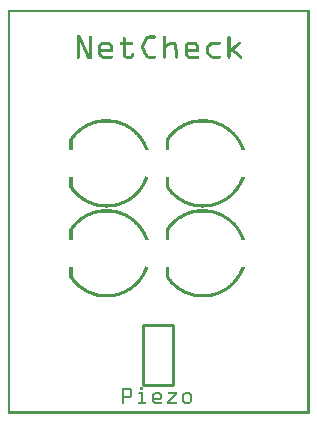
<source format=gto>
G04 MADE WITH FRITZING*
G04 WWW.FRITZING.ORG*
G04 DOUBLE SIDED*
G04 HOLES PLATED*
G04 CONTOUR ON CENTER OF CONTOUR VECTOR*
%ASAXBY*%
%FSLAX23Y23*%
%MOIN*%
%OFA0B0*%
%SFA1.0B1.0*%
%ADD10C,0.010000*%
%ADD11R,0.001000X0.001000*%
%LNSILK1*%
G90*
G70*
G54D10*
X450Y296D02*
X450Y96D01*
D02*
X450Y96D02*
X550Y96D01*
D02*
X550Y96D02*
X550Y296D01*
D02*
X550Y296D02*
X450Y296D01*
G54D11*
X0Y1346D02*
X1006Y1346D01*
X0Y1345D02*
X1006Y1345D01*
X0Y1344D02*
X1006Y1344D01*
X0Y1343D02*
X1006Y1343D01*
X0Y1342D02*
X1006Y1342D01*
X0Y1341D02*
X1006Y1341D01*
X0Y1340D02*
X1006Y1340D01*
X0Y1339D02*
X1006Y1339D01*
X0Y1338D02*
X7Y1338D01*
X999Y1338D02*
X1006Y1338D01*
X0Y1337D02*
X7Y1337D01*
X999Y1337D02*
X1006Y1337D01*
X0Y1336D02*
X7Y1336D01*
X999Y1336D02*
X1006Y1336D01*
X0Y1335D02*
X7Y1335D01*
X999Y1335D02*
X1006Y1335D01*
X0Y1334D02*
X7Y1334D01*
X999Y1334D02*
X1006Y1334D01*
X0Y1333D02*
X7Y1333D01*
X999Y1333D02*
X1006Y1333D01*
X0Y1332D02*
X7Y1332D01*
X999Y1332D02*
X1006Y1332D01*
X0Y1331D02*
X7Y1331D01*
X999Y1331D02*
X1006Y1331D01*
X0Y1330D02*
X7Y1330D01*
X999Y1330D02*
X1006Y1330D01*
X0Y1329D02*
X7Y1329D01*
X999Y1329D02*
X1006Y1329D01*
X0Y1328D02*
X7Y1328D01*
X999Y1328D02*
X1006Y1328D01*
X0Y1327D02*
X7Y1327D01*
X999Y1327D02*
X1006Y1327D01*
X0Y1326D02*
X7Y1326D01*
X999Y1326D02*
X1006Y1326D01*
X0Y1325D02*
X7Y1325D01*
X999Y1325D02*
X1006Y1325D01*
X0Y1324D02*
X7Y1324D01*
X999Y1324D02*
X1006Y1324D01*
X0Y1323D02*
X7Y1323D01*
X999Y1323D02*
X1006Y1323D01*
X0Y1322D02*
X7Y1322D01*
X999Y1322D02*
X1006Y1322D01*
X0Y1321D02*
X7Y1321D01*
X999Y1321D02*
X1006Y1321D01*
X0Y1320D02*
X7Y1320D01*
X999Y1320D02*
X1006Y1320D01*
X0Y1319D02*
X7Y1319D01*
X999Y1319D02*
X1006Y1319D01*
X0Y1318D02*
X7Y1318D01*
X999Y1318D02*
X1006Y1318D01*
X0Y1317D02*
X7Y1317D01*
X999Y1317D02*
X1006Y1317D01*
X0Y1316D02*
X7Y1316D01*
X999Y1316D02*
X1006Y1316D01*
X0Y1315D02*
X7Y1315D01*
X999Y1315D02*
X1006Y1315D01*
X0Y1314D02*
X7Y1314D01*
X999Y1314D02*
X1006Y1314D01*
X0Y1313D02*
X7Y1313D01*
X999Y1313D02*
X1006Y1313D01*
X0Y1312D02*
X7Y1312D01*
X999Y1312D02*
X1006Y1312D01*
X0Y1311D02*
X7Y1311D01*
X999Y1311D02*
X1006Y1311D01*
X0Y1310D02*
X7Y1310D01*
X999Y1310D02*
X1006Y1310D01*
X0Y1309D02*
X7Y1309D01*
X999Y1309D02*
X1006Y1309D01*
X0Y1308D02*
X7Y1308D01*
X999Y1308D02*
X1006Y1308D01*
X0Y1307D02*
X7Y1307D01*
X999Y1307D02*
X1006Y1307D01*
X0Y1306D02*
X7Y1306D01*
X999Y1306D02*
X1006Y1306D01*
X0Y1305D02*
X7Y1305D01*
X999Y1305D02*
X1006Y1305D01*
X0Y1304D02*
X7Y1304D01*
X999Y1304D02*
X1006Y1304D01*
X0Y1303D02*
X7Y1303D01*
X999Y1303D02*
X1006Y1303D01*
X0Y1302D02*
X7Y1302D01*
X999Y1302D02*
X1006Y1302D01*
X0Y1301D02*
X7Y1301D01*
X999Y1301D02*
X1006Y1301D01*
X0Y1300D02*
X7Y1300D01*
X999Y1300D02*
X1006Y1300D01*
X0Y1299D02*
X7Y1299D01*
X999Y1299D02*
X1006Y1299D01*
X0Y1298D02*
X7Y1298D01*
X999Y1298D02*
X1006Y1298D01*
X0Y1297D02*
X7Y1297D01*
X999Y1297D02*
X1006Y1297D01*
X0Y1296D02*
X7Y1296D01*
X999Y1296D02*
X1006Y1296D01*
X0Y1295D02*
X7Y1295D01*
X999Y1295D02*
X1006Y1295D01*
X0Y1294D02*
X7Y1294D01*
X999Y1294D02*
X1006Y1294D01*
X0Y1293D02*
X7Y1293D01*
X999Y1293D02*
X1006Y1293D01*
X0Y1292D02*
X7Y1292D01*
X999Y1292D02*
X1006Y1292D01*
X0Y1291D02*
X7Y1291D01*
X999Y1291D02*
X1006Y1291D01*
X0Y1290D02*
X7Y1290D01*
X999Y1290D02*
X1006Y1290D01*
X0Y1289D02*
X7Y1289D01*
X999Y1289D02*
X1006Y1289D01*
X0Y1288D02*
X7Y1288D01*
X999Y1288D02*
X1006Y1288D01*
X0Y1287D02*
X7Y1287D01*
X999Y1287D02*
X1006Y1287D01*
X0Y1286D02*
X7Y1286D01*
X999Y1286D02*
X1006Y1286D01*
X0Y1285D02*
X7Y1285D01*
X999Y1285D02*
X1006Y1285D01*
X0Y1284D02*
X7Y1284D01*
X999Y1284D02*
X1006Y1284D01*
X0Y1283D02*
X7Y1283D01*
X999Y1283D02*
X1006Y1283D01*
X0Y1282D02*
X7Y1282D01*
X999Y1282D02*
X1006Y1282D01*
X0Y1281D02*
X7Y1281D01*
X999Y1281D02*
X1006Y1281D01*
X0Y1280D02*
X7Y1280D01*
X999Y1280D02*
X1006Y1280D01*
X0Y1279D02*
X7Y1279D01*
X999Y1279D02*
X1006Y1279D01*
X0Y1278D02*
X7Y1278D01*
X999Y1278D02*
X1006Y1278D01*
X0Y1277D02*
X7Y1277D01*
X999Y1277D02*
X1006Y1277D01*
X0Y1276D02*
X7Y1276D01*
X999Y1276D02*
X1006Y1276D01*
X0Y1275D02*
X7Y1275D01*
X999Y1275D02*
X1006Y1275D01*
X0Y1274D02*
X7Y1274D01*
X999Y1274D02*
X1006Y1274D01*
X0Y1273D02*
X7Y1273D01*
X999Y1273D02*
X1006Y1273D01*
X0Y1272D02*
X7Y1272D01*
X999Y1272D02*
X1006Y1272D01*
X0Y1271D02*
X7Y1271D01*
X999Y1271D02*
X1006Y1271D01*
X0Y1270D02*
X7Y1270D01*
X999Y1270D02*
X1006Y1270D01*
X0Y1269D02*
X7Y1269D01*
X999Y1269D02*
X1006Y1269D01*
X0Y1268D02*
X7Y1268D01*
X999Y1268D02*
X1006Y1268D01*
X0Y1267D02*
X7Y1267D01*
X999Y1267D02*
X1006Y1267D01*
X0Y1266D02*
X7Y1266D01*
X999Y1266D02*
X1006Y1266D01*
X0Y1265D02*
X7Y1265D01*
X999Y1265D02*
X1006Y1265D01*
X0Y1264D02*
X7Y1264D01*
X999Y1264D02*
X1006Y1264D01*
X0Y1263D02*
X7Y1263D01*
X999Y1263D02*
X1006Y1263D01*
X0Y1262D02*
X7Y1262D01*
X230Y1262D02*
X242Y1262D01*
X274Y1262D02*
X274Y1262D01*
X470Y1262D02*
X490Y1262D01*
X522Y1262D02*
X522Y1262D01*
X738Y1262D02*
X738Y1262D01*
X999Y1262D02*
X1006Y1262D01*
X0Y1261D02*
X7Y1261D01*
X230Y1261D02*
X243Y1261D01*
X272Y1261D02*
X277Y1261D01*
X466Y1261D02*
X492Y1261D01*
X520Y1261D02*
X525Y1261D01*
X736Y1261D02*
X740Y1261D01*
X999Y1261D02*
X1006Y1261D01*
X0Y1260D02*
X7Y1260D01*
X230Y1260D02*
X243Y1260D01*
X271Y1260D02*
X278Y1260D01*
X464Y1260D02*
X493Y1260D01*
X519Y1260D02*
X526Y1260D01*
X735Y1260D02*
X741Y1260D01*
X999Y1260D02*
X1006Y1260D01*
X0Y1259D02*
X7Y1259D01*
X230Y1259D02*
X244Y1259D01*
X270Y1259D02*
X278Y1259D01*
X463Y1259D02*
X494Y1259D01*
X518Y1259D02*
X526Y1259D01*
X734Y1259D02*
X742Y1259D01*
X999Y1259D02*
X1006Y1259D01*
X0Y1258D02*
X7Y1258D01*
X230Y1258D02*
X244Y1258D01*
X270Y1258D02*
X279Y1258D01*
X461Y1258D02*
X494Y1258D01*
X518Y1258D02*
X527Y1258D01*
X734Y1258D02*
X742Y1258D01*
X999Y1258D02*
X1006Y1258D01*
X0Y1257D02*
X7Y1257D01*
X230Y1257D02*
X244Y1257D01*
X270Y1257D02*
X279Y1257D01*
X386Y1257D02*
X390Y1257D01*
X460Y1257D02*
X494Y1257D01*
X518Y1257D02*
X527Y1257D01*
X733Y1257D02*
X743Y1257D01*
X999Y1257D02*
X1006Y1257D01*
X0Y1256D02*
X7Y1256D01*
X230Y1256D02*
X245Y1256D01*
X270Y1256D02*
X279Y1256D01*
X385Y1256D02*
X392Y1256D01*
X460Y1256D02*
X494Y1256D01*
X518Y1256D02*
X527Y1256D01*
X733Y1256D02*
X743Y1256D01*
X999Y1256D02*
X1006Y1256D01*
X0Y1255D02*
X7Y1255D01*
X230Y1255D02*
X245Y1255D01*
X270Y1255D02*
X279Y1255D01*
X384Y1255D02*
X392Y1255D01*
X459Y1255D02*
X494Y1255D01*
X518Y1255D02*
X527Y1255D01*
X733Y1255D02*
X743Y1255D01*
X999Y1255D02*
X1006Y1255D01*
X0Y1254D02*
X7Y1254D01*
X230Y1254D02*
X246Y1254D01*
X270Y1254D02*
X279Y1254D01*
X384Y1254D02*
X393Y1254D01*
X458Y1254D02*
X493Y1254D01*
X518Y1254D02*
X527Y1254D01*
X733Y1254D02*
X743Y1254D01*
X999Y1254D02*
X1006Y1254D01*
X0Y1253D02*
X7Y1253D01*
X230Y1253D02*
X246Y1253D01*
X270Y1253D02*
X279Y1253D01*
X384Y1253D02*
X393Y1253D01*
X458Y1253D02*
X492Y1253D01*
X518Y1253D02*
X527Y1253D01*
X733Y1253D02*
X743Y1253D01*
X999Y1253D02*
X1006Y1253D01*
X0Y1252D02*
X7Y1252D01*
X230Y1252D02*
X247Y1252D01*
X270Y1252D02*
X279Y1252D01*
X384Y1252D02*
X393Y1252D01*
X457Y1252D02*
X489Y1252D01*
X518Y1252D02*
X527Y1252D01*
X733Y1252D02*
X743Y1252D01*
X999Y1252D02*
X1006Y1252D01*
X0Y1251D02*
X7Y1251D01*
X230Y1251D02*
X247Y1251D01*
X270Y1251D02*
X279Y1251D01*
X384Y1251D02*
X393Y1251D01*
X457Y1251D02*
X468Y1251D01*
X518Y1251D02*
X527Y1251D01*
X733Y1251D02*
X743Y1251D01*
X999Y1251D02*
X1006Y1251D01*
X0Y1250D02*
X7Y1250D01*
X230Y1250D02*
X248Y1250D01*
X270Y1250D02*
X279Y1250D01*
X384Y1250D02*
X393Y1250D01*
X456Y1250D02*
X467Y1250D01*
X518Y1250D02*
X527Y1250D01*
X733Y1250D02*
X743Y1250D01*
X999Y1250D02*
X1006Y1250D01*
X0Y1249D02*
X7Y1249D01*
X230Y1249D02*
X248Y1249D01*
X270Y1249D02*
X279Y1249D01*
X384Y1249D02*
X393Y1249D01*
X456Y1249D02*
X466Y1249D01*
X518Y1249D02*
X527Y1249D01*
X733Y1249D02*
X743Y1249D01*
X999Y1249D02*
X1006Y1249D01*
X0Y1248D02*
X7Y1248D01*
X230Y1248D02*
X248Y1248D01*
X270Y1248D02*
X279Y1248D01*
X384Y1248D02*
X393Y1248D01*
X455Y1248D02*
X466Y1248D01*
X518Y1248D02*
X527Y1248D01*
X733Y1248D02*
X743Y1248D01*
X999Y1248D02*
X1006Y1248D01*
X0Y1247D02*
X7Y1247D01*
X230Y1247D02*
X249Y1247D01*
X270Y1247D02*
X279Y1247D01*
X384Y1247D02*
X393Y1247D01*
X455Y1247D02*
X465Y1247D01*
X518Y1247D02*
X527Y1247D01*
X733Y1247D02*
X743Y1247D01*
X999Y1247D02*
X1006Y1247D01*
X0Y1246D02*
X7Y1246D01*
X230Y1246D02*
X249Y1246D01*
X270Y1246D02*
X279Y1246D01*
X384Y1246D02*
X393Y1246D01*
X454Y1246D02*
X465Y1246D01*
X518Y1246D02*
X527Y1246D01*
X733Y1246D02*
X743Y1246D01*
X999Y1246D02*
X1006Y1246D01*
X0Y1245D02*
X7Y1245D01*
X230Y1245D02*
X250Y1245D01*
X270Y1245D02*
X279Y1245D01*
X384Y1245D02*
X393Y1245D01*
X454Y1245D02*
X464Y1245D01*
X518Y1245D02*
X527Y1245D01*
X733Y1245D02*
X743Y1245D01*
X999Y1245D02*
X1006Y1245D01*
X0Y1244D02*
X7Y1244D01*
X230Y1244D02*
X250Y1244D01*
X270Y1244D02*
X279Y1244D01*
X384Y1244D02*
X393Y1244D01*
X453Y1244D02*
X464Y1244D01*
X518Y1244D02*
X527Y1244D01*
X733Y1244D02*
X743Y1244D01*
X999Y1244D02*
X1006Y1244D01*
X0Y1243D02*
X7Y1243D01*
X230Y1243D02*
X251Y1243D01*
X270Y1243D02*
X279Y1243D01*
X384Y1243D02*
X393Y1243D01*
X453Y1243D02*
X463Y1243D01*
X518Y1243D02*
X527Y1243D01*
X733Y1243D02*
X743Y1243D01*
X999Y1243D02*
X1006Y1243D01*
X0Y1242D02*
X7Y1242D01*
X230Y1242D02*
X239Y1242D01*
X241Y1242D02*
X251Y1242D01*
X270Y1242D02*
X279Y1242D01*
X384Y1242D02*
X393Y1242D01*
X452Y1242D02*
X463Y1242D01*
X518Y1242D02*
X527Y1242D01*
X733Y1242D02*
X743Y1242D01*
X999Y1242D02*
X1006Y1242D01*
X0Y1241D02*
X7Y1241D01*
X230Y1241D02*
X239Y1241D01*
X241Y1241D02*
X251Y1241D01*
X270Y1241D02*
X279Y1241D01*
X383Y1241D02*
X393Y1241D01*
X452Y1241D02*
X462Y1241D01*
X518Y1241D02*
X527Y1241D01*
X733Y1241D02*
X743Y1241D01*
X999Y1241D02*
X1006Y1241D01*
X0Y1240D02*
X7Y1240D01*
X230Y1240D02*
X239Y1240D01*
X242Y1240D02*
X252Y1240D01*
X270Y1240D02*
X279Y1240D01*
X315Y1240D02*
X337Y1240D01*
X376Y1240D02*
X415Y1240D01*
X451Y1240D02*
X462Y1240D01*
X518Y1240D02*
X527Y1240D01*
X540Y1240D02*
X555Y1240D01*
X603Y1240D02*
X625Y1240D01*
X680Y1240D02*
X708Y1240D01*
X733Y1240D02*
X743Y1240D01*
X770Y1240D02*
X775Y1240D01*
X999Y1240D02*
X1006Y1240D01*
X0Y1239D02*
X7Y1239D01*
X230Y1239D02*
X239Y1239D01*
X242Y1239D02*
X252Y1239D01*
X270Y1239D02*
X279Y1239D01*
X313Y1239D02*
X339Y1239D01*
X375Y1239D02*
X416Y1239D01*
X451Y1239D02*
X461Y1239D01*
X518Y1239D02*
X527Y1239D01*
X538Y1239D02*
X557Y1239D01*
X601Y1239D02*
X627Y1239D01*
X678Y1239D02*
X709Y1239D01*
X733Y1239D02*
X743Y1239D01*
X769Y1239D02*
X776Y1239D01*
X999Y1239D02*
X1006Y1239D01*
X0Y1238D02*
X7Y1238D01*
X230Y1238D02*
X239Y1238D01*
X243Y1238D02*
X253Y1238D01*
X270Y1238D02*
X279Y1238D01*
X312Y1238D02*
X341Y1238D01*
X374Y1238D02*
X417Y1238D01*
X450Y1238D02*
X461Y1238D01*
X518Y1238D02*
X527Y1238D01*
X537Y1238D02*
X559Y1238D01*
X599Y1238D02*
X629Y1238D01*
X676Y1238D02*
X710Y1238D01*
X733Y1238D02*
X743Y1238D01*
X768Y1238D02*
X777Y1238D01*
X999Y1238D02*
X1006Y1238D01*
X0Y1237D02*
X7Y1237D01*
X230Y1237D02*
X239Y1237D01*
X243Y1237D02*
X253Y1237D01*
X270Y1237D02*
X279Y1237D01*
X310Y1237D02*
X342Y1237D01*
X374Y1237D02*
X417Y1237D01*
X450Y1237D02*
X460Y1237D01*
X518Y1237D02*
X527Y1237D01*
X535Y1237D02*
X560Y1237D01*
X598Y1237D02*
X630Y1237D01*
X675Y1237D02*
X710Y1237D01*
X733Y1237D02*
X743Y1237D01*
X767Y1237D02*
X777Y1237D01*
X999Y1237D02*
X1006Y1237D01*
X0Y1236D02*
X7Y1236D01*
X230Y1236D02*
X239Y1236D01*
X244Y1236D02*
X254Y1236D01*
X270Y1236D02*
X279Y1236D01*
X309Y1236D02*
X343Y1236D01*
X374Y1236D02*
X417Y1236D01*
X449Y1236D02*
X460Y1236D01*
X518Y1236D02*
X527Y1236D01*
X533Y1236D02*
X561Y1236D01*
X597Y1236D02*
X631Y1236D01*
X673Y1236D02*
X710Y1236D01*
X733Y1236D02*
X743Y1236D01*
X766Y1236D02*
X777Y1236D01*
X999Y1236D02*
X1006Y1236D01*
X0Y1235D02*
X7Y1235D01*
X230Y1235D02*
X239Y1235D01*
X244Y1235D02*
X254Y1235D01*
X270Y1235D02*
X279Y1235D01*
X308Y1235D02*
X344Y1235D01*
X374Y1235D02*
X417Y1235D01*
X449Y1235D02*
X459Y1235D01*
X518Y1235D02*
X527Y1235D01*
X532Y1235D02*
X562Y1235D01*
X596Y1235D02*
X632Y1235D01*
X672Y1235D02*
X710Y1235D01*
X733Y1235D02*
X743Y1235D01*
X764Y1235D02*
X777Y1235D01*
X999Y1235D02*
X1006Y1235D01*
X0Y1234D02*
X7Y1234D01*
X230Y1234D02*
X239Y1234D01*
X244Y1234D02*
X255Y1234D01*
X270Y1234D02*
X279Y1234D01*
X307Y1234D02*
X346Y1234D01*
X374Y1234D02*
X417Y1234D01*
X448Y1234D02*
X459Y1234D01*
X518Y1234D02*
X527Y1234D01*
X530Y1234D02*
X563Y1234D01*
X595Y1234D02*
X633Y1234D01*
X671Y1234D02*
X710Y1234D01*
X733Y1234D02*
X743Y1234D01*
X763Y1234D02*
X777Y1234D01*
X999Y1234D02*
X1006Y1234D01*
X0Y1233D02*
X7Y1233D01*
X230Y1233D02*
X239Y1233D01*
X245Y1233D02*
X255Y1233D01*
X270Y1233D02*
X279Y1233D01*
X306Y1233D02*
X346Y1233D01*
X375Y1233D02*
X417Y1233D01*
X448Y1233D02*
X458Y1233D01*
X518Y1233D02*
X527Y1233D01*
X529Y1233D02*
X563Y1233D01*
X594Y1233D02*
X634Y1233D01*
X670Y1233D02*
X709Y1233D01*
X733Y1233D02*
X743Y1233D01*
X762Y1233D02*
X776Y1233D01*
X999Y1233D02*
X1006Y1233D01*
X0Y1232D02*
X7Y1232D01*
X230Y1232D02*
X239Y1232D01*
X245Y1232D02*
X255Y1232D01*
X270Y1232D02*
X279Y1232D01*
X305Y1232D02*
X347Y1232D01*
X376Y1232D02*
X416Y1232D01*
X448Y1232D02*
X458Y1232D01*
X518Y1232D02*
X564Y1232D01*
X593Y1232D02*
X635Y1232D01*
X669Y1232D02*
X708Y1232D01*
X733Y1232D02*
X743Y1232D01*
X761Y1232D02*
X775Y1232D01*
X999Y1232D02*
X1006Y1232D01*
X0Y1231D02*
X7Y1231D01*
X230Y1231D02*
X239Y1231D01*
X246Y1231D02*
X256Y1231D01*
X270Y1231D02*
X279Y1231D01*
X304Y1231D02*
X348Y1231D01*
X378Y1231D02*
X413Y1231D01*
X447Y1231D02*
X457Y1231D01*
X518Y1231D02*
X564Y1231D01*
X592Y1231D02*
X636Y1231D01*
X668Y1231D02*
X706Y1231D01*
X733Y1231D02*
X743Y1231D01*
X760Y1231D02*
X774Y1231D01*
X999Y1231D02*
X1006Y1231D01*
X0Y1230D02*
X7Y1230D01*
X230Y1230D02*
X239Y1230D01*
X246Y1230D02*
X256Y1230D01*
X270Y1230D02*
X279Y1230D01*
X304Y1230D02*
X317Y1230D01*
X336Y1230D02*
X349Y1230D01*
X384Y1230D02*
X393Y1230D01*
X447Y1230D02*
X457Y1230D01*
X518Y1230D02*
X542Y1230D01*
X554Y1230D02*
X565Y1230D01*
X592Y1230D02*
X604Y1230D01*
X624Y1230D02*
X636Y1230D01*
X667Y1230D02*
X682Y1230D01*
X733Y1230D02*
X743Y1230D01*
X759Y1230D02*
X773Y1230D01*
X999Y1230D02*
X1006Y1230D01*
X0Y1229D02*
X7Y1229D01*
X230Y1229D02*
X239Y1229D01*
X247Y1229D02*
X257Y1229D01*
X270Y1229D02*
X279Y1229D01*
X303Y1229D02*
X315Y1229D01*
X337Y1229D02*
X349Y1229D01*
X384Y1229D02*
X393Y1229D01*
X447Y1229D02*
X456Y1229D01*
X518Y1229D02*
X540Y1229D01*
X555Y1229D02*
X565Y1229D01*
X591Y1229D02*
X603Y1229D01*
X625Y1229D02*
X637Y1229D01*
X666Y1229D02*
X680Y1229D01*
X733Y1229D02*
X743Y1229D01*
X757Y1229D02*
X772Y1229D01*
X999Y1229D02*
X1006Y1229D01*
X0Y1228D02*
X7Y1228D01*
X230Y1228D02*
X239Y1228D01*
X247Y1228D02*
X257Y1228D01*
X270Y1228D02*
X279Y1228D01*
X303Y1228D02*
X314Y1228D01*
X339Y1228D02*
X350Y1228D01*
X384Y1228D02*
X393Y1228D01*
X446Y1228D02*
X456Y1228D01*
X518Y1228D02*
X539Y1228D01*
X555Y1228D02*
X565Y1228D01*
X591Y1228D02*
X602Y1228D01*
X626Y1228D02*
X637Y1228D01*
X665Y1228D02*
X679Y1228D01*
X733Y1228D02*
X743Y1228D01*
X756Y1228D02*
X771Y1228D01*
X999Y1228D02*
X1006Y1228D01*
X0Y1227D02*
X7Y1227D01*
X230Y1227D02*
X239Y1227D01*
X248Y1227D02*
X258Y1227D01*
X270Y1227D02*
X279Y1227D01*
X303Y1227D02*
X313Y1227D01*
X340Y1227D02*
X350Y1227D01*
X384Y1227D02*
X393Y1227D01*
X446Y1227D02*
X455Y1227D01*
X518Y1227D02*
X537Y1227D01*
X556Y1227D02*
X565Y1227D01*
X590Y1227D02*
X601Y1227D01*
X627Y1227D02*
X638Y1227D01*
X664Y1227D02*
X678Y1227D01*
X733Y1227D02*
X743Y1227D01*
X755Y1227D02*
X770Y1227D01*
X999Y1227D02*
X1006Y1227D01*
X0Y1226D02*
X7Y1226D01*
X230Y1226D02*
X239Y1226D01*
X248Y1226D02*
X258Y1226D01*
X270Y1226D02*
X279Y1226D01*
X302Y1226D02*
X312Y1226D01*
X340Y1226D02*
X350Y1226D01*
X384Y1226D02*
X393Y1226D01*
X446Y1226D02*
X455Y1226D01*
X518Y1226D02*
X536Y1226D01*
X556Y1226D02*
X565Y1226D01*
X590Y1226D02*
X600Y1226D01*
X628Y1226D02*
X638Y1226D01*
X664Y1226D02*
X677Y1226D01*
X733Y1226D02*
X743Y1226D01*
X754Y1226D02*
X768Y1226D01*
X999Y1226D02*
X1006Y1226D01*
X0Y1225D02*
X7Y1225D01*
X230Y1225D02*
X239Y1225D01*
X248Y1225D02*
X258Y1225D01*
X270Y1225D02*
X279Y1225D01*
X302Y1225D02*
X312Y1225D01*
X341Y1225D02*
X350Y1225D01*
X384Y1225D02*
X393Y1225D01*
X446Y1225D02*
X455Y1225D01*
X518Y1225D02*
X534Y1225D01*
X556Y1225D02*
X565Y1225D01*
X590Y1225D02*
X599Y1225D01*
X629Y1225D02*
X638Y1225D01*
X663Y1225D02*
X676Y1225D01*
X733Y1225D02*
X743Y1225D01*
X753Y1225D02*
X767Y1225D01*
X999Y1225D02*
X1006Y1225D01*
X0Y1224D02*
X7Y1224D01*
X230Y1224D02*
X239Y1224D01*
X249Y1224D02*
X259Y1224D01*
X270Y1224D02*
X279Y1224D01*
X302Y1224D02*
X311Y1224D01*
X341Y1224D02*
X351Y1224D01*
X384Y1224D02*
X393Y1224D01*
X446Y1224D02*
X455Y1224D01*
X518Y1224D02*
X532Y1224D01*
X556Y1224D02*
X565Y1224D01*
X590Y1224D02*
X599Y1224D01*
X629Y1224D02*
X638Y1224D01*
X663Y1224D02*
X674Y1224D01*
X733Y1224D02*
X743Y1224D01*
X752Y1224D02*
X766Y1224D01*
X999Y1224D02*
X1006Y1224D01*
X0Y1223D02*
X7Y1223D01*
X230Y1223D02*
X239Y1223D01*
X249Y1223D02*
X259Y1223D01*
X270Y1223D02*
X279Y1223D01*
X302Y1223D02*
X311Y1223D01*
X341Y1223D02*
X351Y1223D01*
X384Y1223D02*
X393Y1223D01*
X446Y1223D02*
X455Y1223D01*
X518Y1223D02*
X531Y1223D01*
X556Y1223D02*
X565Y1223D01*
X590Y1223D02*
X599Y1223D01*
X629Y1223D02*
X638Y1223D01*
X662Y1223D02*
X673Y1223D01*
X733Y1223D02*
X743Y1223D01*
X750Y1223D02*
X765Y1223D01*
X999Y1223D02*
X1006Y1223D01*
X0Y1222D02*
X7Y1222D01*
X230Y1222D02*
X239Y1222D01*
X250Y1222D02*
X260Y1222D01*
X270Y1222D02*
X279Y1222D01*
X302Y1222D02*
X311Y1222D01*
X342Y1222D02*
X351Y1222D01*
X384Y1222D02*
X393Y1222D01*
X446Y1222D02*
X455Y1222D01*
X518Y1222D02*
X529Y1222D01*
X556Y1222D02*
X565Y1222D01*
X590Y1222D02*
X599Y1222D01*
X629Y1222D02*
X638Y1222D01*
X662Y1222D02*
X672Y1222D01*
X733Y1222D02*
X743Y1222D01*
X749Y1222D02*
X764Y1222D01*
X999Y1222D02*
X1006Y1222D01*
X0Y1221D02*
X7Y1221D01*
X230Y1221D02*
X239Y1221D01*
X250Y1221D02*
X260Y1221D01*
X270Y1221D02*
X279Y1221D01*
X302Y1221D02*
X311Y1221D01*
X342Y1221D02*
X351Y1221D01*
X384Y1221D02*
X393Y1221D01*
X446Y1221D02*
X455Y1221D01*
X518Y1221D02*
X528Y1221D01*
X556Y1221D02*
X565Y1221D01*
X590Y1221D02*
X599Y1221D01*
X629Y1221D02*
X638Y1221D01*
X662Y1221D02*
X671Y1221D01*
X733Y1221D02*
X743Y1221D01*
X748Y1221D02*
X763Y1221D01*
X999Y1221D02*
X1006Y1221D01*
X0Y1220D02*
X7Y1220D01*
X230Y1220D02*
X239Y1220D01*
X251Y1220D02*
X261Y1220D01*
X270Y1220D02*
X279Y1220D01*
X302Y1220D02*
X311Y1220D01*
X342Y1220D02*
X351Y1220D01*
X384Y1220D02*
X393Y1220D01*
X446Y1220D02*
X455Y1220D01*
X518Y1220D02*
X527Y1220D01*
X556Y1220D02*
X565Y1220D01*
X590Y1220D02*
X599Y1220D01*
X629Y1220D02*
X638Y1220D01*
X662Y1220D02*
X671Y1220D01*
X733Y1220D02*
X743Y1220D01*
X747Y1220D02*
X761Y1220D01*
X999Y1220D02*
X1006Y1220D01*
X0Y1219D02*
X7Y1219D01*
X230Y1219D02*
X239Y1219D01*
X251Y1219D02*
X261Y1219D01*
X270Y1219D02*
X279Y1219D01*
X302Y1219D02*
X311Y1219D01*
X342Y1219D02*
X351Y1219D01*
X384Y1219D02*
X393Y1219D01*
X446Y1219D02*
X456Y1219D01*
X518Y1219D02*
X527Y1219D01*
X556Y1219D02*
X565Y1219D01*
X590Y1219D02*
X599Y1219D01*
X629Y1219D02*
X638Y1219D01*
X662Y1219D02*
X671Y1219D01*
X733Y1219D02*
X743Y1219D01*
X746Y1219D02*
X760Y1219D01*
X999Y1219D02*
X1006Y1219D01*
X0Y1218D02*
X7Y1218D01*
X230Y1218D02*
X239Y1218D01*
X251Y1218D02*
X262Y1218D01*
X270Y1218D02*
X279Y1218D01*
X302Y1218D02*
X311Y1218D01*
X342Y1218D02*
X351Y1218D01*
X384Y1218D02*
X393Y1218D01*
X446Y1218D02*
X456Y1218D01*
X518Y1218D02*
X527Y1218D01*
X556Y1218D02*
X565Y1218D01*
X590Y1218D02*
X599Y1218D01*
X629Y1218D02*
X638Y1218D01*
X662Y1218D02*
X671Y1218D01*
X733Y1218D02*
X743Y1218D01*
X745Y1218D02*
X759Y1218D01*
X999Y1218D02*
X1006Y1218D01*
X0Y1217D02*
X7Y1217D01*
X230Y1217D02*
X239Y1217D01*
X252Y1217D02*
X262Y1217D01*
X270Y1217D02*
X279Y1217D01*
X302Y1217D02*
X311Y1217D01*
X342Y1217D02*
X351Y1217D01*
X384Y1217D02*
X393Y1217D01*
X447Y1217D02*
X456Y1217D01*
X518Y1217D02*
X527Y1217D01*
X556Y1217D02*
X565Y1217D01*
X590Y1217D02*
X599Y1217D01*
X629Y1217D02*
X638Y1217D01*
X662Y1217D02*
X671Y1217D01*
X733Y1217D02*
X758Y1217D01*
X999Y1217D02*
X1006Y1217D01*
X0Y1216D02*
X7Y1216D01*
X230Y1216D02*
X239Y1216D01*
X252Y1216D02*
X262Y1216D01*
X270Y1216D02*
X279Y1216D01*
X302Y1216D02*
X311Y1216D01*
X342Y1216D02*
X351Y1216D01*
X384Y1216D02*
X393Y1216D01*
X447Y1216D02*
X457Y1216D01*
X518Y1216D02*
X527Y1216D01*
X556Y1216D02*
X565Y1216D01*
X590Y1216D02*
X599Y1216D01*
X629Y1216D02*
X638Y1216D01*
X662Y1216D02*
X671Y1216D01*
X733Y1216D02*
X757Y1216D01*
X999Y1216D02*
X1006Y1216D01*
X0Y1215D02*
X7Y1215D01*
X230Y1215D02*
X239Y1215D01*
X253Y1215D02*
X263Y1215D01*
X270Y1215D02*
X279Y1215D01*
X302Y1215D02*
X351Y1215D01*
X384Y1215D02*
X393Y1215D01*
X447Y1215D02*
X457Y1215D01*
X518Y1215D02*
X527Y1215D01*
X556Y1215D02*
X566Y1215D01*
X590Y1215D02*
X638Y1215D01*
X662Y1215D02*
X671Y1215D01*
X733Y1215D02*
X756Y1215D01*
X999Y1215D02*
X1006Y1215D01*
X0Y1214D02*
X7Y1214D01*
X230Y1214D02*
X239Y1214D01*
X253Y1214D02*
X263Y1214D01*
X270Y1214D02*
X279Y1214D01*
X302Y1214D02*
X351Y1214D01*
X384Y1214D02*
X393Y1214D01*
X448Y1214D02*
X458Y1214D01*
X518Y1214D02*
X527Y1214D01*
X556Y1214D02*
X566Y1214D01*
X590Y1214D02*
X638Y1214D01*
X662Y1214D02*
X671Y1214D01*
X733Y1214D02*
X756Y1214D01*
X999Y1214D02*
X1006Y1214D01*
X0Y1213D02*
X7Y1213D01*
X230Y1213D02*
X239Y1213D01*
X254Y1213D02*
X264Y1213D01*
X270Y1213D02*
X279Y1213D01*
X302Y1213D02*
X351Y1213D01*
X384Y1213D02*
X393Y1213D01*
X448Y1213D02*
X458Y1213D01*
X518Y1213D02*
X527Y1213D01*
X556Y1213D02*
X566Y1213D01*
X590Y1213D02*
X638Y1213D01*
X662Y1213D02*
X671Y1213D01*
X733Y1213D02*
X757Y1213D01*
X999Y1213D02*
X1006Y1213D01*
X0Y1212D02*
X7Y1212D01*
X230Y1212D02*
X239Y1212D01*
X254Y1212D02*
X264Y1212D01*
X270Y1212D02*
X279Y1212D01*
X302Y1212D02*
X351Y1212D01*
X384Y1212D02*
X393Y1212D01*
X449Y1212D02*
X459Y1212D01*
X518Y1212D02*
X527Y1212D01*
X557Y1212D02*
X566Y1212D01*
X590Y1212D02*
X638Y1212D01*
X662Y1212D02*
X671Y1212D01*
X733Y1212D02*
X758Y1212D01*
X999Y1212D02*
X1006Y1212D01*
X0Y1211D02*
X7Y1211D01*
X230Y1211D02*
X239Y1211D01*
X255Y1211D02*
X265Y1211D01*
X270Y1211D02*
X279Y1211D01*
X302Y1211D02*
X351Y1211D01*
X384Y1211D02*
X393Y1211D01*
X449Y1211D02*
X459Y1211D01*
X518Y1211D02*
X527Y1211D01*
X557Y1211D02*
X566Y1211D01*
X590Y1211D02*
X638Y1211D01*
X662Y1211D02*
X671Y1211D01*
X733Y1211D02*
X759Y1211D01*
X999Y1211D02*
X1006Y1211D01*
X0Y1210D02*
X7Y1210D01*
X230Y1210D02*
X239Y1210D01*
X255Y1210D02*
X265Y1210D01*
X270Y1210D02*
X279Y1210D01*
X302Y1210D02*
X351Y1210D01*
X384Y1210D02*
X393Y1210D01*
X449Y1210D02*
X460Y1210D01*
X518Y1210D02*
X527Y1210D01*
X557Y1210D02*
X566Y1210D01*
X590Y1210D02*
X638Y1210D01*
X662Y1210D02*
X671Y1210D01*
X733Y1210D02*
X761Y1210D01*
X999Y1210D02*
X1006Y1210D01*
X0Y1209D02*
X7Y1209D01*
X230Y1209D02*
X239Y1209D01*
X255Y1209D02*
X265Y1209D01*
X270Y1209D02*
X279Y1209D01*
X302Y1209D02*
X350Y1209D01*
X384Y1209D02*
X393Y1209D01*
X450Y1209D02*
X460Y1209D01*
X518Y1209D02*
X527Y1209D01*
X557Y1209D02*
X566Y1209D01*
X590Y1209D02*
X638Y1209D01*
X662Y1209D02*
X671Y1209D01*
X733Y1209D02*
X762Y1209D01*
X999Y1209D02*
X1006Y1209D01*
X0Y1208D02*
X7Y1208D01*
X230Y1208D02*
X239Y1208D01*
X256Y1208D02*
X266Y1208D01*
X270Y1208D02*
X279Y1208D01*
X302Y1208D02*
X350Y1208D01*
X384Y1208D02*
X393Y1208D01*
X450Y1208D02*
X461Y1208D01*
X518Y1208D02*
X527Y1208D01*
X557Y1208D02*
X566Y1208D01*
X590Y1208D02*
X638Y1208D01*
X662Y1208D02*
X671Y1208D01*
X733Y1208D02*
X763Y1208D01*
X999Y1208D02*
X1006Y1208D01*
X0Y1207D02*
X7Y1207D01*
X230Y1207D02*
X239Y1207D01*
X256Y1207D02*
X266Y1207D01*
X270Y1207D02*
X279Y1207D01*
X302Y1207D02*
X349Y1207D01*
X384Y1207D02*
X393Y1207D01*
X451Y1207D02*
X461Y1207D01*
X518Y1207D02*
X527Y1207D01*
X557Y1207D02*
X566Y1207D01*
X590Y1207D02*
X637Y1207D01*
X662Y1207D02*
X671Y1207D01*
X733Y1207D02*
X746Y1207D01*
X750Y1207D02*
X764Y1207D01*
X999Y1207D02*
X1006Y1207D01*
X0Y1206D02*
X7Y1206D01*
X230Y1206D02*
X239Y1206D01*
X257Y1206D02*
X267Y1206D01*
X270Y1206D02*
X279Y1206D01*
X302Y1206D02*
X348Y1206D01*
X384Y1206D02*
X393Y1206D01*
X451Y1206D02*
X462Y1206D01*
X518Y1206D02*
X527Y1206D01*
X557Y1206D02*
X566Y1206D01*
X590Y1206D02*
X636Y1206D01*
X662Y1206D02*
X671Y1206D01*
X733Y1206D02*
X745Y1206D01*
X751Y1206D02*
X765Y1206D01*
X999Y1206D02*
X1006Y1206D01*
X0Y1205D02*
X7Y1205D01*
X230Y1205D02*
X239Y1205D01*
X257Y1205D02*
X267Y1205D01*
X270Y1205D02*
X279Y1205D01*
X302Y1205D02*
X311Y1205D01*
X384Y1205D02*
X393Y1205D01*
X452Y1205D02*
X462Y1205D01*
X518Y1205D02*
X527Y1205D01*
X557Y1205D02*
X566Y1205D01*
X590Y1205D02*
X599Y1205D01*
X662Y1205D02*
X671Y1205D01*
X733Y1205D02*
X744Y1205D01*
X752Y1205D02*
X766Y1205D01*
X999Y1205D02*
X1006Y1205D01*
X0Y1204D02*
X7Y1204D01*
X230Y1204D02*
X239Y1204D01*
X258Y1204D02*
X268Y1204D01*
X270Y1204D02*
X279Y1204D01*
X302Y1204D02*
X311Y1204D01*
X384Y1204D02*
X393Y1204D01*
X452Y1204D02*
X463Y1204D01*
X518Y1204D02*
X527Y1204D01*
X557Y1204D02*
X566Y1204D01*
X590Y1204D02*
X599Y1204D01*
X662Y1204D02*
X671Y1204D01*
X733Y1204D02*
X743Y1204D01*
X753Y1204D02*
X768Y1204D01*
X999Y1204D02*
X1006Y1204D01*
X0Y1203D02*
X7Y1203D01*
X230Y1203D02*
X239Y1203D01*
X258Y1203D02*
X279Y1203D01*
X302Y1203D02*
X311Y1203D01*
X384Y1203D02*
X393Y1203D01*
X453Y1203D02*
X463Y1203D01*
X518Y1203D02*
X527Y1203D01*
X557Y1203D02*
X566Y1203D01*
X590Y1203D02*
X599Y1203D01*
X662Y1203D02*
X672Y1203D01*
X733Y1203D02*
X743Y1203D01*
X754Y1203D02*
X769Y1203D01*
X999Y1203D02*
X1006Y1203D01*
X0Y1202D02*
X7Y1202D01*
X230Y1202D02*
X239Y1202D01*
X258Y1202D02*
X279Y1202D01*
X302Y1202D02*
X311Y1202D01*
X384Y1202D02*
X393Y1202D01*
X416Y1202D02*
X420Y1202D01*
X453Y1202D02*
X464Y1202D01*
X518Y1202D02*
X527Y1202D01*
X557Y1202D02*
X566Y1202D01*
X590Y1202D02*
X599Y1202D01*
X662Y1202D02*
X673Y1202D01*
X733Y1202D02*
X743Y1202D01*
X755Y1202D02*
X770Y1202D01*
X999Y1202D02*
X1006Y1202D01*
X0Y1201D02*
X7Y1201D01*
X230Y1201D02*
X239Y1201D01*
X259Y1201D02*
X279Y1201D01*
X302Y1201D02*
X311Y1201D01*
X384Y1201D02*
X393Y1201D01*
X415Y1201D02*
X421Y1201D01*
X454Y1201D02*
X464Y1201D01*
X518Y1201D02*
X527Y1201D01*
X557Y1201D02*
X566Y1201D01*
X590Y1201D02*
X599Y1201D01*
X663Y1201D02*
X674Y1201D01*
X733Y1201D02*
X743Y1201D01*
X757Y1201D02*
X771Y1201D01*
X999Y1201D02*
X1006Y1201D01*
X0Y1200D02*
X7Y1200D01*
X230Y1200D02*
X239Y1200D01*
X259Y1200D02*
X279Y1200D01*
X302Y1200D02*
X312Y1200D01*
X384Y1200D02*
X393Y1200D01*
X414Y1200D02*
X422Y1200D01*
X454Y1200D02*
X465Y1200D01*
X518Y1200D02*
X527Y1200D01*
X557Y1200D02*
X566Y1200D01*
X590Y1200D02*
X599Y1200D01*
X663Y1200D02*
X676Y1200D01*
X733Y1200D02*
X743Y1200D01*
X758Y1200D02*
X772Y1200D01*
X999Y1200D02*
X1006Y1200D01*
X0Y1199D02*
X7Y1199D01*
X230Y1199D02*
X239Y1199D01*
X260Y1199D02*
X279Y1199D01*
X302Y1199D02*
X312Y1199D01*
X384Y1199D02*
X393Y1199D01*
X414Y1199D02*
X422Y1199D01*
X455Y1199D02*
X465Y1199D01*
X518Y1199D02*
X527Y1199D01*
X557Y1199D02*
X566Y1199D01*
X590Y1199D02*
X600Y1199D01*
X664Y1199D02*
X677Y1199D01*
X733Y1199D02*
X743Y1199D01*
X759Y1199D02*
X773Y1199D01*
X999Y1199D02*
X1006Y1199D01*
X0Y1198D02*
X7Y1198D01*
X230Y1198D02*
X239Y1198D01*
X260Y1198D02*
X279Y1198D01*
X302Y1198D02*
X313Y1198D01*
X384Y1198D02*
X393Y1198D01*
X413Y1198D02*
X422Y1198D01*
X455Y1198D02*
X466Y1198D01*
X518Y1198D02*
X527Y1198D01*
X557Y1198D02*
X566Y1198D01*
X590Y1198D02*
X601Y1198D01*
X664Y1198D02*
X678Y1198D01*
X733Y1198D02*
X743Y1198D01*
X760Y1198D02*
X775Y1198D01*
X999Y1198D02*
X1006Y1198D01*
X0Y1197D02*
X7Y1197D01*
X230Y1197D02*
X239Y1197D01*
X261Y1197D02*
X279Y1197D01*
X303Y1197D02*
X314Y1197D01*
X384Y1197D02*
X393Y1197D01*
X413Y1197D02*
X423Y1197D01*
X456Y1197D02*
X466Y1197D01*
X518Y1197D02*
X527Y1197D01*
X557Y1197D02*
X566Y1197D01*
X591Y1197D02*
X602Y1197D01*
X665Y1197D02*
X679Y1197D01*
X733Y1197D02*
X743Y1197D01*
X761Y1197D02*
X776Y1197D01*
X999Y1197D02*
X1006Y1197D01*
X0Y1196D02*
X7Y1196D01*
X230Y1196D02*
X239Y1196D01*
X261Y1196D02*
X279Y1196D01*
X303Y1196D02*
X316Y1196D01*
X384Y1196D02*
X394Y1196D01*
X412Y1196D02*
X422Y1196D01*
X457Y1196D02*
X467Y1196D01*
X518Y1196D02*
X527Y1196D01*
X557Y1196D02*
X566Y1196D01*
X591Y1196D02*
X603Y1196D01*
X666Y1196D02*
X680Y1196D01*
X733Y1196D02*
X743Y1196D01*
X762Y1196D02*
X777Y1196D01*
X999Y1196D02*
X1006Y1196D01*
X0Y1195D02*
X7Y1195D01*
X230Y1195D02*
X239Y1195D01*
X262Y1195D02*
X279Y1195D01*
X304Y1195D02*
X317Y1195D01*
X384Y1195D02*
X395Y1195D01*
X411Y1195D02*
X422Y1195D01*
X457Y1195D02*
X468Y1195D01*
X518Y1195D02*
X527Y1195D01*
X557Y1195D02*
X566Y1195D01*
X591Y1195D02*
X605Y1195D01*
X667Y1195D02*
X682Y1195D01*
X733Y1195D02*
X743Y1195D01*
X764Y1195D02*
X778Y1195D01*
X999Y1195D02*
X1006Y1195D01*
X0Y1194D02*
X7Y1194D01*
X230Y1194D02*
X239Y1194D01*
X262Y1194D02*
X279Y1194D01*
X304Y1194D02*
X347Y1194D01*
X385Y1194D02*
X422Y1194D01*
X458Y1194D02*
X491Y1194D01*
X518Y1194D02*
X527Y1194D01*
X557Y1194D02*
X566Y1194D01*
X592Y1194D02*
X634Y1194D01*
X668Y1194D02*
X706Y1194D01*
X733Y1194D02*
X743Y1194D01*
X765Y1194D02*
X779Y1194D01*
X999Y1194D02*
X1006Y1194D01*
X0Y1193D02*
X7Y1193D01*
X230Y1193D02*
X239Y1193D01*
X262Y1193D02*
X279Y1193D01*
X305Y1193D02*
X349Y1193D01*
X385Y1193D02*
X421Y1193D01*
X458Y1193D02*
X493Y1193D01*
X518Y1193D02*
X527Y1193D01*
X557Y1193D02*
X566Y1193D01*
X593Y1193D02*
X636Y1193D01*
X669Y1193D02*
X708Y1193D01*
X733Y1193D02*
X743Y1193D01*
X766Y1193D02*
X780Y1193D01*
X999Y1193D02*
X1006Y1193D01*
X0Y1192D02*
X7Y1192D01*
X230Y1192D02*
X239Y1192D01*
X263Y1192D02*
X279Y1192D01*
X306Y1192D02*
X350Y1192D01*
X386Y1192D02*
X421Y1192D01*
X459Y1192D02*
X493Y1192D01*
X518Y1192D02*
X527Y1192D01*
X557Y1192D02*
X566Y1192D01*
X594Y1192D02*
X637Y1192D01*
X670Y1192D02*
X709Y1192D01*
X733Y1192D02*
X743Y1192D01*
X767Y1192D02*
X781Y1192D01*
X999Y1192D02*
X1006Y1192D01*
X0Y1191D02*
X7Y1191D01*
X230Y1191D02*
X239Y1191D01*
X263Y1191D02*
X279Y1191D01*
X307Y1191D02*
X350Y1191D01*
X386Y1191D02*
X420Y1191D01*
X459Y1191D02*
X494Y1191D01*
X518Y1191D02*
X527Y1191D01*
X557Y1191D02*
X566Y1191D01*
X595Y1191D02*
X638Y1191D01*
X672Y1191D02*
X710Y1191D01*
X733Y1191D02*
X743Y1191D01*
X768Y1191D02*
X782Y1191D01*
X999Y1191D02*
X1006Y1191D01*
X0Y1190D02*
X7Y1190D01*
X230Y1190D02*
X239Y1190D01*
X264Y1190D02*
X279Y1190D01*
X308Y1190D02*
X350Y1190D01*
X387Y1190D02*
X419Y1190D01*
X460Y1190D02*
X494Y1190D01*
X518Y1190D02*
X527Y1190D01*
X557Y1190D02*
X566Y1190D01*
X596Y1190D02*
X638Y1190D01*
X673Y1190D02*
X710Y1190D01*
X733Y1190D02*
X743Y1190D01*
X769Y1190D02*
X782Y1190D01*
X999Y1190D02*
X1006Y1190D01*
X0Y1189D02*
X7Y1189D01*
X230Y1189D02*
X239Y1189D01*
X264Y1189D02*
X279Y1189D01*
X309Y1189D02*
X351Y1189D01*
X388Y1189D02*
X418Y1189D01*
X461Y1189D02*
X494Y1189D01*
X518Y1189D02*
X527Y1189D01*
X557Y1189D02*
X566Y1189D01*
X597Y1189D02*
X638Y1189D01*
X674Y1189D02*
X710Y1189D01*
X734Y1189D02*
X743Y1189D01*
X771Y1189D02*
X782Y1189D01*
X999Y1189D02*
X1006Y1189D01*
X0Y1188D02*
X7Y1188D01*
X230Y1188D02*
X239Y1188D01*
X265Y1188D02*
X279Y1188D01*
X310Y1188D02*
X350Y1188D01*
X389Y1188D02*
X417Y1188D01*
X462Y1188D02*
X494Y1188D01*
X518Y1188D02*
X527Y1188D01*
X558Y1188D02*
X566Y1188D01*
X598Y1188D02*
X638Y1188D01*
X675Y1188D02*
X710Y1188D01*
X734Y1188D02*
X742Y1188D01*
X772Y1188D02*
X782Y1188D01*
X999Y1188D02*
X1006Y1188D01*
X0Y1187D02*
X7Y1187D01*
X230Y1187D02*
X238Y1187D01*
X265Y1187D02*
X279Y1187D01*
X312Y1187D02*
X350Y1187D01*
X390Y1187D02*
X416Y1187D01*
X463Y1187D02*
X494Y1187D01*
X518Y1187D02*
X526Y1187D01*
X558Y1187D02*
X566Y1187D01*
X599Y1187D02*
X638Y1187D01*
X676Y1187D02*
X710Y1187D01*
X734Y1187D02*
X742Y1187D01*
X773Y1187D02*
X782Y1187D01*
X999Y1187D02*
X1006Y1187D01*
X0Y1186D02*
X7Y1186D01*
X231Y1186D02*
X238Y1186D01*
X265Y1186D02*
X279Y1186D01*
X313Y1186D02*
X349Y1186D01*
X392Y1186D02*
X415Y1186D01*
X465Y1186D02*
X493Y1186D01*
X519Y1186D02*
X526Y1186D01*
X559Y1186D02*
X565Y1186D01*
X601Y1186D02*
X637Y1186D01*
X678Y1186D02*
X709Y1186D01*
X735Y1186D02*
X741Y1186D01*
X774Y1186D02*
X781Y1186D01*
X999Y1186D02*
X1006Y1186D01*
X0Y1185D02*
X7Y1185D01*
X232Y1185D02*
X237Y1185D01*
X266Y1185D02*
X279Y1185D01*
X315Y1185D02*
X348Y1185D01*
X394Y1185D02*
X413Y1185D01*
X467Y1185D02*
X492Y1185D01*
X520Y1185D02*
X524Y1185D01*
X560Y1185D02*
X564Y1185D01*
X603Y1185D02*
X636Y1185D01*
X680Y1185D02*
X708Y1185D01*
X736Y1185D02*
X740Y1185D01*
X775Y1185D02*
X780Y1185D01*
X999Y1185D02*
X1006Y1185D01*
X0Y1184D02*
X7Y1184D01*
X999Y1184D02*
X1006Y1184D01*
X0Y1183D02*
X7Y1183D01*
X999Y1183D02*
X1006Y1183D01*
X0Y1182D02*
X7Y1182D01*
X999Y1182D02*
X1006Y1182D01*
X0Y1181D02*
X7Y1181D01*
X999Y1181D02*
X1006Y1181D01*
X0Y1180D02*
X7Y1180D01*
X999Y1180D02*
X1006Y1180D01*
X0Y1179D02*
X7Y1179D01*
X999Y1179D02*
X1006Y1179D01*
X0Y1178D02*
X7Y1178D01*
X999Y1178D02*
X1006Y1178D01*
X0Y1177D02*
X7Y1177D01*
X999Y1177D02*
X1006Y1177D01*
X0Y1176D02*
X7Y1176D01*
X999Y1176D02*
X1006Y1176D01*
X0Y1175D02*
X7Y1175D01*
X999Y1175D02*
X1006Y1175D01*
X0Y1174D02*
X7Y1174D01*
X999Y1174D02*
X1006Y1174D01*
X0Y1173D02*
X7Y1173D01*
X999Y1173D02*
X1006Y1173D01*
X0Y1172D02*
X7Y1172D01*
X999Y1172D02*
X1006Y1172D01*
X0Y1171D02*
X7Y1171D01*
X999Y1171D02*
X1006Y1171D01*
X0Y1170D02*
X7Y1170D01*
X999Y1170D02*
X1006Y1170D01*
X0Y1169D02*
X7Y1169D01*
X999Y1169D02*
X1006Y1169D01*
X0Y1168D02*
X7Y1168D01*
X999Y1168D02*
X1006Y1168D01*
X0Y1167D02*
X7Y1167D01*
X999Y1167D02*
X1006Y1167D01*
X0Y1166D02*
X7Y1166D01*
X999Y1166D02*
X1006Y1166D01*
X0Y1165D02*
X7Y1165D01*
X999Y1165D02*
X1006Y1165D01*
X0Y1164D02*
X7Y1164D01*
X999Y1164D02*
X1006Y1164D01*
X0Y1163D02*
X7Y1163D01*
X999Y1163D02*
X1006Y1163D01*
X0Y1162D02*
X7Y1162D01*
X999Y1162D02*
X1006Y1162D01*
X0Y1161D02*
X7Y1161D01*
X999Y1161D02*
X1006Y1161D01*
X0Y1160D02*
X7Y1160D01*
X999Y1160D02*
X1006Y1160D01*
X0Y1159D02*
X7Y1159D01*
X999Y1159D02*
X1006Y1159D01*
X0Y1158D02*
X7Y1158D01*
X999Y1158D02*
X1006Y1158D01*
X0Y1157D02*
X7Y1157D01*
X999Y1157D02*
X1006Y1157D01*
X0Y1156D02*
X7Y1156D01*
X999Y1156D02*
X1006Y1156D01*
X0Y1155D02*
X7Y1155D01*
X999Y1155D02*
X1006Y1155D01*
X0Y1154D02*
X7Y1154D01*
X999Y1154D02*
X1006Y1154D01*
X0Y1153D02*
X7Y1153D01*
X999Y1153D02*
X1006Y1153D01*
X0Y1152D02*
X7Y1152D01*
X999Y1152D02*
X1006Y1152D01*
X0Y1151D02*
X7Y1151D01*
X999Y1151D02*
X1006Y1151D01*
X0Y1150D02*
X7Y1150D01*
X999Y1150D02*
X1006Y1150D01*
X0Y1149D02*
X7Y1149D01*
X999Y1149D02*
X1006Y1149D01*
X0Y1148D02*
X7Y1148D01*
X999Y1148D02*
X1006Y1148D01*
X0Y1147D02*
X7Y1147D01*
X999Y1147D02*
X1006Y1147D01*
X0Y1146D02*
X7Y1146D01*
X999Y1146D02*
X1006Y1146D01*
X0Y1145D02*
X7Y1145D01*
X999Y1145D02*
X1006Y1145D01*
X0Y1144D02*
X7Y1144D01*
X999Y1144D02*
X1006Y1144D01*
X0Y1143D02*
X7Y1143D01*
X999Y1143D02*
X1006Y1143D01*
X0Y1142D02*
X7Y1142D01*
X999Y1142D02*
X1006Y1142D01*
X0Y1141D02*
X7Y1141D01*
X999Y1141D02*
X1006Y1141D01*
X0Y1140D02*
X7Y1140D01*
X999Y1140D02*
X1006Y1140D01*
X0Y1139D02*
X7Y1139D01*
X999Y1139D02*
X1006Y1139D01*
X0Y1138D02*
X7Y1138D01*
X999Y1138D02*
X1006Y1138D01*
X0Y1137D02*
X7Y1137D01*
X999Y1137D02*
X1006Y1137D01*
X0Y1136D02*
X7Y1136D01*
X999Y1136D02*
X1006Y1136D01*
X0Y1135D02*
X7Y1135D01*
X999Y1135D02*
X1006Y1135D01*
X0Y1134D02*
X7Y1134D01*
X999Y1134D02*
X1006Y1134D01*
X0Y1133D02*
X7Y1133D01*
X999Y1133D02*
X1006Y1133D01*
X0Y1132D02*
X7Y1132D01*
X999Y1132D02*
X1006Y1132D01*
X0Y1131D02*
X7Y1131D01*
X999Y1131D02*
X1006Y1131D01*
X0Y1130D02*
X7Y1130D01*
X999Y1130D02*
X1006Y1130D01*
X0Y1129D02*
X7Y1129D01*
X999Y1129D02*
X1006Y1129D01*
X0Y1128D02*
X7Y1128D01*
X999Y1128D02*
X1006Y1128D01*
X0Y1127D02*
X7Y1127D01*
X999Y1127D02*
X1006Y1127D01*
X0Y1126D02*
X7Y1126D01*
X999Y1126D02*
X1006Y1126D01*
X0Y1125D02*
X7Y1125D01*
X999Y1125D02*
X1006Y1125D01*
X0Y1124D02*
X7Y1124D01*
X999Y1124D02*
X1006Y1124D01*
X0Y1123D02*
X7Y1123D01*
X999Y1123D02*
X1006Y1123D01*
X0Y1122D02*
X7Y1122D01*
X999Y1122D02*
X1006Y1122D01*
X0Y1121D02*
X7Y1121D01*
X999Y1121D02*
X1006Y1121D01*
X0Y1120D02*
X7Y1120D01*
X999Y1120D02*
X1006Y1120D01*
X0Y1119D02*
X7Y1119D01*
X999Y1119D02*
X1006Y1119D01*
X0Y1118D02*
X7Y1118D01*
X999Y1118D02*
X1006Y1118D01*
X0Y1117D02*
X7Y1117D01*
X999Y1117D02*
X1006Y1117D01*
X0Y1116D02*
X7Y1116D01*
X999Y1116D02*
X1006Y1116D01*
X0Y1115D02*
X7Y1115D01*
X999Y1115D02*
X1006Y1115D01*
X0Y1114D02*
X7Y1114D01*
X999Y1114D02*
X1006Y1114D01*
X0Y1113D02*
X7Y1113D01*
X999Y1113D02*
X1006Y1113D01*
X0Y1112D02*
X7Y1112D01*
X999Y1112D02*
X1006Y1112D01*
X0Y1111D02*
X7Y1111D01*
X999Y1111D02*
X1006Y1111D01*
X0Y1110D02*
X7Y1110D01*
X999Y1110D02*
X1006Y1110D01*
X0Y1109D02*
X7Y1109D01*
X999Y1109D02*
X1006Y1109D01*
X0Y1108D02*
X7Y1108D01*
X999Y1108D02*
X1006Y1108D01*
X0Y1107D02*
X7Y1107D01*
X999Y1107D02*
X1006Y1107D01*
X0Y1106D02*
X7Y1106D01*
X999Y1106D02*
X1006Y1106D01*
X0Y1105D02*
X7Y1105D01*
X999Y1105D02*
X1006Y1105D01*
X0Y1104D02*
X7Y1104D01*
X999Y1104D02*
X1006Y1104D01*
X0Y1103D02*
X7Y1103D01*
X999Y1103D02*
X1006Y1103D01*
X0Y1102D02*
X7Y1102D01*
X999Y1102D02*
X1006Y1102D01*
X0Y1101D02*
X7Y1101D01*
X999Y1101D02*
X1006Y1101D01*
X0Y1100D02*
X7Y1100D01*
X999Y1100D02*
X1006Y1100D01*
X0Y1099D02*
X7Y1099D01*
X999Y1099D02*
X1006Y1099D01*
X0Y1098D02*
X7Y1098D01*
X999Y1098D02*
X1006Y1098D01*
X0Y1097D02*
X7Y1097D01*
X999Y1097D02*
X1006Y1097D01*
X0Y1096D02*
X7Y1096D01*
X999Y1096D02*
X1006Y1096D01*
X0Y1095D02*
X7Y1095D01*
X999Y1095D02*
X1006Y1095D01*
X0Y1094D02*
X7Y1094D01*
X999Y1094D02*
X1006Y1094D01*
X0Y1093D02*
X7Y1093D01*
X999Y1093D02*
X1006Y1093D01*
X0Y1092D02*
X7Y1092D01*
X999Y1092D02*
X1006Y1092D01*
X0Y1091D02*
X7Y1091D01*
X999Y1091D02*
X1006Y1091D01*
X0Y1090D02*
X7Y1090D01*
X999Y1090D02*
X1006Y1090D01*
X0Y1089D02*
X7Y1089D01*
X999Y1089D02*
X1006Y1089D01*
X0Y1088D02*
X7Y1088D01*
X999Y1088D02*
X1006Y1088D01*
X0Y1087D02*
X7Y1087D01*
X999Y1087D02*
X1006Y1087D01*
X0Y1086D02*
X7Y1086D01*
X999Y1086D02*
X1006Y1086D01*
X0Y1085D02*
X7Y1085D01*
X999Y1085D02*
X1006Y1085D01*
X0Y1084D02*
X7Y1084D01*
X999Y1084D02*
X1006Y1084D01*
X0Y1083D02*
X7Y1083D01*
X999Y1083D02*
X1006Y1083D01*
X0Y1082D02*
X7Y1082D01*
X999Y1082D02*
X1006Y1082D01*
X0Y1081D02*
X7Y1081D01*
X999Y1081D02*
X1006Y1081D01*
X0Y1080D02*
X7Y1080D01*
X999Y1080D02*
X1006Y1080D01*
X0Y1079D02*
X7Y1079D01*
X999Y1079D02*
X1006Y1079D01*
X0Y1078D02*
X7Y1078D01*
X999Y1078D02*
X1006Y1078D01*
X0Y1077D02*
X7Y1077D01*
X999Y1077D02*
X1006Y1077D01*
X0Y1076D02*
X7Y1076D01*
X999Y1076D02*
X1006Y1076D01*
X0Y1075D02*
X7Y1075D01*
X999Y1075D02*
X1006Y1075D01*
X0Y1074D02*
X7Y1074D01*
X999Y1074D02*
X1006Y1074D01*
X0Y1073D02*
X7Y1073D01*
X999Y1073D02*
X1006Y1073D01*
X0Y1072D02*
X7Y1072D01*
X999Y1072D02*
X1006Y1072D01*
X0Y1071D02*
X7Y1071D01*
X999Y1071D02*
X1006Y1071D01*
X0Y1070D02*
X7Y1070D01*
X999Y1070D02*
X1006Y1070D01*
X0Y1069D02*
X7Y1069D01*
X999Y1069D02*
X1006Y1069D01*
X0Y1068D02*
X7Y1068D01*
X999Y1068D02*
X1006Y1068D01*
X0Y1067D02*
X7Y1067D01*
X999Y1067D02*
X1006Y1067D01*
X0Y1066D02*
X7Y1066D01*
X999Y1066D02*
X1006Y1066D01*
X0Y1065D02*
X7Y1065D01*
X999Y1065D02*
X1006Y1065D01*
X0Y1064D02*
X7Y1064D01*
X999Y1064D02*
X1006Y1064D01*
X0Y1063D02*
X7Y1063D01*
X999Y1063D02*
X1006Y1063D01*
X0Y1062D02*
X7Y1062D01*
X999Y1062D02*
X1006Y1062D01*
X0Y1061D02*
X7Y1061D01*
X999Y1061D02*
X1006Y1061D01*
X0Y1060D02*
X7Y1060D01*
X999Y1060D02*
X1006Y1060D01*
X0Y1059D02*
X7Y1059D01*
X999Y1059D02*
X1006Y1059D01*
X0Y1058D02*
X7Y1058D01*
X999Y1058D02*
X1006Y1058D01*
X0Y1057D02*
X7Y1057D01*
X999Y1057D02*
X1006Y1057D01*
X0Y1056D02*
X7Y1056D01*
X999Y1056D02*
X1006Y1056D01*
X0Y1055D02*
X7Y1055D01*
X999Y1055D02*
X1006Y1055D01*
X0Y1054D02*
X7Y1054D01*
X999Y1054D02*
X1006Y1054D01*
X0Y1053D02*
X7Y1053D01*
X999Y1053D02*
X1006Y1053D01*
X0Y1052D02*
X7Y1052D01*
X999Y1052D02*
X1006Y1052D01*
X0Y1051D02*
X7Y1051D01*
X999Y1051D02*
X1006Y1051D01*
X0Y1050D02*
X7Y1050D01*
X999Y1050D02*
X1006Y1050D01*
X0Y1049D02*
X7Y1049D01*
X999Y1049D02*
X1006Y1049D01*
X0Y1048D02*
X7Y1048D01*
X999Y1048D02*
X1006Y1048D01*
X0Y1047D02*
X7Y1047D01*
X999Y1047D02*
X1006Y1047D01*
X0Y1046D02*
X7Y1046D01*
X999Y1046D02*
X1006Y1046D01*
X0Y1045D02*
X7Y1045D01*
X999Y1045D02*
X1006Y1045D01*
X0Y1044D02*
X7Y1044D01*
X999Y1044D02*
X1006Y1044D01*
X0Y1043D02*
X7Y1043D01*
X999Y1043D02*
X1006Y1043D01*
X0Y1042D02*
X7Y1042D01*
X999Y1042D02*
X1006Y1042D01*
X0Y1041D02*
X7Y1041D01*
X999Y1041D02*
X1006Y1041D01*
X0Y1040D02*
X7Y1040D01*
X999Y1040D02*
X1006Y1040D01*
X0Y1039D02*
X7Y1039D01*
X999Y1039D02*
X1006Y1039D01*
X0Y1038D02*
X7Y1038D01*
X999Y1038D02*
X1006Y1038D01*
X0Y1037D02*
X7Y1037D01*
X999Y1037D02*
X1006Y1037D01*
X0Y1036D02*
X7Y1036D01*
X999Y1036D02*
X1006Y1036D01*
X0Y1035D02*
X7Y1035D01*
X999Y1035D02*
X1006Y1035D01*
X0Y1034D02*
X7Y1034D01*
X999Y1034D02*
X1006Y1034D01*
X0Y1033D02*
X7Y1033D01*
X999Y1033D02*
X1006Y1033D01*
X0Y1032D02*
X7Y1032D01*
X999Y1032D02*
X1006Y1032D01*
X0Y1031D02*
X7Y1031D01*
X999Y1031D02*
X1006Y1031D01*
X0Y1030D02*
X7Y1030D01*
X999Y1030D02*
X1006Y1030D01*
X0Y1029D02*
X7Y1029D01*
X999Y1029D02*
X1006Y1029D01*
X0Y1028D02*
X7Y1028D01*
X999Y1028D02*
X1006Y1028D01*
X0Y1027D02*
X7Y1027D01*
X999Y1027D02*
X1006Y1027D01*
X0Y1026D02*
X7Y1026D01*
X999Y1026D02*
X1006Y1026D01*
X0Y1025D02*
X7Y1025D01*
X999Y1025D02*
X1006Y1025D01*
X0Y1024D02*
X7Y1024D01*
X999Y1024D02*
X1006Y1024D01*
X0Y1023D02*
X7Y1023D01*
X999Y1023D02*
X1006Y1023D01*
X0Y1022D02*
X7Y1022D01*
X999Y1022D02*
X1006Y1022D01*
X0Y1021D02*
X7Y1021D01*
X999Y1021D02*
X1006Y1021D01*
X0Y1020D02*
X7Y1020D01*
X999Y1020D02*
X1006Y1020D01*
X0Y1019D02*
X7Y1019D01*
X999Y1019D02*
X1006Y1019D01*
X0Y1018D02*
X7Y1018D01*
X999Y1018D02*
X1006Y1018D01*
X0Y1017D02*
X7Y1017D01*
X999Y1017D02*
X1006Y1017D01*
X0Y1016D02*
X7Y1016D01*
X999Y1016D02*
X1006Y1016D01*
X0Y1015D02*
X7Y1015D01*
X999Y1015D02*
X1006Y1015D01*
X0Y1014D02*
X7Y1014D01*
X999Y1014D02*
X1006Y1014D01*
X0Y1013D02*
X7Y1013D01*
X999Y1013D02*
X1006Y1013D01*
X0Y1012D02*
X7Y1012D01*
X999Y1012D02*
X1006Y1012D01*
X0Y1011D02*
X7Y1011D01*
X999Y1011D02*
X1006Y1011D01*
X0Y1010D02*
X7Y1010D01*
X999Y1010D02*
X1006Y1010D01*
X0Y1009D02*
X7Y1009D01*
X999Y1009D02*
X1006Y1009D01*
X0Y1008D02*
X7Y1008D01*
X999Y1008D02*
X1006Y1008D01*
X0Y1007D02*
X7Y1007D01*
X999Y1007D02*
X1006Y1007D01*
X0Y1006D02*
X7Y1006D01*
X999Y1006D02*
X1006Y1006D01*
X0Y1005D02*
X7Y1005D01*
X999Y1005D02*
X1006Y1005D01*
X0Y1004D02*
X7Y1004D01*
X999Y1004D02*
X1006Y1004D01*
X0Y1003D02*
X7Y1003D01*
X999Y1003D02*
X1006Y1003D01*
X0Y1002D02*
X7Y1002D01*
X999Y1002D02*
X1006Y1002D01*
X0Y1001D02*
X7Y1001D01*
X999Y1001D02*
X1006Y1001D01*
X0Y1000D02*
X7Y1000D01*
X999Y1000D02*
X1006Y1000D01*
X0Y999D02*
X7Y999D01*
X999Y999D02*
X1006Y999D01*
X0Y998D02*
X7Y998D01*
X999Y998D02*
X1006Y998D01*
X0Y997D02*
X7Y997D01*
X999Y997D02*
X1006Y997D01*
X0Y996D02*
X7Y996D01*
X999Y996D02*
X1006Y996D01*
X0Y995D02*
X7Y995D01*
X999Y995D02*
X1006Y995D01*
X0Y994D02*
X7Y994D01*
X999Y994D02*
X1006Y994D01*
X0Y993D02*
X7Y993D01*
X999Y993D02*
X1006Y993D01*
X0Y992D02*
X7Y992D01*
X999Y992D02*
X1006Y992D01*
X0Y991D02*
X7Y991D01*
X999Y991D02*
X1006Y991D01*
X0Y990D02*
X7Y990D01*
X999Y990D02*
X1006Y990D01*
X0Y989D02*
X7Y989D01*
X999Y989D02*
X1006Y989D01*
X0Y988D02*
X7Y988D01*
X999Y988D02*
X1006Y988D01*
X0Y987D02*
X7Y987D01*
X999Y987D02*
X1006Y987D01*
X0Y986D02*
X7Y986D01*
X999Y986D02*
X1006Y986D01*
X0Y985D02*
X7Y985D01*
X999Y985D02*
X1006Y985D01*
X0Y984D02*
X7Y984D01*
X999Y984D02*
X1006Y984D01*
X0Y983D02*
X7Y983D01*
X999Y983D02*
X1006Y983D01*
X0Y982D02*
X7Y982D01*
X313Y982D02*
X345Y982D01*
X634Y982D02*
X667Y982D01*
X999Y982D02*
X1006Y982D01*
X0Y981D02*
X7Y981D01*
X306Y981D02*
X352Y981D01*
X627Y981D02*
X674Y981D01*
X999Y981D02*
X1006Y981D01*
X0Y980D02*
X7Y980D01*
X300Y980D02*
X358Y980D01*
X622Y980D02*
X679Y980D01*
X999Y980D02*
X1006Y980D01*
X0Y979D02*
X7Y979D01*
X296Y979D02*
X362Y979D01*
X617Y979D02*
X684Y979D01*
X999Y979D02*
X1006Y979D01*
X0Y978D02*
X7Y978D01*
X292Y978D02*
X366Y978D01*
X613Y978D02*
X687Y978D01*
X999Y978D02*
X1006Y978D01*
X0Y977D02*
X7Y977D01*
X288Y977D02*
X370Y977D01*
X610Y977D02*
X691Y977D01*
X999Y977D02*
X1006Y977D01*
X0Y976D02*
X7Y976D01*
X285Y976D02*
X373Y976D01*
X606Y976D02*
X694Y976D01*
X999Y976D02*
X1006Y976D01*
X0Y975D02*
X7Y975D01*
X282Y975D02*
X376Y975D01*
X603Y975D02*
X697Y975D01*
X999Y975D02*
X1006Y975D01*
X0Y974D02*
X7Y974D01*
X279Y974D02*
X379Y974D01*
X600Y974D02*
X700Y974D01*
X999Y974D02*
X1006Y974D01*
X0Y973D02*
X7Y973D01*
X277Y973D02*
X382Y973D01*
X598Y973D02*
X703Y973D01*
X999Y973D02*
X1006Y973D01*
X0Y972D02*
X7Y972D01*
X274Y972D02*
X384Y972D01*
X595Y972D02*
X705Y972D01*
X999Y972D02*
X1006Y972D01*
X0Y971D02*
X7Y971D01*
X272Y971D02*
X313Y971D01*
X345Y971D02*
X386Y971D01*
X593Y971D02*
X634Y971D01*
X666Y971D02*
X708Y971D01*
X999Y971D02*
X1006Y971D01*
X0Y970D02*
X7Y970D01*
X269Y970D02*
X306Y970D01*
X352Y970D02*
X389Y970D01*
X591Y970D02*
X627Y970D01*
X674Y970D02*
X710Y970D01*
X999Y970D02*
X1006Y970D01*
X0Y969D02*
X7Y969D01*
X267Y969D02*
X300Y969D01*
X358Y969D02*
X391Y969D01*
X589Y969D02*
X622Y969D01*
X679Y969D02*
X712Y969D01*
X999Y969D02*
X1006Y969D01*
X0Y968D02*
X7Y968D01*
X265Y968D02*
X296Y968D01*
X362Y968D02*
X393Y968D01*
X586Y968D02*
X617Y968D01*
X684Y968D02*
X714Y968D01*
X999Y968D02*
X1006Y968D01*
X0Y967D02*
X7Y967D01*
X263Y967D02*
X292Y967D01*
X366Y967D02*
X395Y967D01*
X584Y967D02*
X613Y967D01*
X687Y967D02*
X716Y967D01*
X999Y967D02*
X1006Y967D01*
X0Y966D02*
X7Y966D01*
X261Y966D02*
X289Y966D01*
X370Y966D02*
X397Y966D01*
X582Y966D02*
X610Y966D01*
X691Y966D02*
X718Y966D01*
X999Y966D02*
X1006Y966D01*
X0Y965D02*
X7Y965D01*
X259Y965D02*
X285Y965D01*
X373Y965D02*
X399Y965D01*
X581Y965D02*
X607Y965D01*
X694Y965D02*
X720Y965D01*
X999Y965D02*
X1006Y965D01*
X0Y964D02*
X7Y964D01*
X258Y964D02*
X283Y964D01*
X376Y964D02*
X401Y964D01*
X579Y964D02*
X604Y964D01*
X697Y964D02*
X722Y964D01*
X999Y964D02*
X1006Y964D01*
X0Y963D02*
X7Y963D01*
X256Y963D02*
X280Y963D01*
X379Y963D02*
X402Y963D01*
X577Y963D02*
X601Y963D01*
X700Y963D02*
X724Y963D01*
X999Y963D02*
X1006Y963D01*
X0Y962D02*
X7Y962D01*
X254Y962D02*
X277Y962D01*
X381Y962D02*
X404Y962D01*
X575Y962D02*
X598Y962D01*
X702Y962D02*
X725Y962D01*
X999Y962D02*
X1006Y962D01*
X0Y961D02*
X7Y961D01*
X253Y961D02*
X275Y961D01*
X384Y961D02*
X406Y961D01*
X574Y961D02*
X596Y961D01*
X705Y961D02*
X727Y961D01*
X999Y961D02*
X1006Y961D01*
X0Y960D02*
X7Y960D01*
X251Y960D02*
X273Y960D01*
X386Y960D02*
X407Y960D01*
X572Y960D02*
X594Y960D01*
X707Y960D02*
X728Y960D01*
X999Y960D02*
X1006Y960D01*
X0Y959D02*
X7Y959D01*
X249Y959D02*
X270Y959D01*
X388Y959D02*
X409Y959D01*
X571Y959D02*
X592Y959D01*
X709Y959D02*
X730Y959D01*
X999Y959D02*
X1006Y959D01*
X0Y958D02*
X7Y958D01*
X248Y958D02*
X268Y958D01*
X390Y958D02*
X410Y958D01*
X569Y958D02*
X590Y958D01*
X711Y958D02*
X732Y958D01*
X999Y958D02*
X1006Y958D01*
X0Y957D02*
X7Y957D01*
X246Y957D02*
X266Y957D01*
X392Y957D02*
X412Y957D01*
X568Y957D02*
X588Y957D01*
X713Y957D02*
X733Y957D01*
X999Y957D02*
X1006Y957D01*
X0Y956D02*
X7Y956D01*
X245Y956D02*
X264Y956D01*
X394Y956D02*
X413Y956D01*
X566Y956D02*
X586Y956D01*
X715Y956D02*
X734Y956D01*
X999Y956D02*
X1006Y956D01*
X0Y955D02*
X7Y955D01*
X244Y955D02*
X263Y955D01*
X396Y955D02*
X415Y955D01*
X565Y955D02*
X584Y955D01*
X717Y955D02*
X736Y955D01*
X999Y955D02*
X1006Y955D01*
X0Y954D02*
X7Y954D01*
X242Y954D02*
X261Y954D01*
X398Y954D02*
X416Y954D01*
X563Y954D02*
X582Y954D01*
X719Y954D02*
X737Y954D01*
X999Y954D02*
X1006Y954D01*
X0Y953D02*
X7Y953D01*
X241Y953D02*
X259Y953D01*
X399Y953D02*
X417Y953D01*
X562Y953D02*
X580Y953D01*
X721Y953D02*
X739Y953D01*
X999Y953D02*
X1006Y953D01*
X0Y952D02*
X7Y952D01*
X239Y952D02*
X257Y952D01*
X401Y952D02*
X419Y952D01*
X561Y952D02*
X579Y952D01*
X722Y952D02*
X740Y952D01*
X999Y952D02*
X1006Y952D01*
X0Y951D02*
X7Y951D01*
X238Y951D02*
X256Y951D01*
X403Y951D02*
X420Y951D01*
X559Y951D02*
X577Y951D01*
X724Y951D02*
X741Y951D01*
X999Y951D02*
X1006Y951D01*
X0Y950D02*
X7Y950D01*
X237Y950D02*
X254Y950D01*
X404Y950D02*
X421Y950D01*
X558Y950D02*
X576Y950D01*
X725Y950D02*
X742Y950D01*
X999Y950D02*
X1006Y950D01*
X0Y949D02*
X7Y949D01*
X236Y949D02*
X253Y949D01*
X406Y949D02*
X422Y949D01*
X557Y949D02*
X574Y949D01*
X727Y949D02*
X744Y949D01*
X999Y949D02*
X1006Y949D01*
X0Y948D02*
X7Y948D01*
X235Y948D02*
X251Y948D01*
X407Y948D02*
X424Y948D01*
X556Y948D02*
X573Y948D01*
X728Y948D02*
X745Y948D01*
X999Y948D02*
X1006Y948D01*
X0Y947D02*
X7Y947D01*
X233Y947D02*
X250Y947D01*
X409Y947D02*
X425Y947D01*
X555Y947D02*
X571Y947D01*
X730Y947D02*
X746Y947D01*
X999Y947D02*
X1006Y947D01*
X0Y946D02*
X7Y946D01*
X232Y946D02*
X249Y946D01*
X410Y946D02*
X426Y946D01*
X553Y946D02*
X570Y946D01*
X731Y946D02*
X747Y946D01*
X999Y946D02*
X1006Y946D01*
X0Y945D02*
X7Y945D01*
X231Y945D02*
X247Y945D01*
X411Y945D02*
X427Y945D01*
X552Y945D02*
X568Y945D01*
X733Y945D02*
X748Y945D01*
X999Y945D02*
X1006Y945D01*
X0Y944D02*
X7Y944D01*
X230Y944D02*
X246Y944D01*
X413Y944D02*
X428Y944D01*
X551Y944D02*
X567Y944D01*
X734Y944D02*
X749Y944D01*
X999Y944D02*
X1006Y944D01*
X0Y943D02*
X7Y943D01*
X229Y943D02*
X245Y943D01*
X414Y943D02*
X429Y943D01*
X550Y943D02*
X566Y943D01*
X735Y943D02*
X750Y943D01*
X999Y943D02*
X1006Y943D01*
X0Y942D02*
X7Y942D01*
X228Y942D02*
X243Y942D01*
X415Y942D02*
X430Y942D01*
X549Y942D02*
X565Y942D01*
X736Y942D02*
X752Y942D01*
X999Y942D02*
X1006Y942D01*
X0Y941D02*
X7Y941D01*
X227Y941D02*
X242Y941D01*
X416Y941D02*
X431Y941D01*
X548Y941D02*
X563Y941D01*
X738Y941D02*
X753Y941D01*
X999Y941D02*
X1006Y941D01*
X0Y940D02*
X7Y940D01*
X226Y940D02*
X241Y940D01*
X418Y940D02*
X432Y940D01*
X547Y940D02*
X562Y940D01*
X739Y940D02*
X754Y940D01*
X999Y940D02*
X1006Y940D01*
X0Y939D02*
X7Y939D01*
X225Y939D02*
X240Y939D01*
X419Y939D02*
X433Y939D01*
X546Y939D02*
X561Y939D01*
X740Y939D02*
X755Y939D01*
X999Y939D02*
X1006Y939D01*
X0Y938D02*
X7Y938D01*
X224Y938D02*
X239Y938D01*
X420Y938D02*
X434Y938D01*
X545Y938D02*
X560Y938D01*
X741Y938D02*
X756Y938D01*
X999Y938D02*
X1006Y938D01*
X0Y937D02*
X7Y937D01*
X223Y937D02*
X237Y937D01*
X421Y937D02*
X435Y937D01*
X544Y937D02*
X559Y937D01*
X742Y937D02*
X757Y937D01*
X999Y937D02*
X1006Y937D01*
X0Y936D02*
X7Y936D01*
X222Y936D02*
X236Y936D01*
X422Y936D02*
X436Y936D01*
X543Y936D02*
X558Y936D01*
X743Y936D02*
X758Y936D01*
X999Y936D02*
X1006Y936D01*
X0Y935D02*
X7Y935D01*
X221Y935D02*
X235Y935D01*
X423Y935D02*
X437Y935D01*
X542Y935D02*
X557Y935D01*
X745Y935D02*
X758Y935D01*
X999Y935D02*
X1006Y935D01*
X0Y934D02*
X7Y934D01*
X220Y934D02*
X234Y934D01*
X424Y934D02*
X438Y934D01*
X541Y934D02*
X556Y934D01*
X746Y934D02*
X759Y934D01*
X999Y934D02*
X1006Y934D01*
X0Y933D02*
X7Y933D01*
X219Y933D02*
X233Y933D01*
X425Y933D02*
X439Y933D01*
X540Y933D02*
X554Y933D01*
X747Y933D02*
X760Y933D01*
X999Y933D02*
X1006Y933D01*
X0Y932D02*
X7Y932D01*
X218Y932D02*
X232Y932D01*
X426Y932D02*
X440Y932D01*
X539Y932D02*
X553Y932D01*
X748Y932D02*
X761Y932D01*
X999Y932D02*
X1006Y932D01*
X0Y931D02*
X7Y931D01*
X217Y931D02*
X231Y931D01*
X427Y931D02*
X441Y931D01*
X539Y931D02*
X553Y931D01*
X749Y931D02*
X762Y931D01*
X999Y931D02*
X1006Y931D01*
X0Y930D02*
X7Y930D01*
X217Y930D02*
X230Y930D01*
X428Y930D02*
X442Y930D01*
X538Y930D02*
X552Y930D01*
X750Y930D02*
X763Y930D01*
X999Y930D02*
X1006Y930D01*
X0Y929D02*
X7Y929D01*
X216Y929D02*
X229Y929D01*
X429Y929D02*
X443Y929D01*
X537Y929D02*
X551Y929D01*
X750Y929D02*
X764Y929D01*
X999Y929D02*
X1006Y929D01*
X0Y928D02*
X7Y928D01*
X215Y928D02*
X228Y928D01*
X430Y928D02*
X443Y928D01*
X536Y928D02*
X550Y928D01*
X751Y928D02*
X765Y928D01*
X999Y928D02*
X1006Y928D01*
X0Y927D02*
X7Y927D01*
X214Y927D02*
X228Y927D01*
X431Y927D02*
X444Y927D01*
X535Y927D02*
X549Y927D01*
X752Y927D02*
X765Y927D01*
X999Y927D02*
X1006Y927D01*
X0Y926D02*
X7Y926D01*
X213Y926D02*
X227Y926D01*
X432Y926D02*
X445Y926D01*
X535Y926D02*
X548Y926D01*
X753Y926D02*
X766Y926D01*
X999Y926D02*
X1006Y926D01*
X0Y925D02*
X7Y925D01*
X213Y925D02*
X226Y925D01*
X433Y925D02*
X446Y925D01*
X534Y925D02*
X547Y925D01*
X754Y925D02*
X767Y925D01*
X999Y925D02*
X1006Y925D01*
X0Y924D02*
X7Y924D01*
X212Y924D02*
X225Y924D01*
X434Y924D02*
X446Y924D01*
X533Y924D02*
X546Y924D01*
X755Y924D02*
X768Y924D01*
X999Y924D02*
X1006Y924D01*
X0Y923D02*
X7Y923D01*
X211Y923D02*
X224Y923D01*
X435Y923D02*
X447Y923D01*
X532Y923D02*
X545Y923D01*
X756Y923D02*
X768Y923D01*
X999Y923D02*
X1006Y923D01*
X0Y922D02*
X7Y922D01*
X210Y922D02*
X223Y922D01*
X435Y922D02*
X448Y922D01*
X532Y922D02*
X545Y922D01*
X757Y922D02*
X769Y922D01*
X999Y922D02*
X1006Y922D01*
X0Y921D02*
X7Y921D01*
X210Y921D02*
X222Y921D01*
X436Y921D02*
X449Y921D01*
X531Y921D02*
X544Y921D01*
X757Y921D02*
X770Y921D01*
X999Y921D02*
X1006Y921D01*
X0Y920D02*
X7Y920D01*
X209Y920D02*
X222Y920D01*
X437Y920D02*
X449Y920D01*
X530Y920D02*
X543Y920D01*
X758Y920D02*
X771Y920D01*
X999Y920D02*
X1006Y920D01*
X0Y919D02*
X7Y919D01*
X208Y919D02*
X221Y919D01*
X438Y919D02*
X450Y919D01*
X529Y919D02*
X542Y919D01*
X759Y919D02*
X771Y919D01*
X999Y919D02*
X1006Y919D01*
X0Y918D02*
X7Y918D01*
X207Y918D02*
X220Y918D01*
X438Y918D02*
X451Y918D01*
X529Y918D02*
X541Y918D01*
X760Y918D02*
X772Y918D01*
X999Y918D02*
X1006Y918D01*
X0Y917D02*
X7Y917D01*
X207Y917D02*
X219Y917D01*
X439Y917D02*
X451Y917D01*
X528Y917D02*
X541Y917D01*
X760Y917D02*
X773Y917D01*
X999Y917D02*
X1006Y917D01*
X0Y916D02*
X7Y916D01*
X206Y916D02*
X219Y916D01*
X440Y916D02*
X452Y916D01*
X527Y916D02*
X540Y916D01*
X761Y916D02*
X773Y916D01*
X999Y916D02*
X1006Y916D01*
X0Y915D02*
X7Y915D01*
X206Y915D02*
X218Y915D01*
X441Y915D02*
X453Y915D01*
X527Y915D02*
X539Y915D01*
X762Y915D02*
X774Y915D01*
X999Y915D02*
X1006Y915D01*
X0Y914D02*
X7Y914D01*
X206Y914D02*
X217Y914D01*
X441Y914D02*
X453Y914D01*
X527Y914D02*
X538Y914D01*
X763Y914D02*
X775Y914D01*
X999Y914D02*
X1006Y914D01*
X0Y913D02*
X7Y913D01*
X206Y913D02*
X217Y913D01*
X442Y913D02*
X454Y913D01*
X527Y913D02*
X538Y913D01*
X763Y913D02*
X775Y913D01*
X999Y913D02*
X1006Y913D01*
X0Y912D02*
X7Y912D01*
X206Y912D02*
X216Y912D01*
X443Y912D02*
X455Y912D01*
X527Y912D02*
X538Y912D01*
X764Y912D02*
X776Y912D01*
X999Y912D02*
X1006Y912D01*
X0Y911D02*
X7Y911D01*
X206Y911D02*
X216Y911D01*
X443Y911D02*
X455Y911D01*
X527Y911D02*
X537Y911D01*
X765Y911D02*
X777Y911D01*
X999Y911D02*
X1006Y911D01*
X0Y910D02*
X7Y910D01*
X206Y910D02*
X216Y910D01*
X444Y910D02*
X456Y910D01*
X527Y910D02*
X537Y910D01*
X765Y910D02*
X777Y910D01*
X999Y910D02*
X1006Y910D01*
X0Y909D02*
X7Y909D01*
X206Y909D02*
X216Y909D01*
X445Y909D02*
X457Y909D01*
X527Y909D02*
X537Y909D01*
X766Y909D02*
X778Y909D01*
X999Y909D02*
X1006Y909D01*
X0Y908D02*
X7Y908D01*
X206Y908D02*
X216Y908D01*
X445Y908D02*
X457Y908D01*
X527Y908D02*
X537Y908D01*
X767Y908D02*
X778Y908D01*
X999Y908D02*
X1006Y908D01*
X0Y907D02*
X7Y907D01*
X206Y907D02*
X216Y907D01*
X446Y907D02*
X458Y907D01*
X527Y907D02*
X537Y907D01*
X767Y907D02*
X779Y907D01*
X999Y907D02*
X1006Y907D01*
X0Y906D02*
X7Y906D01*
X206Y906D02*
X216Y906D01*
X447Y906D02*
X458Y906D01*
X527Y906D02*
X537Y906D01*
X768Y906D02*
X779Y906D01*
X999Y906D02*
X1006Y906D01*
X0Y905D02*
X7Y905D01*
X206Y905D02*
X216Y905D01*
X447Y905D02*
X459Y905D01*
X527Y905D02*
X537Y905D01*
X768Y905D02*
X780Y905D01*
X999Y905D02*
X1006Y905D01*
X0Y904D02*
X7Y904D01*
X206Y904D02*
X216Y904D01*
X448Y904D02*
X459Y904D01*
X527Y904D02*
X537Y904D01*
X769Y904D02*
X781Y904D01*
X999Y904D02*
X1006Y904D01*
X0Y903D02*
X7Y903D01*
X206Y903D02*
X216Y903D01*
X448Y903D02*
X460Y903D01*
X527Y903D02*
X537Y903D01*
X770Y903D02*
X781Y903D01*
X999Y903D02*
X1006Y903D01*
X0Y902D02*
X7Y902D01*
X206Y902D02*
X216Y902D01*
X449Y902D02*
X460Y902D01*
X527Y902D02*
X537Y902D01*
X770Y902D02*
X782Y902D01*
X999Y902D02*
X1006Y902D01*
X0Y901D02*
X7Y901D01*
X206Y901D02*
X216Y901D01*
X449Y901D02*
X461Y901D01*
X527Y901D02*
X537Y901D01*
X771Y901D02*
X782Y901D01*
X999Y901D02*
X1006Y901D01*
X0Y900D02*
X7Y900D01*
X206Y900D02*
X216Y900D01*
X450Y900D02*
X461Y900D01*
X527Y900D02*
X537Y900D01*
X771Y900D02*
X783Y900D01*
X999Y900D02*
X1006Y900D01*
X0Y899D02*
X7Y899D01*
X206Y899D02*
X216Y899D01*
X450Y899D02*
X462Y899D01*
X527Y899D02*
X537Y899D01*
X772Y899D02*
X783Y899D01*
X999Y899D02*
X1006Y899D01*
X0Y898D02*
X7Y898D01*
X206Y898D02*
X216Y898D01*
X451Y898D02*
X462Y898D01*
X527Y898D02*
X537Y898D01*
X772Y898D02*
X784Y898D01*
X999Y898D02*
X1006Y898D01*
X0Y897D02*
X7Y897D01*
X206Y897D02*
X216Y897D01*
X452Y897D02*
X463Y897D01*
X527Y897D02*
X537Y897D01*
X773Y897D02*
X784Y897D01*
X999Y897D02*
X1006Y897D01*
X0Y896D02*
X7Y896D01*
X206Y896D02*
X216Y896D01*
X452Y896D02*
X463Y896D01*
X527Y896D02*
X537Y896D01*
X773Y896D02*
X784Y896D01*
X999Y896D02*
X1006Y896D01*
X0Y895D02*
X7Y895D01*
X206Y895D02*
X216Y895D01*
X452Y895D02*
X464Y895D01*
X527Y895D02*
X537Y895D01*
X774Y895D02*
X785Y895D01*
X999Y895D02*
X1006Y895D01*
X0Y894D02*
X7Y894D01*
X206Y894D02*
X216Y894D01*
X453Y894D02*
X464Y894D01*
X527Y894D02*
X537Y894D01*
X774Y894D02*
X785Y894D01*
X999Y894D02*
X1006Y894D01*
X0Y893D02*
X7Y893D01*
X206Y893D02*
X216Y893D01*
X453Y893D02*
X465Y893D01*
X527Y893D02*
X537Y893D01*
X775Y893D02*
X786Y893D01*
X999Y893D02*
X1006Y893D01*
X0Y892D02*
X7Y892D01*
X206Y892D02*
X216Y892D01*
X454Y892D02*
X465Y892D01*
X527Y892D02*
X537Y892D01*
X775Y892D02*
X786Y892D01*
X999Y892D02*
X1006Y892D01*
X0Y891D02*
X7Y891D01*
X206Y891D02*
X216Y891D01*
X454Y891D02*
X465Y891D01*
X527Y891D02*
X537Y891D01*
X776Y891D02*
X787Y891D01*
X999Y891D02*
X1006Y891D01*
X0Y890D02*
X7Y890D01*
X206Y890D02*
X216Y890D01*
X455Y890D02*
X466Y890D01*
X527Y890D02*
X537Y890D01*
X776Y890D02*
X787Y890D01*
X999Y890D02*
X1006Y890D01*
X0Y889D02*
X7Y889D01*
X206Y889D02*
X216Y889D01*
X455Y889D02*
X466Y889D01*
X527Y889D02*
X537Y889D01*
X776Y889D02*
X787Y889D01*
X999Y889D02*
X1006Y889D01*
X0Y888D02*
X7Y888D01*
X206Y888D02*
X216Y888D01*
X456Y888D02*
X467Y888D01*
X527Y888D02*
X537Y888D01*
X777Y888D02*
X788Y888D01*
X999Y888D02*
X1006Y888D01*
X0Y887D02*
X7Y887D01*
X206Y887D02*
X216Y887D01*
X456Y887D02*
X467Y887D01*
X527Y887D02*
X537Y887D01*
X777Y887D02*
X788Y887D01*
X999Y887D02*
X1006Y887D01*
X0Y886D02*
X7Y886D01*
X206Y886D02*
X216Y886D01*
X456Y886D02*
X467Y886D01*
X527Y886D02*
X537Y886D01*
X778Y886D02*
X789Y886D01*
X999Y886D02*
X1006Y886D01*
X0Y885D02*
X7Y885D01*
X206Y885D02*
X216Y885D01*
X457Y885D02*
X468Y885D01*
X527Y885D02*
X537Y885D01*
X778Y885D02*
X789Y885D01*
X999Y885D02*
X1006Y885D01*
X0Y884D02*
X7Y884D01*
X206Y884D02*
X216Y884D01*
X457Y884D02*
X468Y884D01*
X527Y884D02*
X537Y884D01*
X778Y884D02*
X789Y884D01*
X999Y884D02*
X1006Y884D01*
X0Y883D02*
X7Y883D01*
X206Y883D02*
X216Y883D01*
X458Y883D02*
X468Y883D01*
X527Y883D02*
X537Y883D01*
X779Y883D02*
X790Y883D01*
X999Y883D02*
X1006Y883D01*
X0Y882D02*
X7Y882D01*
X206Y882D02*
X216Y882D01*
X458Y882D02*
X469Y882D01*
X527Y882D02*
X537Y882D01*
X779Y882D02*
X790Y882D01*
X999Y882D02*
X1006Y882D01*
X0Y881D02*
X7Y881D01*
X206Y881D02*
X216Y881D01*
X458Y881D02*
X467Y881D01*
X527Y881D02*
X537Y881D01*
X780Y881D02*
X788Y881D01*
X999Y881D02*
X1006Y881D01*
X0Y880D02*
X7Y880D01*
X206Y880D02*
X216Y880D01*
X459Y880D02*
X464Y880D01*
X528Y880D02*
X537Y880D01*
X780Y880D02*
X785Y880D01*
X999Y880D02*
X1006Y880D01*
X0Y879D02*
X7Y879D01*
X459Y879D02*
X461Y879D01*
X780Y879D02*
X782Y879D01*
X999Y879D02*
X1006Y879D01*
X0Y878D02*
X7Y878D01*
X999Y878D02*
X1006Y878D01*
X0Y877D02*
X7Y877D01*
X999Y877D02*
X1006Y877D01*
X0Y876D02*
X7Y876D01*
X999Y876D02*
X1006Y876D01*
X0Y875D02*
X7Y875D01*
X999Y875D02*
X1006Y875D01*
X0Y874D02*
X7Y874D01*
X999Y874D02*
X1006Y874D01*
X0Y873D02*
X7Y873D01*
X999Y873D02*
X1006Y873D01*
X0Y872D02*
X7Y872D01*
X999Y872D02*
X1006Y872D01*
X0Y871D02*
X7Y871D01*
X999Y871D02*
X1006Y871D01*
X0Y870D02*
X7Y870D01*
X999Y870D02*
X1006Y870D01*
X0Y869D02*
X7Y869D01*
X999Y869D02*
X1006Y869D01*
X0Y868D02*
X7Y868D01*
X999Y868D02*
X1006Y868D01*
X0Y867D02*
X7Y867D01*
X999Y867D02*
X1006Y867D01*
X0Y866D02*
X7Y866D01*
X999Y866D02*
X1006Y866D01*
X0Y865D02*
X7Y865D01*
X999Y865D02*
X1006Y865D01*
X0Y864D02*
X7Y864D01*
X999Y864D02*
X1006Y864D01*
X0Y863D02*
X7Y863D01*
X999Y863D02*
X1006Y863D01*
X0Y862D02*
X7Y862D01*
X999Y862D02*
X1006Y862D01*
X0Y861D02*
X7Y861D01*
X999Y861D02*
X1006Y861D01*
X0Y860D02*
X7Y860D01*
X999Y860D02*
X1006Y860D01*
X0Y859D02*
X7Y859D01*
X999Y859D02*
X1006Y859D01*
X0Y858D02*
X7Y858D01*
X999Y858D02*
X1006Y858D01*
X0Y857D02*
X7Y857D01*
X999Y857D02*
X1006Y857D01*
X0Y856D02*
X7Y856D01*
X999Y856D02*
X1006Y856D01*
X0Y855D02*
X7Y855D01*
X999Y855D02*
X1006Y855D01*
X0Y854D02*
X7Y854D01*
X999Y854D02*
X1006Y854D01*
X0Y853D02*
X7Y853D01*
X999Y853D02*
X1006Y853D01*
X0Y852D02*
X7Y852D01*
X999Y852D02*
X1006Y852D01*
X0Y851D02*
X7Y851D01*
X999Y851D02*
X1006Y851D01*
X0Y850D02*
X7Y850D01*
X999Y850D02*
X1006Y850D01*
X0Y849D02*
X7Y849D01*
X999Y849D02*
X1006Y849D01*
X0Y848D02*
X7Y848D01*
X999Y848D02*
X1006Y848D01*
X0Y847D02*
X7Y847D01*
X999Y847D02*
X1006Y847D01*
X0Y846D02*
X7Y846D01*
X999Y846D02*
X1006Y846D01*
X0Y845D02*
X7Y845D01*
X999Y845D02*
X1006Y845D01*
X0Y844D02*
X7Y844D01*
X999Y844D02*
X1006Y844D01*
X0Y843D02*
X7Y843D01*
X999Y843D02*
X1006Y843D01*
X0Y842D02*
X7Y842D01*
X999Y842D02*
X1006Y842D01*
X0Y841D02*
X7Y841D01*
X999Y841D02*
X1006Y841D01*
X0Y840D02*
X7Y840D01*
X999Y840D02*
X1006Y840D01*
X0Y839D02*
X7Y839D01*
X999Y839D02*
X1006Y839D01*
X0Y838D02*
X7Y838D01*
X999Y838D02*
X1006Y838D01*
X0Y837D02*
X7Y837D01*
X999Y837D02*
X1006Y837D01*
X0Y836D02*
X7Y836D01*
X999Y836D02*
X1006Y836D01*
X0Y835D02*
X7Y835D01*
X999Y835D02*
X1006Y835D01*
X0Y834D02*
X7Y834D01*
X999Y834D02*
X1006Y834D01*
X0Y833D02*
X7Y833D01*
X999Y833D02*
X1006Y833D01*
X0Y832D02*
X7Y832D01*
X999Y832D02*
X1006Y832D01*
X0Y831D02*
X7Y831D01*
X999Y831D02*
X1006Y831D01*
X0Y830D02*
X7Y830D01*
X999Y830D02*
X1006Y830D01*
X0Y829D02*
X7Y829D01*
X999Y829D02*
X1006Y829D01*
X0Y828D02*
X7Y828D01*
X999Y828D02*
X1006Y828D01*
X0Y827D02*
X7Y827D01*
X999Y827D02*
X1006Y827D01*
X0Y826D02*
X7Y826D01*
X999Y826D02*
X1006Y826D01*
X0Y825D02*
X7Y825D01*
X999Y825D02*
X1006Y825D01*
X0Y824D02*
X7Y824D01*
X999Y824D02*
X1006Y824D01*
X0Y823D02*
X7Y823D01*
X999Y823D02*
X1006Y823D01*
X0Y822D02*
X7Y822D01*
X999Y822D02*
X1006Y822D01*
X0Y821D02*
X7Y821D01*
X999Y821D02*
X1006Y821D01*
X0Y820D02*
X7Y820D01*
X999Y820D02*
X1006Y820D01*
X0Y819D02*
X7Y819D01*
X999Y819D02*
X1006Y819D01*
X0Y818D02*
X7Y818D01*
X999Y818D02*
X1006Y818D01*
X0Y817D02*
X7Y817D01*
X999Y817D02*
X1006Y817D01*
X0Y816D02*
X7Y816D01*
X999Y816D02*
X1006Y816D01*
X0Y815D02*
X7Y815D01*
X999Y815D02*
X1006Y815D01*
X0Y814D02*
X7Y814D01*
X999Y814D02*
X1006Y814D01*
X0Y813D02*
X7Y813D01*
X999Y813D02*
X1006Y813D01*
X0Y812D02*
X7Y812D01*
X999Y812D02*
X1006Y812D01*
X0Y811D02*
X7Y811D01*
X999Y811D02*
X1006Y811D01*
X0Y810D02*
X7Y810D01*
X999Y810D02*
X1006Y810D01*
X0Y809D02*
X7Y809D01*
X999Y809D02*
X1006Y809D01*
X0Y808D02*
X7Y808D01*
X999Y808D02*
X1006Y808D01*
X0Y807D02*
X7Y807D01*
X999Y807D02*
X1006Y807D01*
X0Y806D02*
X7Y806D01*
X999Y806D02*
X1006Y806D01*
X0Y805D02*
X7Y805D01*
X999Y805D02*
X1006Y805D01*
X0Y804D02*
X7Y804D01*
X999Y804D02*
X1006Y804D01*
X0Y803D02*
X7Y803D01*
X999Y803D02*
X1006Y803D01*
X0Y802D02*
X7Y802D01*
X999Y802D02*
X1006Y802D01*
X0Y801D02*
X7Y801D01*
X999Y801D02*
X1006Y801D01*
X0Y800D02*
X7Y800D01*
X999Y800D02*
X1006Y800D01*
X0Y799D02*
X7Y799D01*
X999Y799D02*
X1006Y799D01*
X0Y798D02*
X7Y798D01*
X999Y798D02*
X1006Y798D01*
X0Y797D02*
X7Y797D01*
X999Y797D02*
X1006Y797D01*
X0Y796D02*
X7Y796D01*
X999Y796D02*
X1006Y796D01*
X0Y795D02*
X7Y795D01*
X999Y795D02*
X1006Y795D01*
X0Y794D02*
X7Y794D01*
X999Y794D02*
X1006Y794D01*
X0Y793D02*
X7Y793D01*
X999Y793D02*
X1006Y793D01*
X0Y792D02*
X7Y792D01*
X459Y792D02*
X461Y792D01*
X780Y792D02*
X782Y792D01*
X999Y792D02*
X1006Y792D01*
X0Y791D02*
X7Y791D01*
X207Y791D02*
X216Y791D01*
X459Y791D02*
X464Y791D01*
X528Y791D02*
X537Y791D01*
X780Y791D02*
X785Y791D01*
X999Y791D02*
X1006Y791D01*
X0Y790D02*
X7Y790D01*
X206Y790D02*
X216Y790D01*
X458Y790D02*
X467Y790D01*
X527Y790D02*
X537Y790D01*
X780Y790D02*
X788Y790D01*
X999Y790D02*
X1006Y790D01*
X0Y789D02*
X7Y789D01*
X206Y789D02*
X216Y789D01*
X458Y789D02*
X469Y789D01*
X527Y789D02*
X537Y789D01*
X779Y789D02*
X790Y789D01*
X999Y789D02*
X1006Y789D01*
X0Y788D02*
X7Y788D01*
X206Y788D02*
X216Y788D01*
X458Y788D02*
X468Y788D01*
X527Y788D02*
X537Y788D01*
X779Y788D02*
X790Y788D01*
X999Y788D02*
X1006Y788D01*
X0Y787D02*
X7Y787D01*
X206Y787D02*
X216Y787D01*
X457Y787D02*
X468Y787D01*
X527Y787D02*
X537Y787D01*
X778Y787D02*
X789Y787D01*
X999Y787D02*
X1006Y787D01*
X0Y786D02*
X7Y786D01*
X206Y786D02*
X216Y786D01*
X457Y786D02*
X468Y786D01*
X527Y786D02*
X537Y786D01*
X778Y786D02*
X789Y786D01*
X999Y786D02*
X1006Y786D01*
X0Y785D02*
X7Y785D01*
X206Y785D02*
X216Y785D01*
X456Y785D02*
X467Y785D01*
X527Y785D02*
X537Y785D01*
X778Y785D02*
X789Y785D01*
X999Y785D02*
X1006Y785D01*
X0Y784D02*
X7Y784D01*
X206Y784D02*
X216Y784D01*
X456Y784D02*
X467Y784D01*
X527Y784D02*
X537Y784D01*
X777Y784D02*
X788Y784D01*
X999Y784D02*
X1006Y784D01*
X0Y783D02*
X7Y783D01*
X206Y783D02*
X216Y783D01*
X456Y783D02*
X467Y783D01*
X527Y783D02*
X537Y783D01*
X777Y783D02*
X788Y783D01*
X999Y783D02*
X1006Y783D01*
X0Y782D02*
X7Y782D01*
X206Y782D02*
X216Y782D01*
X455Y782D02*
X466Y782D01*
X527Y782D02*
X537Y782D01*
X776Y782D02*
X787Y782D01*
X999Y782D02*
X1006Y782D01*
X0Y781D02*
X7Y781D01*
X206Y781D02*
X216Y781D01*
X455Y781D02*
X466Y781D01*
X527Y781D02*
X537Y781D01*
X776Y781D02*
X787Y781D01*
X999Y781D02*
X1006Y781D01*
X0Y780D02*
X7Y780D01*
X206Y780D02*
X216Y780D01*
X454Y780D02*
X465Y780D01*
X527Y780D02*
X537Y780D01*
X776Y780D02*
X787Y780D01*
X999Y780D02*
X1006Y780D01*
X0Y779D02*
X7Y779D01*
X206Y779D02*
X216Y779D01*
X454Y779D02*
X465Y779D01*
X527Y779D02*
X537Y779D01*
X775Y779D02*
X786Y779D01*
X999Y779D02*
X1006Y779D01*
X0Y778D02*
X7Y778D01*
X206Y778D02*
X216Y778D01*
X453Y778D02*
X465Y778D01*
X527Y778D02*
X537Y778D01*
X775Y778D02*
X786Y778D01*
X999Y778D02*
X1006Y778D01*
X0Y777D02*
X7Y777D01*
X206Y777D02*
X216Y777D01*
X453Y777D02*
X464Y777D01*
X527Y777D02*
X537Y777D01*
X774Y777D02*
X785Y777D01*
X999Y777D02*
X1006Y777D01*
X0Y776D02*
X7Y776D01*
X206Y776D02*
X216Y776D01*
X453Y776D02*
X464Y776D01*
X527Y776D02*
X537Y776D01*
X774Y776D02*
X785Y776D01*
X999Y776D02*
X1006Y776D01*
X0Y775D02*
X7Y775D01*
X206Y775D02*
X216Y775D01*
X452Y775D02*
X463Y775D01*
X527Y775D02*
X537Y775D01*
X773Y775D02*
X784Y775D01*
X999Y775D02*
X1006Y775D01*
X0Y774D02*
X7Y774D01*
X206Y774D02*
X216Y774D01*
X452Y774D02*
X463Y774D01*
X527Y774D02*
X537Y774D01*
X773Y774D02*
X784Y774D01*
X999Y774D02*
X1006Y774D01*
X0Y773D02*
X7Y773D01*
X206Y773D02*
X216Y773D01*
X451Y773D02*
X462Y773D01*
X527Y773D02*
X537Y773D01*
X772Y773D02*
X784Y773D01*
X999Y773D02*
X1006Y773D01*
X0Y772D02*
X7Y772D01*
X206Y772D02*
X216Y772D01*
X451Y772D02*
X462Y772D01*
X527Y772D02*
X537Y772D01*
X772Y772D02*
X783Y772D01*
X999Y772D02*
X1006Y772D01*
X0Y771D02*
X7Y771D01*
X206Y771D02*
X216Y771D01*
X450Y771D02*
X461Y771D01*
X527Y771D02*
X537Y771D01*
X771Y771D02*
X783Y771D01*
X999Y771D02*
X1006Y771D01*
X0Y770D02*
X7Y770D01*
X206Y770D02*
X216Y770D01*
X449Y770D02*
X461Y770D01*
X527Y770D02*
X537Y770D01*
X771Y770D02*
X782Y770D01*
X999Y770D02*
X1006Y770D01*
X0Y769D02*
X7Y769D01*
X206Y769D02*
X216Y769D01*
X449Y769D02*
X460Y769D01*
X527Y769D02*
X537Y769D01*
X770Y769D02*
X782Y769D01*
X999Y769D02*
X1006Y769D01*
X0Y768D02*
X7Y768D01*
X206Y768D02*
X216Y768D01*
X448Y768D02*
X460Y768D01*
X527Y768D02*
X537Y768D01*
X770Y768D02*
X781Y768D01*
X999Y768D02*
X1006Y768D01*
X0Y767D02*
X7Y767D01*
X206Y767D02*
X216Y767D01*
X448Y767D02*
X459Y767D01*
X527Y767D02*
X537Y767D01*
X769Y767D02*
X781Y767D01*
X999Y767D02*
X1006Y767D01*
X0Y766D02*
X7Y766D01*
X206Y766D02*
X216Y766D01*
X447Y766D02*
X459Y766D01*
X527Y766D02*
X537Y766D01*
X768Y766D02*
X780Y766D01*
X999Y766D02*
X1006Y766D01*
X0Y765D02*
X7Y765D01*
X206Y765D02*
X216Y765D01*
X447Y765D02*
X458Y765D01*
X527Y765D02*
X537Y765D01*
X768Y765D02*
X779Y765D01*
X999Y765D02*
X1006Y765D01*
X0Y764D02*
X7Y764D01*
X206Y764D02*
X216Y764D01*
X446Y764D02*
X458Y764D01*
X527Y764D02*
X537Y764D01*
X767Y764D02*
X779Y764D01*
X999Y764D02*
X1006Y764D01*
X0Y763D02*
X7Y763D01*
X206Y763D02*
X216Y763D01*
X445Y763D02*
X457Y763D01*
X527Y763D02*
X537Y763D01*
X767Y763D02*
X778Y763D01*
X999Y763D02*
X1006Y763D01*
X0Y762D02*
X7Y762D01*
X206Y762D02*
X216Y762D01*
X445Y762D02*
X457Y762D01*
X527Y762D02*
X537Y762D01*
X766Y762D02*
X778Y762D01*
X999Y762D02*
X1006Y762D01*
X0Y761D02*
X7Y761D01*
X206Y761D02*
X216Y761D01*
X444Y761D02*
X456Y761D01*
X527Y761D02*
X537Y761D01*
X765Y761D02*
X777Y761D01*
X999Y761D02*
X1006Y761D01*
X0Y760D02*
X7Y760D01*
X206Y760D02*
X216Y760D01*
X444Y760D02*
X455Y760D01*
X527Y760D02*
X537Y760D01*
X765Y760D02*
X777Y760D01*
X999Y760D02*
X1006Y760D01*
X0Y759D02*
X7Y759D01*
X206Y759D02*
X216Y759D01*
X443Y759D02*
X455Y759D01*
X527Y759D02*
X538Y759D01*
X764Y759D02*
X776Y759D01*
X999Y759D02*
X1006Y759D01*
X0Y758D02*
X7Y758D01*
X206Y758D02*
X217Y758D01*
X442Y758D02*
X454Y758D01*
X527Y758D02*
X538Y758D01*
X763Y758D02*
X775Y758D01*
X999Y758D02*
X1006Y758D01*
X0Y757D02*
X7Y757D01*
X206Y757D02*
X217Y757D01*
X441Y757D02*
X454Y757D01*
X527Y757D02*
X539Y757D01*
X763Y757D02*
X775Y757D01*
X999Y757D02*
X1006Y757D01*
X0Y756D02*
X7Y756D01*
X206Y756D02*
X218Y756D01*
X441Y756D02*
X453Y756D01*
X527Y756D02*
X539Y756D01*
X762Y756D02*
X774Y756D01*
X999Y756D02*
X1006Y756D01*
X0Y755D02*
X7Y755D01*
X206Y755D02*
X219Y755D01*
X440Y755D02*
X452Y755D01*
X528Y755D02*
X540Y755D01*
X761Y755D02*
X773Y755D01*
X999Y755D02*
X1006Y755D01*
X0Y754D02*
X7Y754D01*
X207Y754D02*
X220Y754D01*
X439Y754D02*
X452Y754D01*
X528Y754D02*
X541Y754D01*
X761Y754D02*
X773Y754D01*
X999Y754D02*
X1006Y754D01*
X0Y753D02*
X7Y753D01*
X208Y753D02*
X220Y753D01*
X439Y753D02*
X451Y753D01*
X529Y753D02*
X542Y753D01*
X760Y753D02*
X772Y753D01*
X999Y753D02*
X1006Y753D01*
X0Y752D02*
X7Y752D01*
X208Y752D02*
X221Y752D01*
X438Y752D02*
X450Y752D01*
X530Y752D02*
X542Y752D01*
X759Y752D02*
X771Y752D01*
X999Y752D02*
X1006Y752D01*
X0Y751D02*
X7Y751D01*
X209Y751D02*
X222Y751D01*
X437Y751D02*
X450Y751D01*
X530Y751D02*
X543Y751D01*
X758Y751D02*
X771Y751D01*
X999Y751D02*
X1006Y751D01*
X0Y750D02*
X7Y750D01*
X210Y750D02*
X223Y750D01*
X436Y750D02*
X449Y750D01*
X531Y750D02*
X544Y750D01*
X757Y750D02*
X770Y750D01*
X999Y750D02*
X1006Y750D01*
X0Y749D02*
X7Y749D01*
X210Y749D02*
X223Y749D01*
X435Y749D02*
X448Y749D01*
X532Y749D02*
X545Y749D01*
X757Y749D02*
X769Y749D01*
X999Y749D02*
X1006Y749D01*
X0Y748D02*
X7Y748D01*
X211Y748D02*
X224Y748D01*
X435Y748D02*
X447Y748D01*
X532Y748D02*
X546Y748D01*
X756Y748D02*
X769Y748D01*
X999Y748D02*
X1006Y748D01*
X0Y747D02*
X7Y747D01*
X212Y747D02*
X225Y747D01*
X434Y747D02*
X447Y747D01*
X533Y747D02*
X546Y747D01*
X755Y747D02*
X768Y747D01*
X999Y747D02*
X1006Y747D01*
X0Y746D02*
X7Y746D01*
X213Y746D02*
X226Y746D01*
X433Y746D02*
X446Y746D01*
X534Y746D02*
X547Y746D01*
X754Y746D02*
X767Y746D01*
X999Y746D02*
X1006Y746D01*
X0Y745D02*
X7Y745D01*
X213Y745D02*
X227Y745D01*
X432Y745D02*
X445Y745D01*
X535Y745D02*
X548Y745D01*
X753Y745D02*
X766Y745D01*
X999Y745D02*
X1006Y745D01*
X0Y744D02*
X7Y744D01*
X214Y744D02*
X228Y744D01*
X431Y744D02*
X444Y744D01*
X535Y744D02*
X549Y744D01*
X752Y744D02*
X765Y744D01*
X999Y744D02*
X1006Y744D01*
X0Y743D02*
X7Y743D01*
X215Y743D02*
X229Y743D01*
X430Y743D02*
X443Y743D01*
X536Y743D02*
X550Y743D01*
X752Y743D02*
X765Y743D01*
X999Y743D02*
X1006Y743D01*
X0Y742D02*
X7Y742D01*
X216Y742D02*
X230Y742D01*
X429Y742D02*
X443Y742D01*
X537Y742D02*
X551Y742D01*
X751Y742D02*
X764Y742D01*
X999Y742D02*
X1006Y742D01*
X0Y741D02*
X7Y741D01*
X217Y741D02*
X231Y741D01*
X428Y741D02*
X442Y741D01*
X538Y741D02*
X552Y741D01*
X750Y741D02*
X763Y741D01*
X999Y741D02*
X1006Y741D01*
X0Y740D02*
X7Y740D01*
X218Y740D02*
X231Y740D01*
X427Y740D02*
X441Y740D01*
X539Y740D02*
X553Y740D01*
X749Y740D02*
X762Y740D01*
X999Y740D02*
X1006Y740D01*
X0Y739D02*
X7Y739D01*
X218Y739D02*
X232Y739D01*
X426Y739D02*
X440Y739D01*
X540Y739D02*
X554Y739D01*
X748Y739D02*
X761Y739D01*
X999Y739D02*
X1006Y739D01*
X0Y738D02*
X7Y738D01*
X219Y738D02*
X233Y738D01*
X425Y738D02*
X439Y738D01*
X541Y738D02*
X555Y738D01*
X747Y738D02*
X760Y738D01*
X999Y738D02*
X1006Y738D01*
X0Y737D02*
X7Y737D01*
X220Y737D02*
X234Y737D01*
X424Y737D02*
X438Y737D01*
X541Y737D02*
X556Y737D01*
X746Y737D02*
X759Y737D01*
X999Y737D02*
X1006Y737D01*
X0Y736D02*
X7Y736D01*
X221Y736D02*
X236Y736D01*
X423Y736D02*
X437Y736D01*
X542Y736D02*
X557Y736D01*
X745Y736D02*
X759Y736D01*
X999Y736D02*
X1006Y736D01*
X0Y735D02*
X7Y735D01*
X222Y735D02*
X237Y735D01*
X422Y735D02*
X436Y735D01*
X543Y735D02*
X558Y735D01*
X744Y735D02*
X758Y735D01*
X999Y735D02*
X1006Y735D01*
X0Y734D02*
X7Y734D01*
X223Y734D02*
X238Y734D01*
X421Y734D02*
X435Y734D01*
X544Y734D02*
X559Y734D01*
X742Y734D02*
X757Y734D01*
X999Y734D02*
X1006Y734D01*
X0Y733D02*
X7Y733D01*
X224Y733D02*
X239Y733D01*
X420Y733D02*
X435Y733D01*
X545Y733D02*
X560Y733D01*
X741Y733D02*
X756Y733D01*
X999Y733D02*
X1006Y733D01*
X0Y732D02*
X7Y732D01*
X225Y732D02*
X240Y732D01*
X419Y732D02*
X434Y732D01*
X546Y732D02*
X561Y732D01*
X740Y732D02*
X755Y732D01*
X999Y732D02*
X1006Y732D01*
X0Y731D02*
X7Y731D01*
X226Y731D02*
X241Y731D01*
X418Y731D02*
X433Y731D01*
X547Y731D02*
X562Y731D01*
X739Y731D02*
X754Y731D01*
X999Y731D02*
X1006Y731D01*
X0Y730D02*
X7Y730D01*
X227Y730D02*
X242Y730D01*
X417Y730D02*
X432Y730D01*
X548Y730D02*
X564Y730D01*
X738Y730D02*
X753Y730D01*
X999Y730D02*
X1006Y730D01*
X0Y729D02*
X7Y729D01*
X228Y729D02*
X244Y729D01*
X415Y729D02*
X430Y729D01*
X549Y729D02*
X565Y729D01*
X737Y729D02*
X752Y729D01*
X999Y729D02*
X1006Y729D01*
X0Y728D02*
X7Y728D01*
X229Y728D02*
X245Y728D01*
X414Y728D02*
X429Y728D01*
X550Y728D02*
X566Y728D01*
X735Y728D02*
X751Y728D01*
X999Y728D02*
X1006Y728D01*
X0Y727D02*
X7Y727D01*
X230Y727D02*
X246Y727D01*
X413Y727D02*
X428Y727D01*
X551Y727D02*
X567Y727D01*
X734Y727D02*
X750Y727D01*
X999Y727D02*
X1006Y727D01*
X0Y726D02*
X7Y726D01*
X231Y726D02*
X247Y726D01*
X412Y726D02*
X427Y726D01*
X552Y726D02*
X569Y726D01*
X733Y726D02*
X748Y726D01*
X999Y726D02*
X1006Y726D01*
X0Y725D02*
X7Y725D01*
X232Y725D02*
X249Y725D01*
X410Y725D02*
X426Y725D01*
X554Y725D02*
X570Y725D01*
X731Y725D02*
X747Y725D01*
X999Y725D02*
X1006Y725D01*
X0Y724D02*
X7Y724D01*
X234Y724D02*
X250Y724D01*
X409Y724D02*
X425Y724D01*
X555Y724D02*
X571Y724D01*
X730Y724D02*
X746Y724D01*
X999Y724D02*
X1006Y724D01*
X0Y723D02*
X7Y723D01*
X235Y723D02*
X251Y723D01*
X407Y723D02*
X424Y723D01*
X556Y723D02*
X573Y723D01*
X729Y723D02*
X745Y723D01*
X999Y723D02*
X1006Y723D01*
X0Y722D02*
X7Y722D01*
X236Y722D02*
X253Y722D01*
X406Y722D02*
X423Y722D01*
X557Y722D02*
X574Y722D01*
X727Y722D02*
X744Y722D01*
X999Y722D02*
X1006Y722D01*
X0Y721D02*
X7Y721D01*
X237Y721D02*
X254Y721D01*
X404Y721D02*
X421Y721D01*
X558Y721D02*
X576Y721D01*
X726Y721D02*
X743Y721D01*
X999Y721D02*
X1006Y721D01*
X0Y720D02*
X7Y720D01*
X238Y720D02*
X256Y720D01*
X403Y720D02*
X420Y720D01*
X560Y720D02*
X577Y720D01*
X724Y720D02*
X741Y720D01*
X999Y720D02*
X1006Y720D01*
X0Y719D02*
X7Y719D01*
X240Y719D02*
X258Y719D01*
X401Y719D02*
X419Y719D01*
X561Y719D02*
X579Y719D01*
X722Y719D02*
X740Y719D01*
X999Y719D02*
X1006Y719D01*
X0Y718D02*
X7Y718D01*
X241Y718D02*
X259Y718D01*
X400Y718D02*
X418Y718D01*
X562Y718D02*
X580Y718D01*
X721Y718D02*
X739Y718D01*
X999Y718D02*
X1006Y718D01*
X0Y717D02*
X7Y717D01*
X242Y717D02*
X261Y717D01*
X398Y717D02*
X416Y717D01*
X564Y717D02*
X582Y717D01*
X719Y717D02*
X737Y717D01*
X999Y717D02*
X1006Y717D01*
X0Y716D02*
X7Y716D01*
X244Y716D02*
X263Y716D01*
X396Y716D02*
X415Y716D01*
X565Y716D02*
X584Y716D01*
X717Y716D02*
X736Y716D01*
X999Y716D02*
X1006Y716D01*
X0Y715D02*
X7Y715D01*
X245Y715D02*
X265Y715D01*
X394Y715D02*
X413Y715D01*
X566Y715D02*
X586Y715D01*
X715Y715D02*
X735Y715D01*
X999Y715D02*
X1006Y715D01*
X0Y714D02*
X7Y714D01*
X246Y714D02*
X266Y714D01*
X392Y714D02*
X412Y714D01*
X568Y714D02*
X588Y714D01*
X714Y714D02*
X733Y714D01*
X999Y714D02*
X1006Y714D01*
X0Y713D02*
X7Y713D01*
X248Y713D02*
X268Y713D01*
X390Y713D02*
X411Y713D01*
X569Y713D02*
X590Y713D01*
X712Y713D02*
X732Y713D01*
X999Y713D02*
X1006Y713D01*
X0Y712D02*
X7Y712D01*
X249Y712D02*
X270Y712D01*
X388Y712D02*
X409Y712D01*
X571Y712D02*
X592Y712D01*
X709Y712D02*
X730Y712D01*
X999Y712D02*
X1006Y712D01*
X0Y711D02*
X7Y711D01*
X251Y711D02*
X273Y711D01*
X386Y711D02*
X407Y711D01*
X572Y711D02*
X594Y711D01*
X707Y711D02*
X729Y711D01*
X999Y711D02*
X1006Y711D01*
X0Y710D02*
X7Y710D01*
X253Y710D02*
X275Y710D01*
X384Y710D02*
X406Y710D01*
X574Y710D02*
X596Y710D01*
X705Y710D02*
X727Y710D01*
X999Y710D02*
X1006Y710D01*
X0Y709D02*
X7Y709D01*
X254Y709D02*
X277Y709D01*
X381Y709D02*
X404Y709D01*
X575Y709D02*
X598Y709D01*
X703Y709D02*
X725Y709D01*
X999Y709D02*
X1006Y709D01*
X0Y708D02*
X7Y708D01*
X256Y708D02*
X280Y708D01*
X379Y708D02*
X403Y708D01*
X577Y708D02*
X601Y708D01*
X700Y708D02*
X724Y708D01*
X999Y708D02*
X1006Y708D01*
X0Y707D02*
X7Y707D01*
X258Y707D02*
X282Y707D01*
X376Y707D02*
X401Y707D01*
X579Y707D02*
X604Y707D01*
X697Y707D02*
X722Y707D01*
X999Y707D02*
X1006Y707D01*
X0Y706D02*
X7Y706D01*
X259Y706D02*
X285Y706D01*
X373Y706D02*
X399Y706D01*
X581Y706D02*
X607Y706D01*
X694Y706D02*
X720Y706D01*
X999Y706D02*
X1006Y706D01*
X0Y705D02*
X7Y705D01*
X261Y705D02*
X288Y705D01*
X370Y705D02*
X397Y705D01*
X583Y705D02*
X610Y705D01*
X691Y705D02*
X718Y705D01*
X999Y705D02*
X1006Y705D01*
X0Y704D02*
X7Y704D01*
X263Y704D02*
X292Y704D01*
X367Y704D02*
X395Y704D01*
X584Y704D02*
X613Y704D01*
X688Y704D02*
X716Y704D01*
X999Y704D02*
X1006Y704D01*
X0Y703D02*
X7Y703D01*
X265Y703D02*
X296Y703D01*
X363Y703D02*
X393Y703D01*
X586Y703D02*
X617Y703D01*
X684Y703D02*
X714Y703D01*
X999Y703D02*
X1006Y703D01*
X0Y702D02*
X7Y702D01*
X267Y702D02*
X300Y702D01*
X358Y702D02*
X391Y702D01*
X589Y702D02*
X621Y702D01*
X680Y702D02*
X712Y702D01*
X999Y702D02*
X1006Y702D01*
X0Y701D02*
X7Y701D01*
X269Y701D02*
X305Y701D01*
X353Y701D02*
X389Y701D01*
X591Y701D02*
X626Y701D01*
X674Y701D02*
X710Y701D01*
X999Y701D02*
X1006Y701D01*
X0Y700D02*
X7Y700D01*
X272Y700D02*
X312Y700D01*
X346Y700D02*
X387Y700D01*
X593Y700D02*
X633Y700D01*
X667Y700D02*
X708Y700D01*
X999Y700D02*
X1006Y700D01*
X0Y699D02*
X7Y699D01*
X274Y699D02*
X384Y699D01*
X595Y699D02*
X706Y699D01*
X999Y699D02*
X1006Y699D01*
X0Y698D02*
X7Y698D01*
X277Y698D02*
X382Y698D01*
X598Y698D02*
X703Y698D01*
X999Y698D02*
X1006Y698D01*
X0Y697D02*
X7Y697D01*
X279Y697D02*
X379Y697D01*
X600Y697D02*
X700Y697D01*
X999Y697D02*
X1006Y697D01*
X0Y696D02*
X7Y696D01*
X282Y696D02*
X376Y696D01*
X603Y696D02*
X698Y696D01*
X999Y696D02*
X1006Y696D01*
X0Y695D02*
X7Y695D01*
X285Y695D02*
X373Y695D01*
X606Y695D02*
X695Y695D01*
X999Y695D02*
X1006Y695D01*
X0Y694D02*
X7Y694D01*
X288Y694D02*
X370Y694D01*
X609Y694D02*
X691Y694D01*
X999Y694D02*
X1006Y694D01*
X0Y693D02*
X7Y693D01*
X292Y693D02*
X367Y693D01*
X613Y693D02*
X688Y693D01*
X999Y693D02*
X1006Y693D01*
X0Y692D02*
X7Y692D01*
X296Y692D02*
X363Y692D01*
X617Y692D02*
X684Y692D01*
X999Y692D02*
X1006Y692D01*
X0Y691D02*
X7Y691D01*
X300Y691D02*
X358Y691D01*
X621Y691D02*
X680Y691D01*
X999Y691D02*
X1006Y691D01*
X0Y690D02*
X7Y690D01*
X305Y690D02*
X353Y690D01*
X626Y690D02*
X674Y690D01*
X999Y690D02*
X1006Y690D01*
X0Y689D02*
X7Y689D01*
X312Y689D02*
X346Y689D01*
X633Y689D02*
X668Y689D01*
X999Y689D02*
X1006Y689D01*
X0Y688D02*
X7Y688D01*
X325Y688D02*
X334Y688D01*
X646Y688D02*
X655Y688D01*
X999Y688D02*
X1006Y688D01*
X0Y687D02*
X7Y687D01*
X999Y687D02*
X1006Y687D01*
X0Y686D02*
X7Y686D01*
X999Y686D02*
X1006Y686D01*
X0Y685D02*
X7Y685D01*
X999Y685D02*
X1006Y685D01*
X0Y684D02*
X7Y684D01*
X999Y684D02*
X1006Y684D01*
X0Y683D02*
X7Y683D01*
X325Y683D02*
X333Y683D01*
X646Y683D02*
X654Y683D01*
X999Y683D02*
X1006Y683D01*
X0Y682D02*
X7Y682D01*
X312Y682D02*
X346Y682D01*
X633Y682D02*
X667Y682D01*
X999Y682D02*
X1006Y682D01*
X0Y681D02*
X7Y681D01*
X305Y681D02*
X353Y681D01*
X626Y681D02*
X674Y681D01*
X999Y681D02*
X1006Y681D01*
X0Y680D02*
X7Y680D01*
X300Y680D02*
X358Y680D01*
X621Y680D02*
X680Y680D01*
X999Y680D02*
X1006Y680D01*
X0Y679D02*
X7Y679D01*
X295Y679D02*
X363Y679D01*
X617Y679D02*
X684Y679D01*
X999Y679D02*
X1006Y679D01*
X0Y678D02*
X7Y678D01*
X292Y678D02*
X367Y678D01*
X613Y678D02*
X688Y678D01*
X999Y678D02*
X1006Y678D01*
X0Y677D02*
X7Y677D01*
X288Y677D02*
X370Y677D01*
X609Y677D02*
X691Y677D01*
X999Y677D02*
X1006Y677D01*
X0Y676D02*
X7Y676D01*
X285Y676D02*
X373Y676D01*
X606Y676D02*
X695Y676D01*
X999Y676D02*
X1006Y676D01*
X0Y675D02*
X7Y675D01*
X282Y675D02*
X376Y675D01*
X603Y675D02*
X698Y675D01*
X999Y675D02*
X1006Y675D01*
X0Y674D02*
X7Y674D01*
X279Y674D02*
X379Y674D01*
X600Y674D02*
X700Y674D01*
X999Y674D02*
X1006Y674D01*
X0Y673D02*
X7Y673D01*
X276Y673D02*
X382Y673D01*
X598Y673D02*
X703Y673D01*
X999Y673D02*
X1006Y673D01*
X0Y672D02*
X7Y672D01*
X274Y672D02*
X384Y672D01*
X595Y672D02*
X706Y672D01*
X999Y672D02*
X1006Y672D01*
X0Y671D02*
X7Y671D01*
X272Y671D02*
X312Y671D01*
X346Y671D02*
X387Y671D01*
X593Y671D02*
X633Y671D01*
X667Y671D02*
X708Y671D01*
X999Y671D02*
X1006Y671D01*
X0Y670D02*
X7Y670D01*
X269Y670D02*
X305Y670D01*
X353Y670D02*
X389Y670D01*
X590Y670D02*
X626Y670D01*
X674Y670D02*
X710Y670D01*
X999Y670D02*
X1006Y670D01*
X0Y669D02*
X7Y669D01*
X267Y669D02*
X300Y669D01*
X358Y669D02*
X391Y669D01*
X588Y669D02*
X621Y669D01*
X680Y669D02*
X712Y669D01*
X999Y669D02*
X1006Y669D01*
X0Y668D02*
X7Y668D01*
X265Y668D02*
X296Y668D01*
X363Y668D02*
X393Y668D01*
X586Y668D02*
X617Y668D01*
X684Y668D02*
X714Y668D01*
X999Y668D02*
X1006Y668D01*
X0Y667D02*
X7Y667D01*
X263Y667D02*
X292Y667D01*
X367Y667D02*
X395Y667D01*
X584Y667D02*
X613Y667D01*
X688Y667D02*
X716Y667D01*
X999Y667D02*
X1006Y667D01*
X0Y666D02*
X7Y666D01*
X261Y666D02*
X288Y666D01*
X370Y666D02*
X397Y666D01*
X582Y666D02*
X609Y666D01*
X691Y666D02*
X718Y666D01*
X999Y666D02*
X1006Y666D01*
X0Y665D02*
X7Y665D01*
X259Y665D02*
X285Y665D01*
X373Y665D02*
X399Y665D01*
X580Y665D02*
X606Y665D01*
X694Y665D02*
X720Y665D01*
X999Y665D02*
X1006Y665D01*
X0Y664D02*
X7Y664D01*
X257Y664D02*
X282Y664D01*
X376Y664D02*
X401Y664D01*
X579Y664D02*
X603Y664D01*
X697Y664D02*
X722Y664D01*
X999Y664D02*
X1006Y664D01*
X0Y663D02*
X7Y663D01*
X256Y663D02*
X280Y663D01*
X379Y663D02*
X402Y663D01*
X577Y663D02*
X601Y663D01*
X700Y663D02*
X724Y663D01*
X999Y663D02*
X1006Y663D01*
X0Y662D02*
X7Y662D01*
X254Y662D02*
X277Y662D01*
X381Y662D02*
X404Y662D01*
X575Y662D02*
X598Y662D01*
X703Y662D02*
X725Y662D01*
X999Y662D02*
X1006Y662D01*
X0Y661D02*
X7Y661D01*
X252Y661D02*
X275Y661D01*
X384Y661D02*
X406Y661D01*
X574Y661D02*
X596Y661D01*
X705Y661D02*
X727Y661D01*
X999Y661D02*
X1006Y661D01*
X0Y660D02*
X7Y660D01*
X251Y660D02*
X272Y660D01*
X386Y660D02*
X407Y660D01*
X572Y660D02*
X594Y660D01*
X707Y660D02*
X729Y660D01*
X999Y660D02*
X1006Y660D01*
X0Y659D02*
X7Y659D01*
X249Y659D02*
X270Y659D01*
X388Y659D02*
X409Y659D01*
X570Y659D02*
X591Y659D01*
X709Y659D02*
X730Y659D01*
X999Y659D02*
X1006Y659D01*
X0Y658D02*
X7Y658D01*
X248Y658D02*
X268Y658D01*
X390Y658D02*
X410Y658D01*
X569Y658D02*
X589Y658D01*
X712Y658D02*
X732Y658D01*
X999Y658D02*
X1006Y658D01*
X0Y657D02*
X7Y657D01*
X246Y657D02*
X266Y657D01*
X392Y657D02*
X412Y657D01*
X567Y657D02*
X587Y657D01*
X714Y657D02*
X733Y657D01*
X999Y657D02*
X1006Y657D01*
X0Y656D02*
X7Y656D01*
X245Y656D02*
X264Y656D01*
X394Y656D02*
X413Y656D01*
X566Y656D02*
X585Y656D01*
X715Y656D02*
X735Y656D01*
X999Y656D02*
X1006Y656D01*
X0Y655D02*
X7Y655D01*
X243Y655D02*
X262Y655D01*
X396Y655D02*
X415Y655D01*
X565Y655D02*
X584Y655D01*
X717Y655D02*
X736Y655D01*
X999Y655D02*
X1006Y655D01*
X0Y654D02*
X7Y654D01*
X242Y654D02*
X261Y654D01*
X398Y654D02*
X416Y654D01*
X563Y654D02*
X582Y654D01*
X719Y654D02*
X737Y654D01*
X999Y654D02*
X1006Y654D01*
X0Y653D02*
X7Y653D01*
X241Y653D02*
X259Y653D01*
X400Y653D02*
X417Y653D01*
X562Y653D02*
X580Y653D01*
X721Y653D02*
X739Y653D01*
X999Y653D02*
X1006Y653D01*
X0Y652D02*
X7Y652D01*
X239Y652D02*
X257Y652D01*
X401Y652D02*
X419Y652D01*
X561Y652D02*
X579Y652D01*
X722Y652D02*
X740Y652D01*
X999Y652D02*
X1006Y652D01*
X0Y651D02*
X7Y651D01*
X238Y651D02*
X256Y651D01*
X403Y651D02*
X420Y651D01*
X559Y651D02*
X577Y651D01*
X724Y651D02*
X741Y651D01*
X999Y651D02*
X1006Y651D01*
X0Y650D02*
X7Y650D01*
X237Y650D02*
X254Y650D01*
X404Y650D02*
X421Y650D01*
X558Y650D02*
X575Y650D01*
X726Y650D02*
X743Y650D01*
X999Y650D02*
X1006Y650D01*
X0Y649D02*
X7Y649D01*
X236Y649D02*
X253Y649D01*
X406Y649D02*
X423Y649D01*
X557Y649D02*
X574Y649D01*
X727Y649D02*
X744Y649D01*
X999Y649D02*
X1006Y649D01*
X0Y648D02*
X7Y648D01*
X234Y648D02*
X251Y648D01*
X407Y648D02*
X424Y648D01*
X556Y648D02*
X572Y648D01*
X729Y648D02*
X745Y648D01*
X999Y648D02*
X1006Y648D01*
X0Y647D02*
X7Y647D01*
X233Y647D02*
X250Y647D01*
X409Y647D02*
X425Y647D01*
X554Y647D02*
X571Y647D01*
X730Y647D02*
X746Y647D01*
X999Y647D02*
X1006Y647D01*
X0Y646D02*
X7Y646D01*
X232Y646D02*
X248Y646D01*
X410Y646D02*
X426Y646D01*
X553Y646D02*
X570Y646D01*
X731Y646D02*
X747Y646D01*
X999Y646D02*
X1006Y646D01*
X0Y645D02*
X7Y645D01*
X231Y645D02*
X247Y645D01*
X412Y645D02*
X427Y645D01*
X552Y645D02*
X568Y645D01*
X733Y645D02*
X748Y645D01*
X999Y645D02*
X1006Y645D01*
X0Y644D02*
X7Y644D01*
X230Y644D02*
X246Y644D01*
X413Y644D02*
X428Y644D01*
X551Y644D02*
X567Y644D01*
X734Y644D02*
X750Y644D01*
X999Y644D02*
X1006Y644D01*
X0Y643D02*
X7Y643D01*
X229Y643D02*
X244Y643D01*
X414Y643D02*
X429Y643D01*
X550Y643D02*
X566Y643D01*
X735Y643D02*
X751Y643D01*
X999Y643D02*
X1006Y643D01*
X0Y642D02*
X7Y642D01*
X228Y642D02*
X243Y642D01*
X415Y642D02*
X430Y642D01*
X549Y642D02*
X564Y642D01*
X737Y642D02*
X752Y642D01*
X999Y642D02*
X1006Y642D01*
X0Y641D02*
X7Y641D01*
X227Y641D02*
X242Y641D01*
X417Y641D02*
X431Y641D01*
X548Y641D02*
X563Y641D01*
X738Y641D02*
X753Y641D01*
X999Y641D02*
X1006Y641D01*
X0Y640D02*
X7Y640D01*
X226Y640D02*
X241Y640D01*
X418Y640D02*
X433Y640D01*
X547Y640D02*
X562Y640D01*
X739Y640D02*
X754Y640D01*
X999Y640D02*
X1006Y640D01*
X0Y639D02*
X7Y639D01*
X225Y639D02*
X240Y639D01*
X419Y639D02*
X434Y639D01*
X546Y639D02*
X561Y639D01*
X740Y639D02*
X755Y639D01*
X999Y639D02*
X1006Y639D01*
X0Y638D02*
X7Y638D01*
X224Y638D02*
X239Y638D01*
X420Y638D02*
X434Y638D01*
X545Y638D02*
X560Y638D01*
X741Y638D02*
X756Y638D01*
X999Y638D02*
X1006Y638D01*
X0Y637D02*
X7Y637D01*
X223Y637D02*
X237Y637D01*
X421Y637D02*
X435Y637D01*
X544Y637D02*
X559Y637D01*
X742Y637D02*
X757Y637D01*
X999Y637D02*
X1006Y637D01*
X0Y636D02*
X7Y636D01*
X222Y636D02*
X236Y636D01*
X422Y636D02*
X436Y636D01*
X543Y636D02*
X558Y636D01*
X744Y636D02*
X758Y636D01*
X999Y636D02*
X1006Y636D01*
X0Y635D02*
X7Y635D01*
X221Y635D02*
X235Y635D01*
X423Y635D02*
X437Y635D01*
X542Y635D02*
X556Y635D01*
X745Y635D02*
X759Y635D01*
X999Y635D02*
X1006Y635D01*
X0Y634D02*
X7Y634D01*
X220Y634D02*
X234Y634D01*
X424Y634D02*
X438Y634D01*
X541Y634D02*
X555Y634D01*
X746Y634D02*
X759Y634D01*
X999Y634D02*
X1006Y634D01*
X0Y633D02*
X7Y633D01*
X219Y633D02*
X233Y633D01*
X425Y633D02*
X439Y633D01*
X540Y633D02*
X554Y633D01*
X747Y633D02*
X760Y633D01*
X999Y633D02*
X1006Y633D01*
X0Y632D02*
X7Y632D01*
X218Y632D02*
X232Y632D01*
X426Y632D02*
X440Y632D01*
X539Y632D02*
X553Y632D01*
X748Y632D02*
X761Y632D01*
X999Y632D02*
X1006Y632D01*
X0Y631D02*
X7Y631D01*
X217Y631D02*
X231Y631D01*
X427Y631D02*
X441Y631D01*
X539Y631D02*
X552Y631D01*
X749Y631D02*
X762Y631D01*
X999Y631D02*
X1006Y631D01*
X0Y630D02*
X7Y630D01*
X216Y630D02*
X230Y630D01*
X428Y630D02*
X442Y630D01*
X538Y630D02*
X551Y630D01*
X750Y630D02*
X763Y630D01*
X999Y630D02*
X1006Y630D01*
X0Y629D02*
X7Y629D01*
X216Y629D02*
X229Y629D01*
X429Y629D02*
X443Y629D01*
X537Y629D02*
X551Y629D01*
X751Y629D02*
X764Y629D01*
X999Y629D02*
X1006Y629D01*
X0Y628D02*
X7Y628D01*
X215Y628D02*
X228Y628D01*
X430Y628D02*
X443Y628D01*
X536Y628D02*
X550Y628D01*
X751Y628D02*
X765Y628D01*
X999Y628D02*
X1006Y628D01*
X0Y627D02*
X7Y627D01*
X214Y627D02*
X227Y627D01*
X431Y627D02*
X444Y627D01*
X535Y627D02*
X549Y627D01*
X752Y627D02*
X765Y627D01*
X999Y627D02*
X1006Y627D01*
X0Y626D02*
X7Y626D01*
X213Y626D02*
X227Y626D01*
X432Y626D02*
X445Y626D01*
X534Y626D02*
X548Y626D01*
X753Y626D02*
X766Y626D01*
X999Y626D02*
X1006Y626D01*
X0Y625D02*
X7Y625D01*
X212Y625D02*
X226Y625D01*
X433Y625D02*
X446Y625D01*
X534Y625D02*
X547Y625D01*
X754Y625D02*
X767Y625D01*
X999Y625D02*
X1006Y625D01*
X0Y624D02*
X7Y624D01*
X212Y624D02*
X225Y624D01*
X434Y624D02*
X447Y624D01*
X533Y624D02*
X546Y624D01*
X755Y624D02*
X768Y624D01*
X999Y624D02*
X1006Y624D01*
X0Y623D02*
X7Y623D01*
X211Y623D02*
X224Y623D01*
X435Y623D02*
X447Y623D01*
X532Y623D02*
X545Y623D01*
X756Y623D02*
X769Y623D01*
X999Y623D02*
X1006Y623D01*
X0Y622D02*
X7Y622D01*
X210Y622D02*
X223Y622D01*
X435Y622D02*
X448Y622D01*
X531Y622D02*
X544Y622D01*
X757Y622D02*
X769Y622D01*
X999Y622D02*
X1006Y622D01*
X0Y621D02*
X7Y621D01*
X209Y621D02*
X222Y621D01*
X436Y621D02*
X449Y621D01*
X531Y621D02*
X544Y621D01*
X757Y621D02*
X770Y621D01*
X999Y621D02*
X1006Y621D01*
X0Y620D02*
X7Y620D01*
X209Y620D02*
X222Y620D01*
X437Y620D02*
X449Y620D01*
X530Y620D02*
X543Y620D01*
X758Y620D02*
X771Y620D01*
X999Y620D02*
X1006Y620D01*
X0Y619D02*
X7Y619D01*
X208Y619D02*
X221Y619D01*
X438Y619D02*
X450Y619D01*
X529Y619D02*
X542Y619D01*
X759Y619D02*
X771Y619D01*
X999Y619D02*
X1006Y619D01*
X0Y618D02*
X7Y618D01*
X207Y618D02*
X220Y618D01*
X439Y618D02*
X451Y618D01*
X529Y618D02*
X541Y618D01*
X760Y618D02*
X772Y618D01*
X999Y618D02*
X1006Y618D01*
X0Y617D02*
X7Y617D01*
X207Y617D02*
X219Y617D01*
X439Y617D02*
X452Y617D01*
X528Y617D02*
X541Y617D01*
X761Y617D02*
X773Y617D01*
X999Y617D02*
X1006Y617D01*
X0Y616D02*
X7Y616D01*
X206Y616D02*
X219Y616D01*
X440Y616D02*
X452Y616D01*
X527Y616D02*
X540Y616D01*
X761Y616D02*
X773Y616D01*
X999Y616D02*
X1006Y616D01*
X0Y615D02*
X7Y615D01*
X206Y615D02*
X218Y615D01*
X441Y615D02*
X453Y615D01*
X527Y615D02*
X539Y615D01*
X762Y615D02*
X774Y615D01*
X999Y615D02*
X1006Y615D01*
X0Y614D02*
X7Y614D01*
X206Y614D02*
X217Y614D01*
X441Y614D02*
X454Y614D01*
X527Y614D02*
X538Y614D01*
X763Y614D02*
X775Y614D01*
X999Y614D02*
X1006Y614D01*
X0Y613D02*
X7Y613D01*
X206Y613D02*
X217Y613D01*
X442Y613D02*
X454Y613D01*
X527Y613D02*
X538Y613D01*
X763Y613D02*
X775Y613D01*
X999Y613D02*
X1006Y613D01*
X0Y612D02*
X7Y612D01*
X206Y612D02*
X216Y612D01*
X443Y612D02*
X455Y612D01*
X527Y612D02*
X538Y612D01*
X764Y612D02*
X776Y612D01*
X999Y612D02*
X1006Y612D01*
X0Y611D02*
X7Y611D01*
X206Y611D02*
X216Y611D01*
X443Y611D02*
X455Y611D01*
X527Y611D02*
X537Y611D01*
X765Y611D02*
X777Y611D01*
X999Y611D02*
X1006Y611D01*
X0Y610D02*
X7Y610D01*
X206Y610D02*
X216Y610D01*
X444Y610D02*
X456Y610D01*
X527Y610D02*
X537Y610D01*
X765Y610D02*
X777Y610D01*
X999Y610D02*
X1006Y610D01*
X0Y609D02*
X7Y609D01*
X206Y609D02*
X216Y609D01*
X445Y609D02*
X457Y609D01*
X527Y609D02*
X537Y609D01*
X766Y609D02*
X778Y609D01*
X999Y609D02*
X1006Y609D01*
X0Y608D02*
X7Y608D01*
X206Y608D02*
X216Y608D01*
X445Y608D02*
X457Y608D01*
X527Y608D02*
X537Y608D01*
X767Y608D02*
X778Y608D01*
X999Y608D02*
X1006Y608D01*
X0Y607D02*
X7Y607D01*
X206Y607D02*
X216Y607D01*
X446Y607D02*
X458Y607D01*
X527Y607D02*
X537Y607D01*
X767Y607D02*
X779Y607D01*
X999Y607D02*
X1006Y607D01*
X0Y606D02*
X7Y606D01*
X206Y606D02*
X216Y606D01*
X447Y606D02*
X458Y606D01*
X527Y606D02*
X537Y606D01*
X768Y606D02*
X779Y606D01*
X999Y606D02*
X1006Y606D01*
X0Y605D02*
X7Y605D01*
X206Y605D02*
X216Y605D01*
X447Y605D02*
X459Y605D01*
X527Y605D02*
X537Y605D01*
X768Y605D02*
X780Y605D01*
X999Y605D02*
X1006Y605D01*
X0Y604D02*
X7Y604D01*
X206Y604D02*
X216Y604D01*
X448Y604D02*
X459Y604D01*
X527Y604D02*
X537Y604D01*
X769Y604D02*
X781Y604D01*
X999Y604D02*
X1006Y604D01*
X0Y603D02*
X7Y603D01*
X206Y603D02*
X216Y603D01*
X448Y603D02*
X460Y603D01*
X527Y603D02*
X537Y603D01*
X770Y603D02*
X781Y603D01*
X999Y603D02*
X1006Y603D01*
X0Y602D02*
X7Y602D01*
X206Y602D02*
X216Y602D01*
X449Y602D02*
X460Y602D01*
X527Y602D02*
X537Y602D01*
X770Y602D02*
X782Y602D01*
X999Y602D02*
X1006Y602D01*
X0Y601D02*
X7Y601D01*
X206Y601D02*
X216Y601D01*
X449Y601D02*
X461Y601D01*
X527Y601D02*
X537Y601D01*
X771Y601D02*
X782Y601D01*
X999Y601D02*
X1006Y601D01*
X0Y600D02*
X7Y600D01*
X206Y600D02*
X216Y600D01*
X450Y600D02*
X461Y600D01*
X527Y600D02*
X537Y600D01*
X771Y600D02*
X783Y600D01*
X999Y600D02*
X1006Y600D01*
X0Y599D02*
X7Y599D01*
X206Y599D02*
X216Y599D01*
X451Y599D02*
X462Y599D01*
X527Y599D02*
X537Y599D01*
X772Y599D02*
X783Y599D01*
X999Y599D02*
X1006Y599D01*
X0Y598D02*
X7Y598D01*
X206Y598D02*
X216Y598D01*
X451Y598D02*
X462Y598D01*
X527Y598D02*
X537Y598D01*
X772Y598D02*
X784Y598D01*
X999Y598D02*
X1006Y598D01*
X0Y597D02*
X7Y597D01*
X206Y597D02*
X216Y597D01*
X452Y597D02*
X463Y597D01*
X527Y597D02*
X537Y597D01*
X773Y597D02*
X784Y597D01*
X999Y597D02*
X1006Y597D01*
X0Y596D02*
X7Y596D01*
X206Y596D02*
X216Y596D01*
X452Y596D02*
X463Y596D01*
X527Y596D02*
X537Y596D01*
X773Y596D02*
X784Y596D01*
X999Y596D02*
X1006Y596D01*
X0Y595D02*
X7Y595D01*
X206Y595D02*
X216Y595D01*
X453Y595D02*
X464Y595D01*
X527Y595D02*
X537Y595D01*
X774Y595D02*
X785Y595D01*
X999Y595D02*
X1006Y595D01*
X0Y594D02*
X7Y594D01*
X206Y594D02*
X216Y594D01*
X453Y594D02*
X464Y594D01*
X527Y594D02*
X537Y594D01*
X774Y594D02*
X785Y594D01*
X999Y594D02*
X1006Y594D01*
X0Y593D02*
X7Y593D01*
X206Y593D02*
X216Y593D01*
X453Y593D02*
X465Y593D01*
X527Y593D02*
X537Y593D01*
X775Y593D02*
X786Y593D01*
X999Y593D02*
X1006Y593D01*
X0Y592D02*
X7Y592D01*
X206Y592D02*
X216Y592D01*
X454Y592D02*
X465Y592D01*
X527Y592D02*
X537Y592D01*
X775Y592D02*
X786Y592D01*
X999Y592D02*
X1006Y592D01*
X0Y591D02*
X7Y591D01*
X206Y591D02*
X216Y591D01*
X454Y591D02*
X465Y591D01*
X527Y591D02*
X537Y591D01*
X776Y591D02*
X787Y591D01*
X999Y591D02*
X1006Y591D01*
X0Y590D02*
X7Y590D01*
X206Y590D02*
X216Y590D01*
X455Y590D02*
X466Y590D01*
X527Y590D02*
X537Y590D01*
X776Y590D02*
X787Y590D01*
X999Y590D02*
X1006Y590D01*
X0Y589D02*
X7Y589D01*
X206Y589D02*
X216Y589D01*
X455Y589D02*
X466Y589D01*
X527Y589D02*
X537Y589D01*
X776Y589D02*
X787Y589D01*
X999Y589D02*
X1006Y589D01*
X0Y588D02*
X7Y588D01*
X206Y588D02*
X216Y588D01*
X456Y588D02*
X467Y588D01*
X527Y588D02*
X537Y588D01*
X777Y588D02*
X788Y588D01*
X999Y588D02*
X1006Y588D01*
X0Y587D02*
X7Y587D01*
X206Y587D02*
X216Y587D01*
X456Y587D02*
X467Y587D01*
X527Y587D02*
X537Y587D01*
X777Y587D02*
X788Y587D01*
X999Y587D02*
X1006Y587D01*
X0Y586D02*
X7Y586D01*
X206Y586D02*
X216Y586D01*
X456Y586D02*
X467Y586D01*
X527Y586D02*
X537Y586D01*
X778Y586D02*
X789Y586D01*
X999Y586D02*
X1006Y586D01*
X0Y585D02*
X7Y585D01*
X206Y585D02*
X216Y585D01*
X457Y585D02*
X468Y585D01*
X527Y585D02*
X537Y585D01*
X778Y585D02*
X789Y585D01*
X999Y585D02*
X1006Y585D01*
X0Y584D02*
X7Y584D01*
X206Y584D02*
X216Y584D01*
X457Y584D02*
X468Y584D01*
X527Y584D02*
X537Y584D01*
X778Y584D02*
X789Y584D01*
X999Y584D02*
X1006Y584D01*
X0Y583D02*
X7Y583D01*
X206Y583D02*
X216Y583D01*
X458Y583D02*
X468Y583D01*
X527Y583D02*
X537Y583D01*
X779Y583D02*
X790Y583D01*
X999Y583D02*
X1006Y583D01*
X0Y582D02*
X7Y582D01*
X206Y582D02*
X216Y582D01*
X458Y582D02*
X469Y582D01*
X527Y582D02*
X537Y582D01*
X779Y582D02*
X790Y582D01*
X999Y582D02*
X1006Y582D01*
X0Y581D02*
X7Y581D01*
X206Y581D02*
X216Y581D01*
X458Y581D02*
X467Y581D01*
X527Y581D02*
X537Y581D01*
X780Y581D02*
X788Y581D01*
X999Y581D02*
X1006Y581D01*
X0Y580D02*
X7Y580D01*
X207Y580D02*
X216Y580D01*
X459Y580D02*
X464Y580D01*
X528Y580D02*
X537Y580D01*
X780Y580D02*
X785Y580D01*
X999Y580D02*
X1006Y580D01*
X0Y579D02*
X7Y579D01*
X459Y579D02*
X461Y579D01*
X780Y579D02*
X782Y579D01*
X999Y579D02*
X1006Y579D01*
X0Y578D02*
X7Y578D01*
X999Y578D02*
X1006Y578D01*
X0Y577D02*
X7Y577D01*
X999Y577D02*
X1006Y577D01*
X0Y576D02*
X7Y576D01*
X999Y576D02*
X1006Y576D01*
X0Y575D02*
X7Y575D01*
X999Y575D02*
X1006Y575D01*
X0Y574D02*
X7Y574D01*
X999Y574D02*
X1006Y574D01*
X0Y573D02*
X7Y573D01*
X999Y573D02*
X1006Y573D01*
X0Y572D02*
X7Y572D01*
X999Y572D02*
X1006Y572D01*
X0Y571D02*
X7Y571D01*
X999Y571D02*
X1006Y571D01*
X0Y570D02*
X7Y570D01*
X999Y570D02*
X1006Y570D01*
X0Y569D02*
X7Y569D01*
X999Y569D02*
X1006Y569D01*
X0Y568D02*
X7Y568D01*
X999Y568D02*
X1006Y568D01*
X0Y567D02*
X7Y567D01*
X999Y567D02*
X1006Y567D01*
X0Y566D02*
X7Y566D01*
X999Y566D02*
X1006Y566D01*
X0Y565D02*
X7Y565D01*
X999Y565D02*
X1006Y565D01*
X0Y564D02*
X7Y564D01*
X999Y564D02*
X1006Y564D01*
X0Y563D02*
X7Y563D01*
X999Y563D02*
X1006Y563D01*
X0Y562D02*
X7Y562D01*
X999Y562D02*
X1006Y562D01*
X0Y561D02*
X7Y561D01*
X999Y561D02*
X1006Y561D01*
X0Y560D02*
X7Y560D01*
X999Y560D02*
X1006Y560D01*
X0Y559D02*
X7Y559D01*
X999Y559D02*
X1006Y559D01*
X0Y558D02*
X7Y558D01*
X999Y558D02*
X1006Y558D01*
X0Y557D02*
X7Y557D01*
X999Y557D02*
X1006Y557D01*
X0Y556D02*
X7Y556D01*
X999Y556D02*
X1006Y556D01*
X0Y555D02*
X7Y555D01*
X999Y555D02*
X1006Y555D01*
X0Y554D02*
X7Y554D01*
X999Y554D02*
X1006Y554D01*
X0Y553D02*
X7Y553D01*
X999Y553D02*
X1006Y553D01*
X0Y552D02*
X7Y552D01*
X999Y552D02*
X1006Y552D01*
X0Y551D02*
X7Y551D01*
X999Y551D02*
X1006Y551D01*
X0Y550D02*
X7Y550D01*
X999Y550D02*
X1006Y550D01*
X0Y549D02*
X7Y549D01*
X999Y549D02*
X1006Y549D01*
X0Y548D02*
X7Y548D01*
X999Y548D02*
X1006Y548D01*
X0Y547D02*
X7Y547D01*
X999Y547D02*
X1006Y547D01*
X0Y546D02*
X7Y546D01*
X999Y546D02*
X1006Y546D01*
X0Y545D02*
X7Y545D01*
X999Y545D02*
X1006Y545D01*
X0Y544D02*
X7Y544D01*
X999Y544D02*
X1006Y544D01*
X0Y543D02*
X7Y543D01*
X999Y543D02*
X1006Y543D01*
X0Y542D02*
X7Y542D01*
X999Y542D02*
X1006Y542D01*
X0Y541D02*
X7Y541D01*
X999Y541D02*
X1006Y541D01*
X0Y540D02*
X7Y540D01*
X999Y540D02*
X1006Y540D01*
X0Y539D02*
X7Y539D01*
X999Y539D02*
X1006Y539D01*
X0Y538D02*
X7Y538D01*
X999Y538D02*
X1006Y538D01*
X0Y537D02*
X7Y537D01*
X999Y537D02*
X1006Y537D01*
X0Y536D02*
X7Y536D01*
X999Y536D02*
X1006Y536D01*
X0Y535D02*
X7Y535D01*
X999Y535D02*
X1006Y535D01*
X0Y534D02*
X7Y534D01*
X999Y534D02*
X1006Y534D01*
X0Y533D02*
X7Y533D01*
X999Y533D02*
X1006Y533D01*
X0Y532D02*
X7Y532D01*
X999Y532D02*
X1006Y532D01*
X0Y531D02*
X7Y531D01*
X999Y531D02*
X1006Y531D01*
X0Y530D02*
X7Y530D01*
X999Y530D02*
X1006Y530D01*
X0Y529D02*
X7Y529D01*
X999Y529D02*
X1006Y529D01*
X0Y528D02*
X7Y528D01*
X999Y528D02*
X1006Y528D01*
X0Y527D02*
X7Y527D01*
X999Y527D02*
X1006Y527D01*
X0Y526D02*
X7Y526D01*
X999Y526D02*
X1006Y526D01*
X0Y525D02*
X7Y525D01*
X999Y525D02*
X1006Y525D01*
X0Y524D02*
X7Y524D01*
X999Y524D02*
X1006Y524D01*
X0Y523D02*
X7Y523D01*
X999Y523D02*
X1006Y523D01*
X0Y522D02*
X7Y522D01*
X999Y522D02*
X1006Y522D01*
X0Y521D02*
X7Y521D01*
X999Y521D02*
X1006Y521D01*
X0Y520D02*
X7Y520D01*
X999Y520D02*
X1006Y520D01*
X0Y519D02*
X7Y519D01*
X999Y519D02*
X1006Y519D01*
X0Y518D02*
X7Y518D01*
X999Y518D02*
X1006Y518D01*
X0Y517D02*
X7Y517D01*
X999Y517D02*
X1006Y517D01*
X0Y516D02*
X7Y516D01*
X999Y516D02*
X1006Y516D01*
X0Y515D02*
X7Y515D01*
X999Y515D02*
X1006Y515D01*
X0Y514D02*
X7Y514D01*
X999Y514D02*
X1006Y514D01*
X0Y513D02*
X7Y513D01*
X999Y513D02*
X1006Y513D01*
X0Y512D02*
X7Y512D01*
X999Y512D02*
X1006Y512D01*
X0Y511D02*
X7Y511D01*
X999Y511D02*
X1006Y511D01*
X0Y510D02*
X7Y510D01*
X999Y510D02*
X1006Y510D01*
X0Y509D02*
X7Y509D01*
X999Y509D02*
X1006Y509D01*
X0Y508D02*
X7Y508D01*
X999Y508D02*
X1006Y508D01*
X0Y507D02*
X7Y507D01*
X999Y507D02*
X1006Y507D01*
X0Y506D02*
X7Y506D01*
X999Y506D02*
X1006Y506D01*
X0Y505D02*
X7Y505D01*
X999Y505D02*
X1006Y505D01*
X0Y504D02*
X7Y504D01*
X999Y504D02*
X1006Y504D01*
X0Y503D02*
X7Y503D01*
X999Y503D02*
X1006Y503D01*
X0Y502D02*
X7Y502D01*
X999Y502D02*
X1006Y502D01*
X0Y501D02*
X7Y501D01*
X999Y501D02*
X1006Y501D01*
X0Y500D02*
X7Y500D01*
X999Y500D02*
X1006Y500D01*
X0Y499D02*
X7Y499D01*
X999Y499D02*
X1006Y499D01*
X0Y498D02*
X7Y498D01*
X999Y498D02*
X1006Y498D01*
X0Y497D02*
X7Y497D01*
X999Y497D02*
X1006Y497D01*
X0Y496D02*
X7Y496D01*
X999Y496D02*
X1006Y496D01*
X0Y495D02*
X7Y495D01*
X999Y495D02*
X1006Y495D01*
X0Y494D02*
X7Y494D01*
X999Y494D02*
X1006Y494D01*
X0Y493D02*
X7Y493D01*
X999Y493D02*
X1006Y493D01*
X0Y492D02*
X7Y492D01*
X459Y492D02*
X461Y492D01*
X780Y492D02*
X782Y492D01*
X999Y492D02*
X1006Y492D01*
X0Y491D02*
X7Y491D01*
X206Y491D02*
X216Y491D01*
X459Y491D02*
X464Y491D01*
X528Y491D02*
X537Y491D01*
X780Y491D02*
X785Y491D01*
X999Y491D02*
X1006Y491D01*
X0Y490D02*
X7Y490D01*
X206Y490D02*
X216Y490D01*
X458Y490D02*
X467Y490D01*
X527Y490D02*
X537Y490D01*
X780Y490D02*
X788Y490D01*
X999Y490D02*
X1006Y490D01*
X0Y489D02*
X7Y489D01*
X206Y489D02*
X216Y489D01*
X458Y489D02*
X469Y489D01*
X527Y489D02*
X537Y489D01*
X779Y489D02*
X790Y489D01*
X999Y489D02*
X1006Y489D01*
X0Y488D02*
X7Y488D01*
X206Y488D02*
X216Y488D01*
X458Y488D02*
X468Y488D01*
X527Y488D02*
X537Y488D01*
X779Y488D02*
X790Y488D01*
X999Y488D02*
X1006Y488D01*
X0Y487D02*
X7Y487D01*
X206Y487D02*
X216Y487D01*
X457Y487D02*
X468Y487D01*
X527Y487D02*
X537Y487D01*
X778Y487D02*
X789Y487D01*
X999Y487D02*
X1006Y487D01*
X0Y486D02*
X7Y486D01*
X206Y486D02*
X216Y486D01*
X457Y486D02*
X468Y486D01*
X527Y486D02*
X537Y486D01*
X778Y486D02*
X789Y486D01*
X999Y486D02*
X1006Y486D01*
X0Y485D02*
X7Y485D01*
X206Y485D02*
X216Y485D01*
X456Y485D02*
X467Y485D01*
X527Y485D02*
X537Y485D01*
X778Y485D02*
X789Y485D01*
X999Y485D02*
X1006Y485D01*
X0Y484D02*
X7Y484D01*
X206Y484D02*
X216Y484D01*
X456Y484D02*
X467Y484D01*
X527Y484D02*
X537Y484D01*
X777Y484D02*
X788Y484D01*
X999Y484D02*
X1006Y484D01*
X0Y483D02*
X7Y483D01*
X206Y483D02*
X216Y483D01*
X456Y483D02*
X467Y483D01*
X527Y483D02*
X537Y483D01*
X777Y483D02*
X788Y483D01*
X999Y483D02*
X1006Y483D01*
X0Y482D02*
X7Y482D01*
X206Y482D02*
X216Y482D01*
X455Y482D02*
X466Y482D01*
X527Y482D02*
X537Y482D01*
X776Y482D02*
X787Y482D01*
X999Y482D02*
X1006Y482D01*
X0Y481D02*
X7Y481D01*
X206Y481D02*
X216Y481D01*
X455Y481D02*
X466Y481D01*
X527Y481D02*
X537Y481D01*
X776Y481D02*
X787Y481D01*
X999Y481D02*
X1006Y481D01*
X0Y480D02*
X7Y480D01*
X206Y480D02*
X216Y480D01*
X454Y480D02*
X465Y480D01*
X527Y480D02*
X537Y480D01*
X776Y480D02*
X787Y480D01*
X999Y480D02*
X1006Y480D01*
X0Y479D02*
X7Y479D01*
X206Y479D02*
X216Y479D01*
X454Y479D02*
X465Y479D01*
X527Y479D02*
X537Y479D01*
X775Y479D02*
X786Y479D01*
X999Y479D02*
X1006Y479D01*
X0Y478D02*
X7Y478D01*
X206Y478D02*
X216Y478D01*
X453Y478D02*
X465Y478D01*
X527Y478D02*
X537Y478D01*
X775Y478D02*
X786Y478D01*
X999Y478D02*
X1006Y478D01*
X0Y477D02*
X7Y477D01*
X206Y477D02*
X216Y477D01*
X453Y477D02*
X464Y477D01*
X527Y477D02*
X537Y477D01*
X774Y477D02*
X785Y477D01*
X999Y477D02*
X1006Y477D01*
X0Y476D02*
X7Y476D01*
X206Y476D02*
X216Y476D01*
X452Y476D02*
X464Y476D01*
X527Y476D02*
X537Y476D01*
X774Y476D02*
X785Y476D01*
X999Y476D02*
X1006Y476D01*
X0Y475D02*
X7Y475D01*
X206Y475D02*
X216Y475D01*
X452Y475D02*
X463Y475D01*
X527Y475D02*
X537Y475D01*
X773Y475D02*
X784Y475D01*
X999Y475D02*
X1006Y475D01*
X0Y474D02*
X7Y474D01*
X206Y474D02*
X216Y474D01*
X452Y474D02*
X463Y474D01*
X527Y474D02*
X537Y474D01*
X773Y474D02*
X784Y474D01*
X999Y474D02*
X1006Y474D01*
X0Y473D02*
X7Y473D01*
X206Y473D02*
X216Y473D01*
X451Y473D02*
X462Y473D01*
X527Y473D02*
X537Y473D01*
X772Y473D02*
X784Y473D01*
X999Y473D02*
X1006Y473D01*
X0Y472D02*
X7Y472D01*
X206Y472D02*
X216Y472D01*
X450Y472D02*
X462Y472D01*
X527Y472D02*
X537Y472D01*
X772Y472D02*
X783Y472D01*
X999Y472D02*
X1006Y472D01*
X0Y471D02*
X7Y471D01*
X206Y471D02*
X216Y471D01*
X450Y471D02*
X461Y471D01*
X527Y471D02*
X537Y471D01*
X771Y471D02*
X783Y471D01*
X999Y471D02*
X1006Y471D01*
X0Y470D02*
X7Y470D01*
X206Y470D02*
X216Y470D01*
X449Y470D02*
X461Y470D01*
X527Y470D02*
X537Y470D01*
X771Y470D02*
X782Y470D01*
X999Y470D02*
X1006Y470D01*
X0Y469D02*
X7Y469D01*
X206Y469D02*
X216Y469D01*
X449Y469D02*
X460Y469D01*
X527Y469D02*
X537Y469D01*
X770Y469D02*
X782Y469D01*
X999Y469D02*
X1006Y469D01*
X0Y468D02*
X7Y468D01*
X206Y468D02*
X216Y468D01*
X448Y468D02*
X460Y468D01*
X527Y468D02*
X537Y468D01*
X770Y468D02*
X781Y468D01*
X999Y468D02*
X1006Y468D01*
X0Y467D02*
X7Y467D01*
X206Y467D02*
X216Y467D01*
X448Y467D02*
X459Y467D01*
X527Y467D02*
X537Y467D01*
X769Y467D02*
X781Y467D01*
X999Y467D02*
X1006Y467D01*
X0Y466D02*
X7Y466D01*
X206Y466D02*
X216Y466D01*
X447Y466D02*
X459Y466D01*
X527Y466D02*
X537Y466D01*
X768Y466D02*
X780Y466D01*
X999Y466D02*
X1006Y466D01*
X0Y465D02*
X7Y465D01*
X206Y465D02*
X216Y465D01*
X447Y465D02*
X458Y465D01*
X527Y465D02*
X537Y465D01*
X768Y465D02*
X779Y465D01*
X999Y465D02*
X1006Y465D01*
X0Y464D02*
X7Y464D01*
X206Y464D02*
X216Y464D01*
X446Y464D02*
X458Y464D01*
X527Y464D02*
X537Y464D01*
X767Y464D02*
X779Y464D01*
X999Y464D02*
X1006Y464D01*
X0Y463D02*
X7Y463D01*
X206Y463D02*
X216Y463D01*
X445Y463D02*
X457Y463D01*
X527Y463D02*
X537Y463D01*
X767Y463D02*
X778Y463D01*
X999Y463D02*
X1006Y463D01*
X0Y462D02*
X7Y462D01*
X206Y462D02*
X216Y462D01*
X445Y462D02*
X457Y462D01*
X527Y462D02*
X537Y462D01*
X766Y462D02*
X778Y462D01*
X999Y462D02*
X1006Y462D01*
X0Y461D02*
X7Y461D01*
X206Y461D02*
X216Y461D01*
X444Y461D02*
X456Y461D01*
X527Y461D02*
X537Y461D01*
X765Y461D02*
X777Y461D01*
X999Y461D02*
X1006Y461D01*
X0Y460D02*
X7Y460D01*
X206Y460D02*
X216Y460D01*
X443Y460D02*
X455Y460D01*
X527Y460D02*
X537Y460D01*
X765Y460D02*
X777Y460D01*
X999Y460D02*
X1006Y460D01*
X0Y459D02*
X7Y459D01*
X206Y459D02*
X216Y459D01*
X443Y459D02*
X455Y459D01*
X527Y459D02*
X538Y459D01*
X764Y459D02*
X776Y459D01*
X999Y459D02*
X1006Y459D01*
X0Y458D02*
X7Y458D01*
X206Y458D02*
X217Y458D01*
X442Y458D02*
X454Y458D01*
X527Y458D02*
X538Y458D01*
X763Y458D02*
X775Y458D01*
X999Y458D02*
X1006Y458D01*
X0Y457D02*
X7Y457D01*
X206Y457D02*
X217Y457D01*
X441Y457D02*
X453Y457D01*
X527Y457D02*
X539Y457D01*
X763Y457D02*
X775Y457D01*
X999Y457D02*
X1006Y457D01*
X0Y456D02*
X7Y456D01*
X206Y456D02*
X218Y456D01*
X441Y456D02*
X453Y456D01*
X527Y456D02*
X539Y456D01*
X762Y456D02*
X774Y456D01*
X999Y456D02*
X1006Y456D01*
X0Y455D02*
X7Y455D01*
X206Y455D02*
X219Y455D01*
X440Y455D02*
X452Y455D01*
X528Y455D02*
X540Y455D01*
X761Y455D02*
X773Y455D01*
X999Y455D02*
X1006Y455D01*
X0Y454D02*
X7Y454D01*
X207Y454D02*
X220Y454D01*
X439Y454D02*
X451Y454D01*
X528Y454D02*
X541Y454D01*
X760Y454D02*
X773Y454D01*
X999Y454D02*
X1006Y454D01*
X0Y453D02*
X7Y453D01*
X208Y453D02*
X220Y453D01*
X439Y453D02*
X451Y453D01*
X529Y453D02*
X542Y453D01*
X760Y453D02*
X772Y453D01*
X999Y453D02*
X1006Y453D01*
X0Y452D02*
X7Y452D01*
X208Y452D02*
X221Y452D01*
X438Y452D02*
X450Y452D01*
X530Y452D02*
X542Y452D01*
X759Y452D02*
X771Y452D01*
X999Y452D02*
X1006Y452D01*
X0Y451D02*
X7Y451D01*
X209Y451D02*
X222Y451D01*
X437Y451D02*
X449Y451D01*
X530Y451D02*
X543Y451D01*
X758Y451D02*
X771Y451D01*
X999Y451D02*
X1006Y451D01*
X0Y450D02*
X7Y450D01*
X210Y450D02*
X223Y450D01*
X436Y450D02*
X449Y450D01*
X531Y450D02*
X544Y450D01*
X757Y450D02*
X770Y450D01*
X999Y450D02*
X1006Y450D01*
X0Y449D02*
X7Y449D01*
X211Y449D02*
X224Y449D01*
X435Y449D02*
X448Y449D01*
X532Y449D02*
X545Y449D01*
X757Y449D02*
X769Y449D01*
X999Y449D02*
X1006Y449D01*
X0Y448D02*
X7Y448D01*
X211Y448D02*
X224Y448D01*
X435Y448D02*
X447Y448D01*
X532Y448D02*
X546Y448D01*
X756Y448D02*
X768Y448D01*
X999Y448D02*
X1006Y448D01*
X0Y447D02*
X7Y447D01*
X212Y447D02*
X225Y447D01*
X434Y447D02*
X446Y447D01*
X533Y447D02*
X546Y447D01*
X755Y447D02*
X768Y447D01*
X999Y447D02*
X1006Y447D01*
X0Y446D02*
X7Y446D01*
X213Y446D02*
X226Y446D01*
X433Y446D02*
X446Y446D01*
X534Y446D02*
X547Y446D01*
X754Y446D02*
X767Y446D01*
X999Y446D02*
X1006Y446D01*
X0Y445D02*
X7Y445D01*
X214Y445D02*
X227Y445D01*
X432Y445D02*
X445Y445D01*
X535Y445D02*
X548Y445D01*
X753Y445D02*
X766Y445D01*
X999Y445D02*
X1006Y445D01*
X0Y444D02*
X7Y444D01*
X214Y444D02*
X228Y444D01*
X431Y444D02*
X444Y444D01*
X536Y444D02*
X549Y444D01*
X752Y444D02*
X765Y444D01*
X999Y444D02*
X1006Y444D01*
X0Y443D02*
X7Y443D01*
X215Y443D02*
X229Y443D01*
X430Y443D02*
X443Y443D01*
X536Y443D02*
X550Y443D01*
X751Y443D02*
X765Y443D01*
X999Y443D02*
X1006Y443D01*
X0Y442D02*
X7Y442D01*
X216Y442D02*
X230Y442D01*
X429Y442D02*
X443Y442D01*
X537Y442D02*
X551Y442D01*
X750Y442D02*
X764Y442D01*
X999Y442D02*
X1006Y442D01*
X0Y441D02*
X7Y441D01*
X217Y441D02*
X231Y441D01*
X428Y441D02*
X442Y441D01*
X538Y441D02*
X552Y441D01*
X750Y441D02*
X763Y441D01*
X999Y441D02*
X1006Y441D01*
X0Y440D02*
X7Y440D01*
X218Y440D02*
X232Y440D01*
X427Y440D02*
X441Y440D01*
X539Y440D02*
X553Y440D01*
X749Y440D02*
X762Y440D01*
X999Y440D02*
X1006Y440D01*
X0Y439D02*
X7Y439D01*
X219Y439D02*
X233Y439D01*
X426Y439D02*
X440Y439D01*
X540Y439D02*
X554Y439D01*
X748Y439D02*
X761Y439D01*
X999Y439D02*
X1006Y439D01*
X0Y438D02*
X7Y438D01*
X219Y438D02*
X234Y438D01*
X425Y438D02*
X439Y438D01*
X541Y438D02*
X555Y438D01*
X747Y438D02*
X760Y438D01*
X999Y438D02*
X1006Y438D01*
X0Y437D02*
X7Y437D01*
X220Y437D02*
X235Y437D01*
X424Y437D02*
X438Y437D01*
X542Y437D02*
X556Y437D01*
X746Y437D02*
X759Y437D01*
X999Y437D02*
X1006Y437D01*
X0Y436D02*
X7Y436D01*
X221Y436D02*
X236Y436D01*
X423Y436D02*
X437Y436D01*
X542Y436D02*
X557Y436D01*
X745Y436D02*
X758Y436D01*
X999Y436D02*
X1006Y436D01*
X0Y435D02*
X7Y435D01*
X222Y435D02*
X237Y435D01*
X422Y435D02*
X436Y435D01*
X543Y435D02*
X558Y435D01*
X743Y435D02*
X758Y435D01*
X999Y435D02*
X1006Y435D01*
X0Y434D02*
X7Y434D01*
X223Y434D02*
X238Y434D01*
X421Y434D02*
X435Y434D01*
X544Y434D02*
X559Y434D01*
X742Y434D02*
X757Y434D01*
X999Y434D02*
X1006Y434D01*
X0Y433D02*
X7Y433D01*
X224Y433D02*
X239Y433D01*
X420Y433D02*
X434Y433D01*
X545Y433D02*
X560Y433D01*
X741Y433D02*
X756Y433D01*
X999Y433D02*
X1006Y433D01*
X0Y432D02*
X7Y432D01*
X225Y432D02*
X240Y432D01*
X419Y432D02*
X433Y432D01*
X546Y432D02*
X561Y432D01*
X740Y432D02*
X755Y432D01*
X999Y432D02*
X1006Y432D01*
X0Y431D02*
X7Y431D01*
X226Y431D02*
X241Y431D01*
X418Y431D02*
X432Y431D01*
X547Y431D02*
X562Y431D01*
X739Y431D02*
X754Y431D01*
X999Y431D02*
X1006Y431D01*
X0Y430D02*
X7Y430D01*
X227Y430D02*
X242Y430D01*
X417Y430D02*
X431Y430D01*
X548Y430D02*
X564Y430D01*
X738Y430D02*
X753Y430D01*
X999Y430D02*
X1006Y430D01*
X0Y429D02*
X7Y429D01*
X228Y429D02*
X244Y429D01*
X415Y429D02*
X430Y429D01*
X549Y429D02*
X565Y429D01*
X737Y429D02*
X752Y429D01*
X999Y429D02*
X1006Y429D01*
X0Y428D02*
X7Y428D01*
X229Y428D02*
X245Y428D01*
X414Y428D02*
X429Y428D01*
X550Y428D02*
X566Y428D01*
X735Y428D02*
X751Y428D01*
X999Y428D02*
X1006Y428D01*
X0Y427D02*
X7Y427D01*
X230Y427D02*
X246Y427D01*
X413Y427D02*
X428Y427D01*
X551Y427D02*
X567Y427D01*
X734Y427D02*
X749Y427D01*
X999Y427D02*
X1006Y427D01*
X0Y426D02*
X7Y426D01*
X231Y426D02*
X247Y426D01*
X411Y426D02*
X427Y426D01*
X553Y426D02*
X569Y426D01*
X733Y426D02*
X748Y426D01*
X999Y426D02*
X1006Y426D01*
X0Y425D02*
X7Y425D01*
X232Y425D02*
X249Y425D01*
X410Y425D02*
X426Y425D01*
X554Y425D02*
X570Y425D01*
X731Y425D02*
X747Y425D01*
X999Y425D02*
X1006Y425D01*
X0Y424D02*
X7Y424D01*
X234Y424D02*
X250Y424D01*
X409Y424D02*
X425Y424D01*
X555Y424D02*
X571Y424D01*
X730Y424D02*
X746Y424D01*
X999Y424D02*
X1006Y424D01*
X0Y423D02*
X7Y423D01*
X235Y423D02*
X252Y423D01*
X407Y423D02*
X424Y423D01*
X556Y423D02*
X573Y423D01*
X728Y423D02*
X745Y423D01*
X999Y423D02*
X1006Y423D01*
X0Y422D02*
X7Y422D01*
X236Y422D02*
X253Y422D01*
X406Y422D02*
X422Y422D01*
X557Y422D02*
X574Y422D01*
X727Y422D02*
X744Y422D01*
X999Y422D02*
X1006Y422D01*
X0Y421D02*
X7Y421D01*
X237Y421D02*
X255Y421D01*
X404Y421D02*
X421Y421D01*
X558Y421D02*
X576Y421D01*
X725Y421D02*
X742Y421D01*
X999Y421D02*
X1006Y421D01*
X0Y420D02*
X7Y420D01*
X238Y420D02*
X256Y420D01*
X403Y420D02*
X420Y420D01*
X560Y420D02*
X577Y420D01*
X724Y420D02*
X741Y420D01*
X999Y420D02*
X1006Y420D01*
X0Y419D02*
X7Y419D01*
X240Y419D02*
X258Y419D01*
X401Y419D02*
X419Y419D01*
X561Y419D02*
X579Y419D01*
X722Y419D02*
X740Y419D01*
X999Y419D02*
X1006Y419D01*
X0Y418D02*
X7Y418D01*
X241Y418D02*
X259Y418D01*
X399Y418D02*
X417Y418D01*
X562Y418D02*
X581Y418D01*
X721Y418D02*
X739Y418D01*
X999Y418D02*
X1006Y418D01*
X0Y417D02*
X7Y417D01*
X242Y417D02*
X261Y417D01*
X398Y417D02*
X416Y417D01*
X564Y417D02*
X582Y417D01*
X719Y417D02*
X737Y417D01*
X999Y417D02*
X1006Y417D01*
X0Y416D02*
X7Y416D01*
X244Y416D02*
X263Y416D01*
X396Y416D02*
X415Y416D01*
X565Y416D02*
X584Y416D01*
X717Y416D02*
X736Y416D01*
X999Y416D02*
X1006Y416D01*
X0Y415D02*
X7Y415D01*
X245Y415D02*
X265Y415D01*
X394Y415D02*
X413Y415D01*
X566Y415D02*
X586Y415D01*
X715Y415D02*
X734Y415D01*
X999Y415D02*
X1006Y415D01*
X0Y414D02*
X7Y414D01*
X247Y414D02*
X267Y414D01*
X392Y414D02*
X412Y414D01*
X568Y414D02*
X588Y414D01*
X713Y414D02*
X733Y414D01*
X999Y414D02*
X1006Y414D01*
X0Y413D02*
X7Y413D01*
X248Y413D02*
X269Y413D01*
X390Y413D02*
X410Y413D01*
X569Y413D02*
X590Y413D01*
X711Y413D02*
X732Y413D01*
X999Y413D02*
X1006Y413D01*
X0Y412D02*
X7Y412D01*
X250Y412D02*
X271Y412D01*
X388Y412D02*
X409Y412D01*
X571Y412D02*
X592Y412D01*
X709Y412D02*
X730Y412D01*
X999Y412D02*
X1006Y412D01*
X0Y411D02*
X7Y411D01*
X251Y411D02*
X273Y411D01*
X386Y411D02*
X407Y411D01*
X572Y411D02*
X594Y411D01*
X707Y411D02*
X728Y411D01*
X999Y411D02*
X1006Y411D01*
X0Y410D02*
X7Y410D01*
X253Y410D02*
X275Y410D01*
X384Y410D02*
X406Y410D01*
X574Y410D02*
X596Y410D01*
X705Y410D02*
X727Y410D01*
X999Y410D02*
X1006Y410D01*
X0Y409D02*
X7Y409D01*
X254Y409D02*
X277Y409D01*
X381Y409D02*
X404Y409D01*
X576Y409D02*
X599Y409D01*
X702Y409D02*
X725Y409D01*
X999Y409D02*
X1006Y409D01*
X0Y408D02*
X7Y408D01*
X256Y408D02*
X280Y408D01*
X379Y408D02*
X402Y408D01*
X577Y408D02*
X601Y408D01*
X700Y408D02*
X724Y408D01*
X999Y408D02*
X1006Y408D01*
X0Y407D02*
X7Y407D01*
X258Y407D02*
X283Y407D01*
X376Y407D02*
X401Y407D01*
X579Y407D02*
X604Y407D01*
X697Y407D02*
X722Y407D01*
X999Y407D02*
X1006Y407D01*
X0Y406D02*
X7Y406D01*
X260Y406D02*
X286Y406D01*
X373Y406D02*
X399Y406D01*
X581Y406D02*
X607Y406D01*
X694Y406D02*
X720Y406D01*
X999Y406D02*
X1006Y406D01*
X0Y405D02*
X7Y405D01*
X262Y405D02*
X289Y405D01*
X370Y405D02*
X397Y405D01*
X583Y405D02*
X610Y405D01*
X691Y405D02*
X718Y405D01*
X999Y405D02*
X1006Y405D01*
X0Y404D02*
X7Y404D01*
X263Y404D02*
X292Y404D01*
X366Y404D02*
X395Y404D01*
X585Y404D02*
X613Y404D01*
X688Y404D02*
X716Y404D01*
X999Y404D02*
X1006Y404D01*
X0Y403D02*
X7Y403D01*
X265Y403D02*
X296Y403D01*
X362Y403D02*
X393Y403D01*
X587Y403D02*
X617Y403D01*
X684Y403D02*
X714Y403D01*
X999Y403D02*
X1006Y403D01*
X0Y402D02*
X7Y402D01*
X268Y402D02*
X301Y402D01*
X358Y402D02*
X391Y402D01*
X589Y402D02*
X622Y402D01*
X679Y402D02*
X712Y402D01*
X999Y402D02*
X1006Y402D01*
X0Y401D02*
X7Y401D01*
X270Y401D02*
X306Y401D01*
X353Y401D02*
X389Y401D01*
X591Y401D02*
X627Y401D01*
X674Y401D02*
X710Y401D01*
X999Y401D02*
X1006Y401D01*
X0Y400D02*
X7Y400D01*
X272Y400D02*
X313Y400D01*
X345Y400D02*
X386Y400D01*
X593Y400D02*
X634Y400D01*
X667Y400D02*
X708Y400D01*
X999Y400D02*
X1006Y400D01*
X0Y399D02*
X7Y399D01*
X274Y399D02*
X384Y399D01*
X596Y399D02*
X705Y399D01*
X999Y399D02*
X1006Y399D01*
X0Y398D02*
X7Y398D01*
X277Y398D02*
X382Y398D01*
X598Y398D02*
X703Y398D01*
X999Y398D02*
X1006Y398D01*
X0Y397D02*
X7Y397D01*
X279Y397D02*
X379Y397D01*
X601Y397D02*
X700Y397D01*
X999Y397D02*
X1006Y397D01*
X0Y396D02*
X7Y396D01*
X282Y396D02*
X376Y396D01*
X603Y396D02*
X697Y396D01*
X999Y396D02*
X1006Y396D01*
X0Y395D02*
X7Y395D01*
X285Y395D02*
X373Y395D01*
X607Y395D02*
X694Y395D01*
X999Y395D02*
X1006Y395D01*
X0Y394D02*
X7Y394D01*
X289Y394D02*
X370Y394D01*
X610Y394D02*
X691Y394D01*
X999Y394D02*
X1006Y394D01*
X0Y393D02*
X7Y393D01*
X292Y393D02*
X366Y393D01*
X613Y393D02*
X688Y393D01*
X999Y393D02*
X1006Y393D01*
X0Y392D02*
X7Y392D01*
X296Y392D02*
X362Y392D01*
X617Y392D02*
X684Y392D01*
X999Y392D02*
X1006Y392D01*
X0Y391D02*
X7Y391D01*
X300Y391D02*
X358Y391D01*
X622Y391D02*
X679Y391D01*
X999Y391D02*
X1006Y391D01*
X0Y390D02*
X7Y390D01*
X306Y390D02*
X353Y390D01*
X627Y390D02*
X674Y390D01*
X999Y390D02*
X1006Y390D01*
X0Y389D02*
X7Y389D01*
X313Y389D02*
X345Y389D01*
X634Y389D02*
X667Y389D01*
X999Y389D02*
X1006Y389D01*
X0Y388D02*
X7Y388D01*
X999Y388D02*
X1006Y388D01*
X0Y387D02*
X7Y387D01*
X999Y387D02*
X1006Y387D01*
X0Y386D02*
X7Y386D01*
X999Y386D02*
X1006Y386D01*
X0Y385D02*
X7Y385D01*
X999Y385D02*
X1006Y385D01*
X0Y384D02*
X7Y384D01*
X999Y384D02*
X1006Y384D01*
X0Y383D02*
X7Y383D01*
X999Y383D02*
X1006Y383D01*
X0Y382D02*
X7Y382D01*
X999Y382D02*
X1006Y382D01*
X0Y381D02*
X7Y381D01*
X999Y381D02*
X1006Y381D01*
X0Y380D02*
X7Y380D01*
X999Y380D02*
X1006Y380D01*
X0Y379D02*
X7Y379D01*
X999Y379D02*
X1006Y379D01*
X0Y378D02*
X7Y378D01*
X999Y378D02*
X1006Y378D01*
X0Y377D02*
X7Y377D01*
X999Y377D02*
X1006Y377D01*
X0Y376D02*
X7Y376D01*
X999Y376D02*
X1006Y376D01*
X0Y375D02*
X7Y375D01*
X999Y375D02*
X1006Y375D01*
X0Y374D02*
X7Y374D01*
X999Y374D02*
X1006Y374D01*
X0Y373D02*
X7Y373D01*
X999Y373D02*
X1006Y373D01*
X0Y372D02*
X7Y372D01*
X999Y372D02*
X1006Y372D01*
X0Y371D02*
X7Y371D01*
X999Y371D02*
X1006Y371D01*
X0Y370D02*
X7Y370D01*
X999Y370D02*
X1006Y370D01*
X0Y369D02*
X7Y369D01*
X999Y369D02*
X1006Y369D01*
X0Y368D02*
X7Y368D01*
X999Y368D02*
X1006Y368D01*
X0Y367D02*
X7Y367D01*
X999Y367D02*
X1006Y367D01*
X0Y366D02*
X7Y366D01*
X999Y366D02*
X1006Y366D01*
X0Y365D02*
X7Y365D01*
X999Y365D02*
X1006Y365D01*
X0Y364D02*
X7Y364D01*
X999Y364D02*
X1006Y364D01*
X0Y363D02*
X7Y363D01*
X999Y363D02*
X1006Y363D01*
X0Y362D02*
X7Y362D01*
X999Y362D02*
X1006Y362D01*
X0Y361D02*
X7Y361D01*
X999Y361D02*
X1006Y361D01*
X0Y360D02*
X7Y360D01*
X999Y360D02*
X1006Y360D01*
X0Y359D02*
X7Y359D01*
X999Y359D02*
X1006Y359D01*
X0Y358D02*
X7Y358D01*
X999Y358D02*
X1006Y358D01*
X0Y357D02*
X7Y357D01*
X999Y357D02*
X1006Y357D01*
X0Y356D02*
X7Y356D01*
X999Y356D02*
X1006Y356D01*
X0Y355D02*
X7Y355D01*
X999Y355D02*
X1006Y355D01*
X0Y354D02*
X7Y354D01*
X999Y354D02*
X1006Y354D01*
X0Y353D02*
X7Y353D01*
X999Y353D02*
X1006Y353D01*
X0Y352D02*
X7Y352D01*
X999Y352D02*
X1006Y352D01*
X0Y351D02*
X7Y351D01*
X999Y351D02*
X1006Y351D01*
X0Y350D02*
X7Y350D01*
X999Y350D02*
X1006Y350D01*
X0Y349D02*
X7Y349D01*
X999Y349D02*
X1006Y349D01*
X0Y348D02*
X7Y348D01*
X999Y348D02*
X1006Y348D01*
X0Y347D02*
X7Y347D01*
X999Y347D02*
X1006Y347D01*
X0Y346D02*
X7Y346D01*
X999Y346D02*
X1006Y346D01*
X0Y345D02*
X7Y345D01*
X999Y345D02*
X1006Y345D01*
X0Y344D02*
X7Y344D01*
X999Y344D02*
X1006Y344D01*
X0Y343D02*
X7Y343D01*
X999Y343D02*
X1006Y343D01*
X0Y342D02*
X7Y342D01*
X999Y342D02*
X1006Y342D01*
X0Y341D02*
X7Y341D01*
X999Y341D02*
X1006Y341D01*
X0Y340D02*
X7Y340D01*
X999Y340D02*
X1006Y340D01*
X0Y339D02*
X7Y339D01*
X999Y339D02*
X1006Y339D01*
X0Y338D02*
X7Y338D01*
X999Y338D02*
X1006Y338D01*
X0Y337D02*
X7Y337D01*
X999Y337D02*
X1006Y337D01*
X0Y336D02*
X7Y336D01*
X999Y336D02*
X1006Y336D01*
X0Y335D02*
X7Y335D01*
X999Y335D02*
X1006Y335D01*
X0Y334D02*
X7Y334D01*
X999Y334D02*
X1006Y334D01*
X0Y333D02*
X7Y333D01*
X999Y333D02*
X1006Y333D01*
X0Y332D02*
X7Y332D01*
X999Y332D02*
X1006Y332D01*
X0Y331D02*
X7Y331D01*
X999Y331D02*
X1006Y331D01*
X0Y330D02*
X7Y330D01*
X999Y330D02*
X1006Y330D01*
X0Y329D02*
X7Y329D01*
X999Y329D02*
X1006Y329D01*
X0Y328D02*
X7Y328D01*
X999Y328D02*
X1006Y328D01*
X0Y327D02*
X7Y327D01*
X999Y327D02*
X1006Y327D01*
X0Y326D02*
X7Y326D01*
X999Y326D02*
X1006Y326D01*
X0Y325D02*
X7Y325D01*
X999Y325D02*
X1006Y325D01*
X0Y324D02*
X7Y324D01*
X999Y324D02*
X1006Y324D01*
X0Y323D02*
X7Y323D01*
X999Y323D02*
X1006Y323D01*
X0Y322D02*
X7Y322D01*
X999Y322D02*
X1006Y322D01*
X0Y321D02*
X7Y321D01*
X999Y321D02*
X1006Y321D01*
X0Y320D02*
X7Y320D01*
X999Y320D02*
X1006Y320D01*
X0Y319D02*
X7Y319D01*
X999Y319D02*
X1006Y319D01*
X0Y318D02*
X7Y318D01*
X999Y318D02*
X1006Y318D01*
X0Y317D02*
X7Y317D01*
X999Y317D02*
X1006Y317D01*
X0Y316D02*
X7Y316D01*
X999Y316D02*
X1006Y316D01*
X0Y315D02*
X7Y315D01*
X999Y315D02*
X1006Y315D01*
X0Y314D02*
X7Y314D01*
X999Y314D02*
X1006Y314D01*
X0Y313D02*
X7Y313D01*
X999Y313D02*
X1006Y313D01*
X0Y312D02*
X7Y312D01*
X999Y312D02*
X1006Y312D01*
X0Y311D02*
X7Y311D01*
X999Y311D02*
X1006Y311D01*
X0Y310D02*
X7Y310D01*
X999Y310D02*
X1006Y310D01*
X0Y309D02*
X7Y309D01*
X999Y309D02*
X1006Y309D01*
X0Y308D02*
X7Y308D01*
X999Y308D02*
X1006Y308D01*
X0Y307D02*
X7Y307D01*
X999Y307D02*
X1006Y307D01*
X0Y306D02*
X7Y306D01*
X999Y306D02*
X1006Y306D01*
X0Y305D02*
X7Y305D01*
X999Y305D02*
X1006Y305D01*
X0Y304D02*
X7Y304D01*
X999Y304D02*
X1006Y304D01*
X0Y303D02*
X7Y303D01*
X999Y303D02*
X1006Y303D01*
X0Y302D02*
X7Y302D01*
X999Y302D02*
X1006Y302D01*
X0Y301D02*
X7Y301D01*
X999Y301D02*
X1006Y301D01*
X0Y300D02*
X7Y300D01*
X999Y300D02*
X1006Y300D01*
X0Y299D02*
X7Y299D01*
X999Y299D02*
X1006Y299D01*
X0Y298D02*
X7Y298D01*
X999Y298D02*
X1006Y298D01*
X0Y297D02*
X7Y297D01*
X482Y297D02*
X484Y297D01*
X999Y297D02*
X1006Y297D01*
X0Y296D02*
X7Y296D01*
X481Y296D02*
X485Y296D01*
X999Y296D02*
X1006Y296D01*
X0Y295D02*
X7Y295D01*
X480Y295D02*
X486Y295D01*
X999Y295D02*
X1006Y295D01*
X0Y294D02*
X7Y294D01*
X479Y294D02*
X485Y294D01*
X999Y294D02*
X1006Y294D01*
X0Y293D02*
X7Y293D01*
X478Y293D02*
X484Y293D01*
X999Y293D02*
X1006Y293D01*
X0Y292D02*
X7Y292D01*
X477Y292D02*
X483Y292D01*
X999Y292D02*
X1006Y292D01*
X0Y291D02*
X7Y291D01*
X476Y291D02*
X482Y291D01*
X999Y291D02*
X1006Y291D01*
X0Y290D02*
X7Y290D01*
X999Y290D02*
X1006Y290D01*
X0Y289D02*
X7Y289D01*
X999Y289D02*
X1006Y289D01*
X0Y288D02*
X7Y288D01*
X999Y288D02*
X1006Y288D01*
X0Y287D02*
X7Y287D01*
X999Y287D02*
X1006Y287D01*
X0Y286D02*
X7Y286D01*
X999Y286D02*
X1006Y286D01*
X0Y285D02*
X7Y285D01*
X999Y285D02*
X1006Y285D01*
X0Y284D02*
X7Y284D01*
X999Y284D02*
X1006Y284D01*
X0Y283D02*
X7Y283D01*
X999Y283D02*
X1006Y283D01*
X0Y282D02*
X7Y282D01*
X999Y282D02*
X1006Y282D01*
X0Y281D02*
X7Y281D01*
X999Y281D02*
X1006Y281D01*
X0Y280D02*
X7Y280D01*
X999Y280D02*
X1006Y280D01*
X0Y279D02*
X7Y279D01*
X999Y279D02*
X1006Y279D01*
X0Y278D02*
X7Y278D01*
X999Y278D02*
X1006Y278D01*
X0Y277D02*
X7Y277D01*
X999Y277D02*
X1006Y277D01*
X0Y276D02*
X7Y276D01*
X999Y276D02*
X1006Y276D01*
X0Y275D02*
X7Y275D01*
X999Y275D02*
X1006Y275D01*
X0Y274D02*
X7Y274D01*
X999Y274D02*
X1006Y274D01*
X0Y273D02*
X7Y273D01*
X999Y273D02*
X1006Y273D01*
X0Y272D02*
X7Y272D01*
X999Y272D02*
X1006Y272D01*
X0Y271D02*
X7Y271D01*
X999Y271D02*
X1006Y271D01*
X0Y270D02*
X7Y270D01*
X455Y270D02*
X455Y270D01*
X999Y270D02*
X1006Y270D01*
X0Y269D02*
X7Y269D01*
X454Y269D02*
X455Y269D01*
X999Y269D02*
X1006Y269D01*
X0Y268D02*
X7Y268D01*
X453Y268D02*
X455Y268D01*
X999Y268D02*
X1006Y268D01*
X0Y267D02*
X7Y267D01*
X452Y267D02*
X455Y267D01*
X999Y267D02*
X1006Y267D01*
X0Y266D02*
X7Y266D01*
X451Y266D02*
X455Y266D01*
X999Y266D02*
X1006Y266D01*
X0Y265D02*
X7Y265D01*
X450Y265D02*
X455Y265D01*
X999Y265D02*
X1006Y265D01*
X0Y264D02*
X7Y264D01*
X449Y264D02*
X455Y264D01*
X999Y264D02*
X1006Y264D01*
X0Y263D02*
X7Y263D01*
X449Y263D02*
X454Y263D01*
X999Y263D02*
X1006Y263D01*
X0Y262D02*
X7Y262D01*
X450Y262D02*
X453Y262D01*
X999Y262D02*
X1006Y262D01*
X0Y261D02*
X7Y261D01*
X451Y261D02*
X452Y261D01*
X999Y261D02*
X1006Y261D01*
X0Y260D02*
X7Y260D01*
X999Y260D02*
X1006Y260D01*
X0Y259D02*
X7Y259D01*
X999Y259D02*
X1006Y259D01*
X0Y258D02*
X7Y258D01*
X999Y258D02*
X1006Y258D01*
X0Y257D02*
X7Y257D01*
X999Y257D02*
X1006Y257D01*
X0Y256D02*
X7Y256D01*
X999Y256D02*
X1006Y256D01*
X0Y255D02*
X7Y255D01*
X999Y255D02*
X1006Y255D01*
X0Y254D02*
X7Y254D01*
X999Y254D02*
X1006Y254D01*
X0Y253D02*
X7Y253D01*
X999Y253D02*
X1006Y253D01*
X0Y252D02*
X7Y252D01*
X999Y252D02*
X1006Y252D01*
X0Y251D02*
X7Y251D01*
X999Y251D02*
X1006Y251D01*
X0Y250D02*
X7Y250D01*
X999Y250D02*
X1006Y250D01*
X0Y249D02*
X7Y249D01*
X999Y249D02*
X1006Y249D01*
X0Y248D02*
X7Y248D01*
X999Y248D02*
X1006Y248D01*
X0Y247D02*
X7Y247D01*
X999Y247D02*
X1006Y247D01*
X0Y246D02*
X7Y246D01*
X999Y246D02*
X1006Y246D01*
X0Y245D02*
X7Y245D01*
X999Y245D02*
X1006Y245D01*
X0Y244D02*
X7Y244D01*
X999Y244D02*
X1006Y244D01*
X0Y243D02*
X7Y243D01*
X999Y243D02*
X1006Y243D01*
X0Y242D02*
X7Y242D01*
X999Y242D02*
X1006Y242D01*
X0Y241D02*
X7Y241D01*
X999Y241D02*
X1006Y241D01*
X0Y240D02*
X7Y240D01*
X999Y240D02*
X1006Y240D01*
X0Y239D02*
X7Y239D01*
X999Y239D02*
X1006Y239D01*
X0Y238D02*
X7Y238D01*
X999Y238D02*
X1006Y238D01*
X0Y237D02*
X7Y237D01*
X999Y237D02*
X1006Y237D01*
X0Y236D02*
X7Y236D01*
X999Y236D02*
X1006Y236D01*
X0Y235D02*
X7Y235D01*
X999Y235D02*
X1006Y235D01*
X0Y234D02*
X7Y234D01*
X999Y234D02*
X1006Y234D01*
X0Y233D02*
X7Y233D01*
X999Y233D02*
X1006Y233D01*
X0Y232D02*
X7Y232D01*
X999Y232D02*
X1006Y232D01*
X0Y231D02*
X7Y231D01*
X999Y231D02*
X1006Y231D01*
X0Y230D02*
X7Y230D01*
X999Y230D02*
X1006Y230D01*
X0Y229D02*
X7Y229D01*
X999Y229D02*
X1006Y229D01*
X0Y228D02*
X7Y228D01*
X999Y228D02*
X1006Y228D01*
X0Y227D02*
X7Y227D01*
X999Y227D02*
X1006Y227D01*
X0Y226D02*
X7Y226D01*
X999Y226D02*
X1006Y226D01*
X0Y225D02*
X7Y225D01*
X999Y225D02*
X1006Y225D01*
X0Y224D02*
X7Y224D01*
X999Y224D02*
X1006Y224D01*
X0Y223D02*
X7Y223D01*
X999Y223D02*
X1006Y223D01*
X0Y222D02*
X7Y222D01*
X999Y222D02*
X1006Y222D01*
X0Y221D02*
X7Y221D01*
X999Y221D02*
X1006Y221D01*
X0Y220D02*
X7Y220D01*
X999Y220D02*
X1006Y220D01*
X0Y219D02*
X7Y219D01*
X999Y219D02*
X1006Y219D01*
X0Y218D02*
X7Y218D01*
X999Y218D02*
X1006Y218D01*
X0Y217D02*
X7Y217D01*
X999Y217D02*
X1006Y217D01*
X0Y216D02*
X7Y216D01*
X999Y216D02*
X1006Y216D01*
X0Y215D02*
X7Y215D01*
X999Y215D02*
X1006Y215D01*
X0Y214D02*
X7Y214D01*
X999Y214D02*
X1006Y214D01*
X0Y213D02*
X7Y213D01*
X999Y213D02*
X1006Y213D01*
X0Y212D02*
X7Y212D01*
X999Y212D02*
X1006Y212D01*
X0Y211D02*
X7Y211D01*
X999Y211D02*
X1006Y211D01*
X0Y210D02*
X7Y210D01*
X999Y210D02*
X1006Y210D01*
X0Y209D02*
X7Y209D01*
X999Y209D02*
X1006Y209D01*
X0Y208D02*
X7Y208D01*
X999Y208D02*
X1006Y208D01*
X0Y207D02*
X7Y207D01*
X999Y207D02*
X1006Y207D01*
X0Y206D02*
X7Y206D01*
X999Y206D02*
X1006Y206D01*
X0Y205D02*
X7Y205D01*
X999Y205D02*
X1006Y205D01*
X0Y204D02*
X7Y204D01*
X999Y204D02*
X1006Y204D01*
X0Y203D02*
X7Y203D01*
X999Y203D02*
X1006Y203D01*
X0Y202D02*
X7Y202D01*
X999Y202D02*
X1006Y202D01*
X0Y201D02*
X7Y201D01*
X999Y201D02*
X1006Y201D01*
X0Y200D02*
X7Y200D01*
X999Y200D02*
X1006Y200D01*
X0Y199D02*
X7Y199D01*
X999Y199D02*
X1006Y199D01*
X0Y198D02*
X7Y198D01*
X999Y198D02*
X1006Y198D01*
X0Y197D02*
X7Y197D01*
X999Y197D02*
X1006Y197D01*
X0Y196D02*
X7Y196D01*
X999Y196D02*
X1006Y196D01*
X0Y195D02*
X7Y195D01*
X999Y195D02*
X1006Y195D01*
X0Y194D02*
X7Y194D01*
X999Y194D02*
X1006Y194D01*
X0Y193D02*
X7Y193D01*
X999Y193D02*
X1006Y193D01*
X0Y192D02*
X7Y192D01*
X999Y192D02*
X1006Y192D01*
X0Y191D02*
X7Y191D01*
X999Y191D02*
X1006Y191D01*
X0Y190D02*
X7Y190D01*
X999Y190D02*
X1006Y190D01*
X0Y189D02*
X7Y189D01*
X999Y189D02*
X1006Y189D01*
X0Y188D02*
X7Y188D01*
X999Y188D02*
X1006Y188D01*
X0Y187D02*
X7Y187D01*
X999Y187D02*
X1006Y187D01*
X0Y186D02*
X7Y186D01*
X999Y186D02*
X1006Y186D01*
X0Y185D02*
X7Y185D01*
X999Y185D02*
X1006Y185D01*
X0Y184D02*
X7Y184D01*
X999Y184D02*
X1006Y184D01*
X0Y183D02*
X7Y183D01*
X999Y183D02*
X1006Y183D01*
X0Y182D02*
X7Y182D01*
X999Y182D02*
X1006Y182D01*
X0Y181D02*
X7Y181D01*
X999Y181D02*
X1006Y181D01*
X0Y180D02*
X7Y180D01*
X999Y180D02*
X1006Y180D01*
X0Y179D02*
X7Y179D01*
X999Y179D02*
X1006Y179D01*
X0Y178D02*
X7Y178D01*
X999Y178D02*
X1006Y178D01*
X0Y177D02*
X7Y177D01*
X999Y177D02*
X1006Y177D01*
X0Y176D02*
X7Y176D01*
X999Y176D02*
X1006Y176D01*
X0Y175D02*
X7Y175D01*
X999Y175D02*
X1006Y175D01*
X0Y174D02*
X7Y174D01*
X999Y174D02*
X1006Y174D01*
X0Y173D02*
X7Y173D01*
X999Y173D02*
X1006Y173D01*
X0Y172D02*
X7Y172D01*
X999Y172D02*
X1006Y172D01*
X0Y171D02*
X7Y171D01*
X999Y171D02*
X1006Y171D01*
X0Y170D02*
X7Y170D01*
X999Y170D02*
X1006Y170D01*
X0Y169D02*
X7Y169D01*
X999Y169D02*
X1006Y169D01*
X0Y168D02*
X7Y168D01*
X999Y168D02*
X1006Y168D01*
X0Y167D02*
X7Y167D01*
X999Y167D02*
X1006Y167D01*
X0Y166D02*
X7Y166D01*
X999Y166D02*
X1006Y166D01*
X0Y165D02*
X7Y165D01*
X999Y165D02*
X1006Y165D01*
X0Y164D02*
X7Y164D01*
X999Y164D02*
X1006Y164D01*
X0Y163D02*
X7Y163D01*
X999Y163D02*
X1006Y163D01*
X0Y162D02*
X7Y162D01*
X999Y162D02*
X1006Y162D01*
X0Y161D02*
X7Y161D01*
X999Y161D02*
X1006Y161D01*
X0Y160D02*
X7Y160D01*
X999Y160D02*
X1006Y160D01*
X0Y159D02*
X7Y159D01*
X999Y159D02*
X1006Y159D01*
X0Y158D02*
X7Y158D01*
X999Y158D02*
X1006Y158D01*
X0Y157D02*
X7Y157D01*
X999Y157D02*
X1006Y157D01*
X0Y156D02*
X7Y156D01*
X999Y156D02*
X1006Y156D01*
X0Y155D02*
X7Y155D01*
X999Y155D02*
X1006Y155D01*
X0Y154D02*
X7Y154D01*
X999Y154D02*
X1006Y154D01*
X0Y153D02*
X7Y153D01*
X999Y153D02*
X1006Y153D01*
X0Y152D02*
X7Y152D01*
X999Y152D02*
X1006Y152D01*
X0Y151D02*
X7Y151D01*
X999Y151D02*
X1006Y151D01*
X0Y150D02*
X7Y150D01*
X999Y150D02*
X1006Y150D01*
X0Y149D02*
X7Y149D01*
X999Y149D02*
X1006Y149D01*
X0Y148D02*
X7Y148D01*
X999Y148D02*
X1006Y148D01*
X0Y147D02*
X7Y147D01*
X999Y147D02*
X1006Y147D01*
X0Y146D02*
X7Y146D01*
X999Y146D02*
X1006Y146D01*
X0Y145D02*
X7Y145D01*
X999Y145D02*
X1006Y145D01*
X0Y144D02*
X7Y144D01*
X999Y144D02*
X1006Y144D01*
X0Y143D02*
X7Y143D01*
X999Y143D02*
X1006Y143D01*
X0Y142D02*
X7Y142D01*
X999Y142D02*
X1006Y142D01*
X0Y141D02*
X7Y141D01*
X999Y141D02*
X1006Y141D01*
X0Y140D02*
X7Y140D01*
X999Y140D02*
X1006Y140D01*
X0Y139D02*
X7Y139D01*
X999Y139D02*
X1006Y139D01*
X0Y138D02*
X7Y138D01*
X999Y138D02*
X1006Y138D01*
X0Y137D02*
X7Y137D01*
X999Y137D02*
X1006Y137D01*
X0Y136D02*
X7Y136D01*
X999Y136D02*
X1006Y136D01*
X0Y135D02*
X7Y135D01*
X999Y135D02*
X1006Y135D01*
X0Y134D02*
X7Y134D01*
X999Y134D02*
X1006Y134D01*
X0Y133D02*
X7Y133D01*
X999Y133D02*
X1006Y133D01*
X0Y132D02*
X7Y132D01*
X999Y132D02*
X1006Y132D01*
X0Y131D02*
X7Y131D01*
X999Y131D02*
X1006Y131D01*
X0Y130D02*
X7Y130D01*
X999Y130D02*
X1006Y130D01*
X0Y129D02*
X7Y129D01*
X999Y129D02*
X1006Y129D01*
X0Y128D02*
X7Y128D01*
X999Y128D02*
X1006Y128D01*
X0Y127D02*
X7Y127D01*
X999Y127D02*
X1006Y127D01*
X0Y126D02*
X7Y126D01*
X999Y126D02*
X1006Y126D01*
X0Y125D02*
X7Y125D01*
X999Y125D02*
X1006Y125D01*
X0Y124D02*
X7Y124D01*
X999Y124D02*
X1006Y124D01*
X0Y123D02*
X7Y123D01*
X999Y123D02*
X1006Y123D01*
X0Y122D02*
X7Y122D01*
X999Y122D02*
X1006Y122D01*
X0Y121D02*
X7Y121D01*
X999Y121D02*
X1006Y121D01*
X0Y120D02*
X7Y120D01*
X999Y120D02*
X1006Y120D01*
X0Y119D02*
X7Y119D01*
X999Y119D02*
X1006Y119D01*
X0Y118D02*
X7Y118D01*
X999Y118D02*
X1006Y118D01*
X0Y117D02*
X7Y117D01*
X999Y117D02*
X1006Y117D01*
X0Y116D02*
X7Y116D01*
X999Y116D02*
X1006Y116D01*
X0Y115D02*
X7Y115D01*
X999Y115D02*
X1006Y115D01*
X0Y114D02*
X7Y114D01*
X999Y114D02*
X1006Y114D01*
X0Y113D02*
X7Y113D01*
X999Y113D02*
X1006Y113D01*
X0Y112D02*
X7Y112D01*
X999Y112D02*
X1006Y112D01*
X0Y111D02*
X7Y111D01*
X999Y111D02*
X1006Y111D01*
X0Y110D02*
X7Y110D01*
X999Y110D02*
X1006Y110D01*
X0Y109D02*
X7Y109D01*
X999Y109D02*
X1006Y109D01*
X0Y108D02*
X7Y108D01*
X999Y108D02*
X1006Y108D01*
X0Y107D02*
X7Y107D01*
X999Y107D02*
X1006Y107D01*
X0Y106D02*
X7Y106D01*
X999Y106D02*
X1006Y106D01*
X0Y105D02*
X7Y105D01*
X999Y105D02*
X1006Y105D01*
X0Y104D02*
X7Y104D01*
X999Y104D02*
X1006Y104D01*
X0Y103D02*
X7Y103D01*
X999Y103D02*
X1006Y103D01*
X0Y102D02*
X7Y102D01*
X999Y102D02*
X1006Y102D01*
X0Y101D02*
X7Y101D01*
X999Y101D02*
X1006Y101D01*
X0Y100D02*
X7Y100D01*
X999Y100D02*
X1006Y100D01*
X0Y99D02*
X7Y99D01*
X999Y99D02*
X1006Y99D01*
X0Y98D02*
X7Y98D01*
X999Y98D02*
X1006Y98D01*
X0Y97D02*
X7Y97D01*
X999Y97D02*
X1006Y97D01*
X0Y96D02*
X7Y96D01*
X999Y96D02*
X1006Y96D01*
X0Y95D02*
X7Y95D01*
X999Y95D02*
X1006Y95D01*
X0Y94D02*
X7Y94D01*
X999Y94D02*
X1006Y94D01*
X0Y93D02*
X7Y93D01*
X999Y93D02*
X1006Y93D01*
X0Y92D02*
X7Y92D01*
X999Y92D02*
X1006Y92D01*
X0Y91D02*
X7Y91D01*
X999Y91D02*
X1006Y91D01*
X0Y90D02*
X7Y90D01*
X444Y90D02*
X449Y90D01*
X999Y90D02*
X1006Y90D01*
X0Y89D02*
X7Y89D01*
X443Y89D02*
X451Y89D01*
X999Y89D02*
X1006Y89D01*
X0Y88D02*
X7Y88D01*
X442Y88D02*
X451Y88D01*
X999Y88D02*
X1006Y88D01*
X0Y87D02*
X7Y87D01*
X382Y87D02*
X408Y87D01*
X442Y87D02*
X452Y87D01*
X999Y87D02*
X1006Y87D01*
X0Y86D02*
X7Y86D01*
X382Y86D02*
X410Y86D01*
X442Y86D02*
X452Y86D01*
X999Y86D02*
X1006Y86D01*
X0Y85D02*
X7Y85D01*
X382Y85D02*
X411Y85D01*
X442Y85D02*
X452Y85D01*
X999Y85D02*
X1006Y85D01*
X0Y84D02*
X7Y84D01*
X382Y84D02*
X413Y84D01*
X442Y84D02*
X452Y84D01*
X999Y84D02*
X1006Y84D01*
X0Y83D02*
X7Y83D01*
X382Y83D02*
X413Y83D01*
X442Y83D02*
X451Y83D01*
X999Y83D02*
X1006Y83D01*
X0Y82D02*
X7Y82D01*
X382Y82D02*
X414Y82D01*
X443Y82D02*
X451Y82D01*
X999Y82D02*
X1006Y82D01*
X0Y81D02*
X7Y81D01*
X382Y81D02*
X415Y81D01*
X444Y81D02*
X450Y81D01*
X999Y81D02*
X1006Y81D01*
X0Y80D02*
X7Y80D01*
X382Y80D02*
X388Y80D01*
X407Y80D02*
X415Y80D01*
X999Y80D02*
X1006Y80D01*
X0Y79D02*
X7Y79D01*
X382Y79D02*
X388Y79D01*
X409Y79D02*
X415Y79D01*
X999Y79D02*
X1006Y79D01*
X0Y78D02*
X7Y78D01*
X382Y78D02*
X388Y78D01*
X409Y78D02*
X415Y78D01*
X999Y78D02*
X1006Y78D01*
X0Y77D02*
X7Y77D01*
X382Y77D02*
X388Y77D01*
X409Y77D02*
X415Y77D01*
X999Y77D02*
X1006Y77D01*
X0Y76D02*
X7Y76D01*
X382Y76D02*
X388Y76D01*
X409Y76D02*
X415Y76D01*
X999Y76D02*
X1006Y76D01*
X0Y75D02*
X7Y75D01*
X382Y75D02*
X388Y75D01*
X409Y75D02*
X415Y75D01*
X999Y75D02*
X1006Y75D01*
X0Y74D02*
X7Y74D01*
X382Y74D02*
X388Y74D01*
X409Y74D02*
X415Y74D01*
X999Y74D02*
X1006Y74D01*
X0Y73D02*
X7Y73D01*
X382Y73D02*
X388Y73D01*
X409Y73D02*
X415Y73D01*
X999Y73D02*
X1006Y73D01*
X0Y72D02*
X7Y72D01*
X382Y72D02*
X388Y72D01*
X409Y72D02*
X415Y72D01*
X437Y72D02*
X450Y72D01*
X491Y72D02*
X506Y72D01*
X535Y72D02*
X564Y72D01*
X591Y72D02*
X606Y72D01*
X999Y72D02*
X1006Y72D01*
X0Y71D02*
X7Y71D01*
X382Y71D02*
X388Y71D01*
X409Y71D02*
X415Y71D01*
X436Y71D02*
X451Y71D01*
X489Y71D02*
X508Y71D01*
X534Y71D02*
X565Y71D01*
X589Y71D02*
X608Y71D01*
X999Y71D02*
X1006Y71D01*
X0Y70D02*
X7Y70D01*
X382Y70D02*
X388Y70D01*
X409Y70D02*
X415Y70D01*
X435Y70D02*
X451Y70D01*
X488Y70D02*
X509Y70D01*
X534Y70D02*
X565Y70D01*
X588Y70D02*
X609Y70D01*
X999Y70D02*
X1006Y70D01*
X0Y69D02*
X7Y69D01*
X382Y69D02*
X388Y69D01*
X409Y69D02*
X415Y69D01*
X435Y69D02*
X452Y69D01*
X487Y69D02*
X511Y69D01*
X533Y69D02*
X565Y69D01*
X587Y69D02*
X610Y69D01*
X999Y69D02*
X1006Y69D01*
X0Y68D02*
X7Y68D01*
X382Y68D02*
X388Y68D01*
X409Y68D02*
X415Y68D01*
X435Y68D02*
X452Y68D01*
X485Y68D02*
X512Y68D01*
X534Y68D02*
X565Y68D01*
X585Y68D02*
X612Y68D01*
X999Y68D02*
X1006Y68D01*
X0Y67D02*
X7Y67D01*
X382Y67D02*
X388Y67D01*
X409Y67D02*
X415Y67D01*
X436Y67D02*
X452Y67D01*
X484Y67D02*
X513Y67D01*
X534Y67D02*
X565Y67D01*
X584Y67D02*
X613Y67D01*
X999Y67D02*
X1006Y67D01*
X0Y66D02*
X7Y66D01*
X382Y66D02*
X388Y66D01*
X409Y66D02*
X415Y66D01*
X437Y66D02*
X452Y66D01*
X484Y66D02*
X513Y66D01*
X535Y66D02*
X565Y66D01*
X584Y66D02*
X613Y66D01*
X999Y66D02*
X1006Y66D01*
X0Y65D02*
X7Y65D01*
X382Y65D02*
X388Y65D01*
X409Y65D02*
X415Y65D01*
X446Y65D02*
X452Y65D01*
X483Y65D02*
X492Y65D01*
X505Y65D02*
X514Y65D01*
X556Y65D02*
X565Y65D01*
X583Y65D02*
X592Y65D01*
X605Y65D02*
X614Y65D01*
X999Y65D02*
X1006Y65D01*
X0Y64D02*
X7Y64D01*
X382Y64D02*
X388Y64D01*
X409Y64D02*
X415Y64D01*
X446Y64D02*
X452Y64D01*
X483Y64D02*
X490Y64D01*
X507Y64D02*
X515Y64D01*
X555Y64D02*
X564Y64D01*
X583Y64D02*
X590Y64D01*
X607Y64D02*
X614Y64D01*
X999Y64D02*
X1006Y64D01*
X0Y63D02*
X7Y63D01*
X382Y63D02*
X388Y63D01*
X409Y63D02*
X415Y63D01*
X446Y63D02*
X452Y63D01*
X482Y63D02*
X489Y63D01*
X508Y63D02*
X515Y63D01*
X554Y63D02*
X564Y63D01*
X582Y63D02*
X589Y63D01*
X608Y63D02*
X615Y63D01*
X999Y63D02*
X1006Y63D01*
X0Y62D02*
X7Y62D01*
X382Y62D02*
X388Y62D01*
X408Y62D02*
X415Y62D01*
X446Y62D02*
X452Y62D01*
X482Y62D02*
X488Y62D01*
X509Y62D02*
X515Y62D01*
X553Y62D02*
X562Y62D01*
X582Y62D02*
X588Y62D01*
X609Y62D02*
X615Y62D01*
X999Y62D02*
X1006Y62D01*
X0Y61D02*
X7Y61D01*
X382Y61D02*
X388Y61D01*
X407Y61D02*
X415Y61D01*
X446Y61D02*
X452Y61D01*
X482Y61D02*
X488Y61D01*
X509Y61D02*
X515Y61D01*
X552Y61D02*
X561Y61D01*
X582Y61D02*
X588Y61D01*
X609Y61D02*
X615Y61D01*
X999Y61D02*
X1006Y61D01*
X0Y60D02*
X7Y60D01*
X382Y60D02*
X414Y60D01*
X446Y60D02*
X452Y60D01*
X482Y60D02*
X488Y60D01*
X509Y60D02*
X515Y60D01*
X551Y60D02*
X560Y60D01*
X582Y60D02*
X588Y60D01*
X609Y60D02*
X615Y60D01*
X999Y60D02*
X1006Y60D01*
X0Y59D02*
X7Y59D01*
X382Y59D02*
X414Y59D01*
X446Y59D02*
X452Y59D01*
X482Y59D02*
X488Y59D01*
X509Y59D02*
X515Y59D01*
X550Y59D02*
X559Y59D01*
X582Y59D02*
X588Y59D01*
X609Y59D02*
X615Y59D01*
X999Y59D02*
X1006Y59D01*
X0Y58D02*
X7Y58D01*
X382Y58D02*
X413Y58D01*
X446Y58D02*
X452Y58D01*
X482Y58D02*
X488Y58D01*
X509Y58D02*
X515Y58D01*
X549Y58D02*
X558Y58D01*
X582Y58D02*
X588Y58D01*
X609Y58D02*
X615Y58D01*
X999Y58D02*
X1006Y58D01*
X0Y57D02*
X7Y57D01*
X382Y57D02*
X412Y57D01*
X446Y57D02*
X452Y57D01*
X482Y57D02*
X488Y57D01*
X509Y57D02*
X515Y57D01*
X548Y57D02*
X557Y57D01*
X582Y57D02*
X588Y57D01*
X609Y57D02*
X615Y57D01*
X999Y57D02*
X1006Y57D01*
X0Y56D02*
X7Y56D01*
X382Y56D02*
X411Y56D01*
X446Y56D02*
X452Y56D01*
X482Y56D02*
X488Y56D01*
X509Y56D02*
X515Y56D01*
X547Y56D02*
X556Y56D01*
X582Y56D02*
X588Y56D01*
X609Y56D02*
X615Y56D01*
X999Y56D02*
X1006Y56D01*
X0Y55D02*
X7Y55D01*
X382Y55D02*
X410Y55D01*
X446Y55D02*
X452Y55D01*
X482Y55D02*
X488Y55D01*
X509Y55D02*
X515Y55D01*
X546Y55D02*
X555Y55D01*
X582Y55D02*
X588Y55D01*
X609Y55D02*
X615Y55D01*
X999Y55D02*
X1006Y55D01*
X0Y54D02*
X7Y54D01*
X382Y54D02*
X406Y54D01*
X446Y54D02*
X452Y54D01*
X482Y54D02*
X515Y54D01*
X545Y54D02*
X554Y54D01*
X582Y54D02*
X588Y54D01*
X609Y54D02*
X615Y54D01*
X999Y54D02*
X1006Y54D01*
X0Y53D02*
X7Y53D01*
X382Y53D02*
X388Y53D01*
X446Y53D02*
X452Y53D01*
X482Y53D02*
X515Y53D01*
X544Y53D02*
X553Y53D01*
X582Y53D02*
X588Y53D01*
X609Y53D02*
X615Y53D01*
X999Y53D02*
X1006Y53D01*
X0Y52D02*
X7Y52D01*
X382Y52D02*
X388Y52D01*
X446Y52D02*
X452Y52D01*
X482Y52D02*
X515Y52D01*
X543Y52D02*
X552Y52D01*
X582Y52D02*
X588Y52D01*
X609Y52D02*
X615Y52D01*
X999Y52D02*
X1006Y52D01*
X0Y51D02*
X7Y51D01*
X382Y51D02*
X388Y51D01*
X446Y51D02*
X452Y51D01*
X482Y51D02*
X515Y51D01*
X542Y51D02*
X551Y51D01*
X582Y51D02*
X588Y51D01*
X609Y51D02*
X615Y51D01*
X999Y51D02*
X1006Y51D01*
X0Y50D02*
X7Y50D01*
X382Y50D02*
X388Y50D01*
X446Y50D02*
X452Y50D01*
X482Y50D02*
X515Y50D01*
X541Y50D02*
X550Y50D01*
X582Y50D02*
X588Y50D01*
X609Y50D02*
X615Y50D01*
X999Y50D02*
X1006Y50D01*
X0Y49D02*
X7Y49D01*
X382Y49D02*
X388Y49D01*
X446Y49D02*
X452Y49D01*
X482Y49D02*
X514Y49D01*
X540Y49D02*
X549Y49D01*
X582Y49D02*
X588Y49D01*
X609Y49D02*
X615Y49D01*
X999Y49D02*
X1006Y49D01*
X0Y48D02*
X7Y48D01*
X382Y48D02*
X388Y48D01*
X446Y48D02*
X452Y48D01*
X482Y48D02*
X512Y48D01*
X539Y48D02*
X548Y48D01*
X582Y48D02*
X588Y48D01*
X609Y48D02*
X615Y48D01*
X999Y48D02*
X1006Y48D01*
X0Y47D02*
X7Y47D01*
X382Y47D02*
X388Y47D01*
X446Y47D02*
X452Y47D01*
X482Y47D02*
X488Y47D01*
X538Y47D02*
X547Y47D01*
X582Y47D02*
X588Y47D01*
X609Y47D02*
X615Y47D01*
X999Y47D02*
X1006Y47D01*
X0Y46D02*
X7Y46D01*
X382Y46D02*
X388Y46D01*
X446Y46D02*
X452Y46D01*
X482Y46D02*
X488Y46D01*
X537Y46D02*
X546Y46D01*
X582Y46D02*
X588Y46D01*
X609Y46D02*
X615Y46D01*
X999Y46D02*
X1006Y46D01*
X0Y45D02*
X7Y45D01*
X382Y45D02*
X388Y45D01*
X446Y45D02*
X452Y45D01*
X482Y45D02*
X488Y45D01*
X536Y45D02*
X545Y45D01*
X582Y45D02*
X588Y45D01*
X609Y45D02*
X615Y45D01*
X999Y45D02*
X1006Y45D01*
X0Y44D02*
X7Y44D01*
X382Y44D02*
X388Y44D01*
X446Y44D02*
X452Y44D01*
X482Y44D02*
X488Y44D01*
X535Y44D02*
X544Y44D01*
X582Y44D02*
X588Y44D01*
X609Y44D02*
X615Y44D01*
X999Y44D02*
X1006Y44D01*
X0Y43D02*
X7Y43D01*
X382Y43D02*
X388Y43D01*
X446Y43D02*
X452Y43D01*
X482Y43D02*
X489Y43D01*
X534Y43D02*
X543Y43D01*
X582Y43D02*
X589Y43D01*
X608Y43D02*
X615Y43D01*
X999Y43D02*
X1006Y43D01*
X0Y42D02*
X7Y42D01*
X382Y42D02*
X388Y42D01*
X446Y42D02*
X452Y42D01*
X482Y42D02*
X490Y42D01*
X533Y42D02*
X542Y42D01*
X582Y42D02*
X590Y42D01*
X607Y42D02*
X614Y42D01*
X999Y42D02*
X1006Y42D01*
X0Y41D02*
X7Y41D01*
X382Y41D02*
X388Y41D01*
X446Y41D02*
X452Y41D01*
X483Y41D02*
X492Y41D01*
X532Y41D02*
X541Y41D01*
X583Y41D02*
X592Y41D01*
X605Y41D02*
X614Y41D01*
X999Y41D02*
X1006Y41D01*
X0Y40D02*
X7Y40D01*
X382Y40D02*
X388Y40D01*
X438Y40D02*
X460Y40D01*
X483Y40D02*
X513Y40D01*
X532Y40D02*
X563Y40D01*
X583Y40D02*
X613Y40D01*
X999Y40D02*
X1006Y40D01*
X0Y39D02*
X7Y39D01*
X382Y39D02*
X388Y39D01*
X436Y39D02*
X461Y39D01*
X484Y39D02*
X514Y39D01*
X532Y39D02*
X564Y39D01*
X584Y39D02*
X613Y39D01*
X999Y39D02*
X1006Y39D01*
X0Y38D02*
X7Y38D01*
X382Y38D02*
X388Y38D01*
X435Y38D02*
X462Y38D01*
X485Y38D02*
X515Y38D01*
X532Y38D02*
X565Y38D01*
X585Y38D02*
X612Y38D01*
X999Y38D02*
X1006Y38D01*
X0Y37D02*
X7Y37D01*
X382Y37D02*
X388Y37D01*
X435Y37D02*
X462Y37D01*
X486Y37D02*
X515Y37D01*
X532Y37D02*
X565Y37D01*
X586Y37D02*
X610Y37D01*
X999Y37D02*
X1006Y37D01*
X0Y36D02*
X7Y36D01*
X382Y36D02*
X388Y36D01*
X435Y36D02*
X462Y36D01*
X488Y36D02*
X515Y36D01*
X532Y36D02*
X565Y36D01*
X588Y36D02*
X609Y36D01*
X999Y36D02*
X1006Y36D01*
X0Y35D02*
X7Y35D01*
X382Y35D02*
X387Y35D01*
X436Y35D02*
X461Y35D01*
X489Y35D02*
X515Y35D01*
X532Y35D02*
X565Y35D01*
X589Y35D02*
X608Y35D01*
X999Y35D02*
X1006Y35D01*
X0Y34D02*
X7Y34D01*
X383Y34D02*
X386Y34D01*
X437Y34D02*
X460Y34D01*
X491Y34D02*
X514Y34D01*
X533Y34D02*
X564Y34D01*
X591Y34D02*
X606Y34D01*
X999Y34D02*
X1006Y34D01*
X0Y33D02*
X7Y33D01*
X999Y33D02*
X1006Y33D01*
X0Y32D02*
X7Y32D01*
X999Y32D02*
X1006Y32D01*
X0Y31D02*
X7Y31D01*
X999Y31D02*
X1006Y31D01*
X0Y30D02*
X7Y30D01*
X999Y30D02*
X1006Y30D01*
X0Y29D02*
X7Y29D01*
X999Y29D02*
X1006Y29D01*
X0Y28D02*
X7Y28D01*
X999Y28D02*
X1006Y28D01*
X0Y27D02*
X7Y27D01*
X999Y27D02*
X1006Y27D01*
X0Y26D02*
X7Y26D01*
X999Y26D02*
X1006Y26D01*
X0Y25D02*
X7Y25D01*
X999Y25D02*
X1006Y25D01*
X0Y24D02*
X7Y24D01*
X999Y24D02*
X1006Y24D01*
X0Y23D02*
X7Y23D01*
X999Y23D02*
X1006Y23D01*
X0Y22D02*
X7Y22D01*
X999Y22D02*
X1006Y22D01*
X0Y21D02*
X7Y21D01*
X999Y21D02*
X1006Y21D01*
X0Y20D02*
X7Y20D01*
X999Y20D02*
X1006Y20D01*
X0Y19D02*
X7Y19D01*
X999Y19D02*
X1006Y19D01*
X0Y18D02*
X7Y18D01*
X999Y18D02*
X1006Y18D01*
X0Y17D02*
X7Y17D01*
X999Y17D02*
X1006Y17D01*
X0Y16D02*
X7Y16D01*
X999Y16D02*
X1006Y16D01*
X0Y15D02*
X7Y15D01*
X999Y15D02*
X1006Y15D01*
X0Y14D02*
X7Y14D01*
X999Y14D02*
X1006Y14D01*
X0Y13D02*
X7Y13D01*
X999Y13D02*
X1006Y13D01*
X0Y12D02*
X7Y12D01*
X999Y12D02*
X1006Y12D01*
X0Y11D02*
X7Y11D01*
X999Y11D02*
X1006Y11D01*
X0Y10D02*
X7Y10D01*
X999Y10D02*
X1006Y10D01*
X0Y9D02*
X7Y9D01*
X999Y9D02*
X1006Y9D01*
X0Y8D02*
X1006Y8D01*
X0Y7D02*
X1006Y7D01*
X0Y6D02*
X1006Y6D01*
X0Y5D02*
X1006Y5D01*
X0Y4D02*
X1006Y4D01*
X0Y3D02*
X1006Y3D01*
X0Y2D02*
X1006Y2D01*
X0Y1D02*
X1006Y1D01*
D02*
G04 End of Silk1*
M02*
</source>
